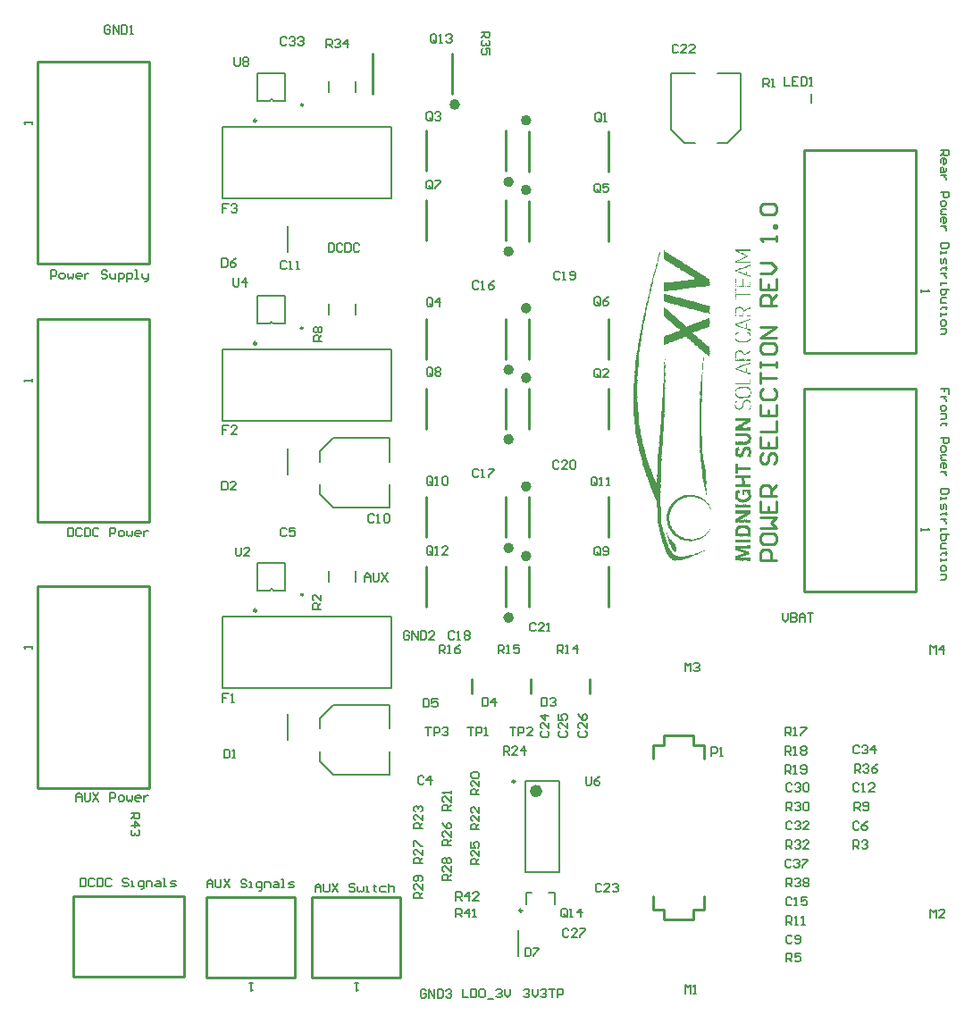
<source format=gto>
G04*
G04 #@! TF.GenerationSoftware,Altium Limited,Altium Designer,20.1.8 (145)*
G04*
G04 Layer_Color=65535*
%FSLAX25Y25*%
%MOIN*%
G70*
G04*
G04 #@! TF.SameCoordinates,CA1AD960-CC60-4823-93EC-705349262C67*
G04*
G04*
G04 #@! TF.FilePolarity,Positive*
G04*
G01*
G75*
%ADD10C,0.01968*%
%ADD11C,0.02362*%
%ADD12C,0.00984*%
%ADD13C,0.01000*%
%ADD14C,0.00787*%
%ADD15C,0.00591*%
G36*
X243672Y279919D02*
X243523D01*
Y280068D01*
X243672D01*
Y279919D01*
D02*
G37*
G36*
X277309Y280068D02*
X272547D01*
Y279919D01*
X272695D01*
Y279771D01*
X272844D01*
Y279622D01*
X272993D01*
Y279771D01*
X273142D01*
Y279622D01*
X273291D01*
Y279473D01*
X273737D01*
Y279324D01*
X274035D01*
Y279175D01*
X274333D01*
Y279026D01*
X274630D01*
Y278878D01*
X274928D01*
Y278729D01*
X275226D01*
Y278580D01*
X275523D01*
Y278431D01*
X275970D01*
Y278282D01*
X276119D01*
Y277836D01*
X275821D01*
Y277687D01*
X275523D01*
Y277538D01*
X275077D01*
Y277389D01*
X274928D01*
Y277240D01*
X274482D01*
Y277092D01*
X274333D01*
Y276943D01*
X273886D01*
Y276794D01*
X273737D01*
Y276645D01*
X273588D01*
Y276794D01*
X273440D01*
Y276645D01*
X273291D01*
Y276496D01*
X273142D01*
Y276347D01*
X272695D01*
Y276199D01*
X272547D01*
Y276050D01*
X277309D01*
Y275603D01*
X271356D01*
Y275752D01*
X271505D01*
Y275901D01*
X271356D01*
Y276050D01*
X271505D01*
Y276199D01*
X271802D01*
Y276347D01*
X272100D01*
Y276496D01*
X272547D01*
Y276645D01*
X272695D01*
Y276794D01*
X273142D01*
Y276943D01*
X273291D01*
Y277092D01*
X273737D01*
Y277240D01*
X273886D01*
Y277389D01*
X274035D01*
Y277240D01*
X274184D01*
Y277389D01*
X274333D01*
Y277538D01*
X274482D01*
Y277687D01*
X274630D01*
Y277538D01*
X274779D01*
Y277687D01*
X274928D01*
Y277836D01*
X275077D01*
Y277984D01*
X275226D01*
Y277836D01*
X275375D01*
Y277984D01*
X275523D01*
Y278133D01*
X275375D01*
Y278282D01*
X275077D01*
Y278431D01*
X274779D01*
Y278580D01*
X274333D01*
Y278729D01*
X274184D01*
Y278878D01*
X274035D01*
Y278729D01*
X273886D01*
Y278878D01*
X273737D01*
Y279026D01*
X273588D01*
Y279175D01*
X273142D01*
Y279324D01*
X272993D01*
Y279473D01*
X272844D01*
Y279324D01*
X272695D01*
Y279473D01*
X272547D01*
Y279622D01*
X272398D01*
Y279771D01*
X272249D01*
Y279622D01*
X272100D01*
Y279771D01*
X271951D01*
Y279919D01*
X271505D01*
Y280068D01*
X271356D01*
Y280217D01*
X271505D01*
Y280366D01*
X271356D01*
Y280515D01*
X277309D01*
Y280068D01*
D02*
G37*
G36*
Y274561D02*
X277161D01*
Y274412D01*
X276714D01*
Y274264D01*
X276565D01*
Y274412D01*
X276416D01*
Y274264D01*
X276268D01*
Y274115D01*
X275970D01*
Y273817D01*
X275821D01*
Y273668D01*
X275970D01*
Y273222D01*
X275821D01*
Y273073D01*
X275970D01*
Y272626D01*
X275821D01*
Y272478D01*
X275970D01*
Y272031D01*
X275821D01*
Y271882D01*
X275970D01*
Y271436D01*
X275821D01*
Y271287D01*
X275970D01*
Y271138D01*
X276416D01*
Y270989D01*
X276863D01*
Y270840D01*
X277309D01*
Y270394D01*
X276863D01*
Y270543D01*
X276416D01*
Y270691D01*
X276268D01*
Y270840D01*
X276119D01*
Y270691D01*
X275970D01*
Y270840D01*
X275523D01*
Y270989D01*
X275375D01*
Y271138D01*
X275226D01*
Y270989D01*
X275077D01*
Y271138D01*
X274928D01*
Y271287D01*
X274482D01*
Y271436D01*
X274035D01*
Y271584D01*
X273886D01*
Y271733D01*
X273737D01*
Y271584D01*
X273588D01*
Y271733D01*
X273142D01*
Y271882D01*
X272993D01*
Y272031D01*
X272844D01*
Y271882D01*
X272695D01*
Y272031D01*
X272398D01*
Y272180D01*
X272100D01*
Y272329D01*
X271654D01*
Y272478D01*
X271505D01*
Y272626D01*
X271356D01*
Y272775D01*
X271505D01*
Y272924D01*
X271802D01*
Y273073D01*
X272100D01*
Y273222D01*
X272249D01*
Y273073D01*
X272398D01*
Y273222D01*
X272547D01*
Y273371D01*
X272993D01*
Y273519D01*
X273142D01*
Y273371D01*
X273291D01*
Y273519D01*
X273440D01*
Y273668D01*
X273886D01*
Y273817D01*
X274333D01*
Y273966D01*
X274482D01*
Y274115D01*
X274630D01*
Y273966D01*
X274779D01*
Y274115D01*
X275077D01*
Y274264D01*
X275375D01*
Y274412D01*
X275821D01*
Y274561D01*
X276268D01*
Y274710D01*
X276714D01*
Y274859D01*
X277161D01*
Y275008D01*
X277309D01*
Y274561D01*
D02*
G37*
G36*
X245011Y280068D02*
X245160D01*
Y279919D01*
X245309D01*
Y279771D01*
X245458D01*
Y279622D01*
X245607D01*
Y279771D01*
X245756D01*
Y279622D01*
X245904D01*
Y279473D01*
X246053D01*
Y279324D01*
X246351D01*
Y279175D01*
X246649D01*
Y279026D01*
X246797D01*
Y278878D01*
X246946D01*
Y278729D01*
X247095D01*
Y278878D01*
X247244D01*
Y278580D01*
X247542D01*
Y278431D01*
X247691D01*
Y278282D01*
X247988D01*
Y278133D01*
X248286D01*
Y277984D01*
X248435D01*
Y277836D01*
X248584D01*
Y277687D01*
X248732D01*
Y277538D01*
X248881D01*
Y277687D01*
X249030D01*
Y277538D01*
X249179D01*
Y277389D01*
X249328D01*
Y277240D01*
X249625D01*
Y277092D01*
X249923D01*
Y276943D01*
X250072D01*
Y276794D01*
X250221D01*
Y276645D01*
X250370D01*
Y276794D01*
X250518D01*
Y276496D01*
X250816D01*
Y276347D01*
X250965D01*
Y276199D01*
X251412D01*
Y276050D01*
X251560D01*
Y275901D01*
X251709D01*
Y275752D01*
X252007D01*
Y275603D01*
X252305D01*
Y275454D01*
X252453D01*
Y275305D01*
X252602D01*
Y275157D01*
X252900D01*
Y275008D01*
X253198D01*
Y274859D01*
X253346D01*
Y274710D01*
X253495D01*
Y274561D01*
X253644D01*
Y274710D01*
X253793D01*
Y274561D01*
X253942D01*
Y274412D01*
X254091D01*
Y274264D01*
X254388D01*
Y274115D01*
X254686D01*
Y273966D01*
X254835D01*
Y273817D01*
X254984D01*
Y273668D01*
X255281D01*
Y273519D01*
X255579D01*
Y273371D01*
X255728D01*
Y273222D01*
X255877D01*
Y273073D01*
X256323D01*
Y272924D01*
X256472D01*
Y272775D01*
X256621D01*
Y272626D01*
X256770D01*
Y272478D01*
X256919D01*
Y272626D01*
X257067D01*
Y272478D01*
X257216D01*
Y272329D01*
X257365D01*
Y272180D01*
X257663D01*
Y272031D01*
X257960D01*
Y271882D01*
X258109D01*
Y271733D01*
X258258D01*
Y271584D01*
X258407D01*
Y271733D01*
X258556D01*
Y271436D01*
X258854D01*
Y271287D01*
X259002D01*
Y271138D01*
X259449D01*
Y270989D01*
X259598D01*
Y270840D01*
X259747D01*
Y270691D01*
X260044D01*
Y270543D01*
X260342D01*
Y270394D01*
X260491D01*
Y270245D01*
X260640D01*
Y270096D01*
X260937D01*
Y269947D01*
X261235D01*
Y269798D01*
X261384D01*
Y269650D01*
X261533D01*
Y269501D01*
X261979D01*
Y269352D01*
X262128D01*
Y269203D01*
X261979D01*
Y269352D01*
X261830D01*
Y269203D01*
X261979D01*
Y268757D01*
X262128D01*
Y268608D01*
X261979D01*
Y268161D01*
X262128D01*
Y268012D01*
X261979D01*
Y268161D01*
X261830D01*
Y268012D01*
X261979D01*
Y267566D01*
X262128D01*
Y267417D01*
X261979D01*
Y267119D01*
X261384D01*
Y266970D01*
X260937D01*
Y266822D01*
X260788D01*
Y266970D01*
X260342D01*
Y266822D01*
X260193D01*
Y266970D01*
X260044D01*
Y266822D01*
X259002D01*
Y266673D01*
X258258D01*
Y266524D01*
X258109D01*
Y266673D01*
X257960D01*
Y266524D01*
X257812D01*
Y266673D01*
X257663D01*
Y266524D01*
X257514D01*
Y266673D01*
X257365D01*
Y266524D01*
X256919D01*
Y266375D01*
X255877D01*
Y266226D01*
X255728D01*
Y266375D01*
X255579D01*
Y266226D01*
X255430D01*
Y266375D01*
X255281D01*
Y266226D01*
X254239D01*
Y266077D01*
X253495D01*
Y265929D01*
X253346D01*
Y266077D01*
X253198D01*
Y265929D01*
X253049D01*
Y266077D01*
X252900D01*
Y265929D01*
X252156D01*
Y265780D01*
X252007D01*
Y265929D01*
X251858D01*
Y265780D01*
X251412D01*
Y265631D01*
X251263D01*
Y265780D01*
X251114D01*
Y265631D01*
X250965D01*
Y265780D01*
X250816D01*
Y265631D01*
X250667D01*
Y265780D01*
X250518D01*
Y265631D01*
X249774D01*
Y265482D01*
X248732D01*
Y265333D01*
X248584D01*
Y265482D01*
X248435D01*
Y265333D01*
X247393D01*
Y265184D01*
X246649D01*
Y265036D01*
X246500D01*
Y265184D01*
X246351D01*
Y265036D01*
X246202D01*
Y265184D01*
X246053D01*
Y265036D01*
X245904D01*
Y265184D01*
X245756D01*
Y265036D01*
X245011D01*
Y264887D01*
X244863D01*
Y265036D01*
X244714D01*
Y268161D01*
X245458D01*
Y268310D01*
X245607D01*
Y268161D01*
X245756D01*
Y268310D01*
X246500D01*
Y268459D01*
X246649D01*
Y268310D01*
X246797D01*
Y268459D01*
X246946D01*
Y268310D01*
X247095D01*
Y268459D01*
X247244D01*
Y268310D01*
X247393D01*
Y268459D01*
X248137D01*
Y268608D01*
X248286D01*
Y268459D01*
X248435D01*
Y268608D01*
X249477D01*
Y268757D01*
X249625D01*
Y268608D01*
X249774D01*
Y268757D01*
X249923D01*
Y268608D01*
X250072D01*
Y268757D01*
X250816D01*
Y268905D01*
X250965D01*
Y268757D01*
X251114D01*
Y268905D01*
X251858D01*
Y269054D01*
X252007D01*
Y268905D01*
X252156D01*
Y269054D01*
X252305D01*
Y268905D01*
X252453D01*
Y269054D01*
X253495D01*
Y269203D01*
X253644D01*
Y269054D01*
X253793D01*
Y269203D01*
X254239D01*
Y269352D01*
X254388D01*
Y269203D01*
X254537D01*
Y269352D01*
X254686D01*
Y269203D01*
X254835D01*
Y269352D01*
X254984D01*
Y269203D01*
X255133D01*
Y269352D01*
X255281D01*
Y269203D01*
X255430D01*
Y269352D01*
X256026D01*
Y269501D01*
X256919D01*
Y269650D01*
X256621D01*
Y269947D01*
X256472D01*
Y269798D01*
X256323D01*
Y269947D01*
X256174D01*
Y270096D01*
X256026D01*
Y270245D01*
X255877D01*
Y270096D01*
X255728D01*
Y270245D01*
X255579D01*
Y270394D01*
X255430D01*
Y270543D01*
X255281D01*
Y270691D01*
X254835D01*
Y270840D01*
X254686D01*
Y270989D01*
X254537D01*
Y271138D01*
X254388D01*
Y270989D01*
X254239D01*
Y271287D01*
X253942D01*
Y271436D01*
X253793D01*
Y271584D01*
X253644D01*
Y271733D01*
X253495D01*
Y271584D01*
X253346D01*
Y271733D01*
X253198D01*
Y271882D01*
X253049D01*
Y272031D01*
X252751D01*
Y272180D01*
X252453D01*
Y272329D01*
X252305D01*
Y272478D01*
X252156D01*
Y272626D01*
X251709D01*
Y272775D01*
X251560D01*
Y272924D01*
X251412D01*
Y272775D01*
X251263D01*
Y273073D01*
X250965D01*
Y273222D01*
X250816D01*
Y273371D01*
X250667D01*
Y273519D01*
X250221D01*
Y273668D01*
X250072D01*
Y273817D01*
X249923D01*
Y273966D01*
X249477D01*
Y274115D01*
X249328D01*
Y274264D01*
X249179D01*
Y274412D01*
X248881D01*
Y274561D01*
X248584D01*
Y274710D01*
X248435D01*
Y274859D01*
X247988D01*
Y275008D01*
X247839D01*
Y275157D01*
X247691D01*
Y275305D01*
X247542D01*
Y275454D01*
X247095D01*
Y275603D01*
X246946D01*
Y275752D01*
X246797D01*
Y275901D01*
X246649D01*
Y275752D01*
X246500D01*
Y276050D01*
X246202D01*
Y276199D01*
X246053D01*
Y276347D01*
X245607D01*
Y276496D01*
X245458D01*
Y276645D01*
X245309D01*
Y276794D01*
X245011D01*
Y276943D01*
X244714D01*
Y280217D01*
X245011D01*
Y280068D01*
D02*
G37*
G36*
X277309Y266524D02*
X277161D01*
Y266673D01*
X277012D01*
Y266524D01*
X276863D01*
Y266673D01*
X276714D01*
Y266524D01*
X276565D01*
Y266673D01*
X276416D01*
Y266524D01*
X276268D01*
Y266673D01*
X276119D01*
Y266524D01*
X275970D01*
Y266673D01*
X275821D01*
Y266524D01*
X275672D01*
Y266673D01*
X275523D01*
Y266524D01*
X275375D01*
Y266673D01*
X275226D01*
Y266524D01*
X275077D01*
Y266673D01*
X274928D01*
Y266524D01*
X274779D01*
Y266673D01*
X274630D01*
Y266524D01*
X274482D01*
Y266673D01*
X274333D01*
Y266524D01*
X274184D01*
Y266673D01*
X274035D01*
Y266524D01*
X273886D01*
Y266673D01*
X273737D01*
Y266524D01*
X273588D01*
Y266673D01*
X273440D01*
Y266524D01*
X273291D01*
Y266673D01*
X273142D01*
Y266524D01*
X272993D01*
Y266673D01*
X272844D01*
Y266524D01*
X272695D01*
Y266673D01*
X272547D01*
Y266524D01*
X272398D01*
Y266673D01*
X272249D01*
Y266524D01*
X272100D01*
Y266673D01*
X271951D01*
Y266524D01*
X271802D01*
Y266673D01*
X271654D01*
Y266524D01*
X271505D01*
Y266673D01*
X271356D01*
Y266822D01*
X271505D01*
Y266970D01*
X271356D01*
Y267119D01*
X271505D01*
Y267268D01*
X271356D01*
Y267417D01*
X271505D01*
Y267566D01*
X271356D01*
Y267715D01*
X271505D01*
Y267863D01*
X271356D01*
Y268012D01*
X271505D01*
Y268161D01*
X271356D01*
Y268310D01*
X271505D01*
Y268459D01*
X271356D01*
Y268608D01*
X271505D01*
Y268757D01*
X271356D01*
Y268905D01*
X271505D01*
Y269054D01*
X271356D01*
Y269203D01*
X271505D01*
Y269352D01*
X271356D01*
Y269501D01*
X271505D01*
Y269650D01*
X271356D01*
Y269798D01*
X271505D01*
Y269947D01*
X271654D01*
Y269798D01*
X271802D01*
Y269650D01*
X271654D01*
Y269501D01*
X271802D01*
Y269054D01*
X271654D01*
Y268905D01*
X271802D01*
Y268459D01*
X271654D01*
Y268310D01*
X271802D01*
Y267863D01*
X271654D01*
Y267715D01*
X271802D01*
Y267268D01*
X271654D01*
Y267119D01*
X271802D01*
Y266970D01*
X271951D01*
Y266822D01*
X272100D01*
Y266970D01*
X272547D01*
Y266822D01*
X272695D01*
Y266970D01*
X273142D01*
Y266822D01*
X273291D01*
Y266970D01*
X273737D01*
Y266822D01*
X273886D01*
Y266970D01*
X274184D01*
Y269501D01*
X274482D01*
Y269352D01*
X274630D01*
Y269203D01*
X274482D01*
Y268757D01*
X274630D01*
Y268608D01*
X274482D01*
Y268161D01*
X274630D01*
Y268012D01*
X274482D01*
Y267566D01*
X274630D01*
Y267417D01*
X274482D01*
Y266970D01*
X274928D01*
Y266822D01*
X275077D01*
Y266970D01*
X275523D01*
Y266822D01*
X275672D01*
Y266970D01*
X276119D01*
Y266822D01*
X276268D01*
Y266970D01*
X276714D01*
Y266822D01*
X276863D01*
Y266970D01*
X277012D01*
Y267417D01*
X276863D01*
Y267566D01*
X277012D01*
Y268012D01*
X276863D01*
Y268161D01*
X277012D01*
Y268608D01*
X276863D01*
Y268757D01*
X277012D01*
Y269203D01*
X276863D01*
Y269352D01*
X277012D01*
Y269798D01*
X277161D01*
Y269947D01*
X277309D01*
Y266524D01*
D02*
G37*
G36*
X271802Y265482D02*
X271654D01*
Y265333D01*
X271802D01*
Y264887D01*
X271654D01*
Y264738D01*
X271802D01*
Y264291D01*
X271654D01*
Y264142D01*
X271802D01*
Y263994D01*
X271951D01*
Y264142D01*
X272398D01*
Y263994D01*
X272547D01*
Y264142D01*
X272695D01*
Y263994D01*
X272844D01*
Y264142D01*
X272993D01*
Y263994D01*
X273142D01*
Y264142D01*
X273588D01*
Y263994D01*
X273737D01*
Y264142D01*
X273886D01*
Y263994D01*
X274035D01*
Y264142D01*
X274184D01*
Y263994D01*
X274333D01*
Y264142D01*
X274779D01*
Y263994D01*
X274928D01*
Y264142D01*
X275077D01*
Y263994D01*
X275226D01*
Y264142D01*
X275375D01*
Y263994D01*
X275523D01*
Y264142D01*
X275970D01*
Y263994D01*
X276119D01*
Y264142D01*
X276268D01*
Y263994D01*
X276416D01*
Y264142D01*
X276565D01*
Y263994D01*
X276714D01*
Y264142D01*
X277161D01*
Y263994D01*
X277309D01*
Y263696D01*
X271654D01*
Y263547D01*
X271802D01*
Y263101D01*
X271654D01*
Y262952D01*
X271802D01*
Y262505D01*
X271654D01*
Y262356D01*
X271802D01*
Y261910D01*
X271356D01*
Y262059D01*
X271505D01*
Y262208D01*
X271356D01*
Y262356D01*
X271505D01*
Y262505D01*
X271356D01*
Y262654D01*
X271505D01*
Y262803D01*
X271356D01*
Y262952D01*
X271505D01*
Y263101D01*
X271356D01*
Y263249D01*
X271505D01*
Y263398D01*
X271356D01*
Y263547D01*
X271505D01*
Y263696D01*
X271356D01*
Y263845D01*
X271505D01*
Y263994D01*
X271356D01*
Y264142D01*
X271505D01*
Y264291D01*
X271356D01*
Y264440D01*
X271505D01*
Y264589D01*
X271356D01*
Y264738D01*
X271505D01*
Y264887D01*
X271356D01*
Y265036D01*
X271505D01*
Y265184D01*
X271356D01*
Y265333D01*
X271505D01*
Y265482D01*
X271356D01*
Y265631D01*
X271505D01*
Y265780D01*
X271654D01*
Y265929D01*
X271802D01*
Y265482D01*
D02*
G37*
G36*
X277309Y258784D02*
X277161D01*
Y258635D01*
X277012D01*
Y258487D01*
X276863D01*
Y258635D01*
X276714D01*
Y258487D01*
X276565D01*
Y258338D01*
X276416D01*
Y258189D01*
X275970D01*
Y258040D01*
X275821D01*
Y257891D01*
X275672D01*
Y258040D01*
X275523D01*
Y257891D01*
X275375D01*
Y257742D01*
X275226D01*
Y257594D01*
X275077D01*
Y257742D01*
X274928D01*
Y257594D01*
X274779D01*
Y257445D01*
X274630D01*
Y255807D01*
X274779D01*
Y255956D01*
X274928D01*
Y255807D01*
X275077D01*
Y255956D01*
X275226D01*
Y255807D01*
X275375D01*
Y255956D01*
X275523D01*
Y255807D01*
X275672D01*
Y255956D01*
X275821D01*
Y255807D01*
X275970D01*
Y255956D01*
X276119D01*
Y255807D01*
X276268D01*
Y255956D01*
X276416D01*
Y255807D01*
X276565D01*
Y255956D01*
X276714D01*
Y255807D01*
X276863D01*
Y255956D01*
X277012D01*
Y255807D01*
X277161D01*
Y255956D01*
X277309D01*
Y255510D01*
X271505D01*
Y255659D01*
X271356D01*
Y255807D01*
X271505D01*
Y255956D01*
X271356D01*
Y256105D01*
X271505D01*
Y256254D01*
X271356D01*
Y256403D01*
X271505D01*
Y256552D01*
X271356D01*
Y256700D01*
X271505D01*
Y256849D01*
X271356D01*
Y256998D01*
X271505D01*
Y257147D01*
X271356D01*
Y257296D01*
X271505D01*
Y257445D01*
X271356D01*
Y257594D01*
X271505D01*
Y257742D01*
X271356D01*
Y257891D01*
X271505D01*
Y258338D01*
X271654D01*
Y258487D01*
X271505D01*
Y258635D01*
X271802D01*
Y258933D01*
X272249D01*
Y259082D01*
X272398D01*
Y259231D01*
X272547D01*
Y259082D01*
X272695D01*
Y259231D01*
X273142D01*
Y259082D01*
X273291D01*
Y259231D01*
X273440D01*
Y259082D01*
X273886D01*
Y258933D01*
X274035D01*
Y258784D01*
X274333D01*
Y258487D01*
X274482D01*
Y258338D01*
X274630D01*
Y257891D01*
X274779D01*
Y258040D01*
X275077D01*
Y258189D01*
X275375D01*
Y258338D01*
X275672D01*
Y258487D01*
X275970D01*
Y258635D01*
X276119D01*
Y258487D01*
X276268D01*
Y258784D01*
X276565D01*
Y258933D01*
X277012D01*
Y259082D01*
X277161D01*
Y259231D01*
X277309D01*
Y258784D01*
D02*
G37*
G36*
X245011Y263994D02*
X245160D01*
Y263845D01*
X245309D01*
Y263994D01*
X245458D01*
Y263845D01*
X245904D01*
Y263696D01*
X246649D01*
Y263547D01*
X247095D01*
Y263398D01*
X247542D01*
Y263249D01*
X247691D01*
Y263398D01*
X247839D01*
Y263249D01*
X248286D01*
Y263101D01*
X248732D01*
Y262952D01*
X248881D01*
Y263101D01*
X249030D01*
Y262952D01*
X249328D01*
Y262803D01*
X249923D01*
Y262654D01*
X250518D01*
Y262505D01*
X250816D01*
Y262356D01*
X250965D01*
Y262505D01*
X251114D01*
Y262356D01*
X251560D01*
Y262208D01*
X252007D01*
Y262059D01*
X252156D01*
Y262208D01*
X252305D01*
Y262059D01*
X252453D01*
Y262208D01*
X252602D01*
Y262059D01*
X252751D01*
Y261910D01*
X253198D01*
Y261761D01*
X253346D01*
Y261910D01*
X253495D01*
Y261761D01*
X253942D01*
Y261612D01*
X254091D01*
Y261463D01*
X254239D01*
Y261612D01*
X254388D01*
Y261463D01*
X254835D01*
Y261315D01*
X255281D01*
Y261166D01*
X255430D01*
Y261315D01*
X255579D01*
Y261166D01*
X256026D01*
Y261017D01*
X256472D01*
Y260868D01*
X256621D01*
Y261017D01*
X256770D01*
Y260868D01*
X257216D01*
Y260719D01*
X257365D01*
Y260570D01*
X257514D01*
Y260719D01*
X257663D01*
Y260570D01*
X257812D01*
Y260719D01*
X257960D01*
Y260570D01*
X258109D01*
Y260421D01*
X258854D01*
Y260273D01*
X259002D01*
Y260421D01*
X259151D01*
Y260273D01*
X259300D01*
Y260124D01*
X259747D01*
Y259975D01*
X259895D01*
Y260124D01*
X260044D01*
Y259975D01*
X260491D01*
Y259826D01*
X260640D01*
Y259677D01*
X260788D01*
Y259826D01*
X260937D01*
Y259677D01*
X261086D01*
Y259826D01*
X261235D01*
Y259677D01*
X261384D01*
Y259528D01*
X261979D01*
Y259231D01*
X262128D01*
Y259082D01*
X261979D01*
Y258635D01*
X262128D01*
Y258487D01*
X261979D01*
Y258635D01*
X261830D01*
Y258487D01*
X261979D01*
Y258040D01*
X262128D01*
Y257891D01*
X261979D01*
Y257445D01*
X262128D01*
Y257296D01*
X261979D01*
Y257445D01*
X261830D01*
Y257296D01*
X261979D01*
Y256849D01*
X262128D01*
Y256700D01*
X261979D01*
Y256552D01*
X261681D01*
Y256700D01*
X261384D01*
Y256849D01*
X261235D01*
Y256700D01*
X261086D01*
Y256849D01*
X260640D01*
Y256998D01*
X260193D01*
Y257147D01*
X260044D01*
Y256998D01*
X259895D01*
Y257147D01*
X259449D01*
Y257296D01*
X259002D01*
Y257445D01*
X258854D01*
Y257296D01*
X258705D01*
Y257445D01*
X258407D01*
Y257594D01*
X258109D01*
Y257742D01*
X257960D01*
Y257594D01*
X257812D01*
Y257742D01*
X257216D01*
Y257891D01*
X256919D01*
Y258040D01*
X256770D01*
Y257891D01*
X256621D01*
Y258040D01*
X256174D01*
Y258189D01*
X255728D01*
Y258338D01*
X255579D01*
Y258189D01*
X255430D01*
Y258338D01*
X254984D01*
Y258487D01*
X254835D01*
Y258635D01*
X254686D01*
Y258487D01*
X254537D01*
Y258635D01*
X254388D01*
Y258487D01*
X254239D01*
Y258635D01*
X254091D01*
Y258784D01*
X253942D01*
Y258635D01*
X253793D01*
Y258784D01*
X253644D01*
Y258933D01*
X253495D01*
Y258784D01*
X253346D01*
Y258933D01*
X252900D01*
Y259082D01*
X252453D01*
Y259231D01*
X252305D01*
Y259082D01*
X252156D01*
Y259231D01*
X252007D01*
Y259082D01*
X251858D01*
Y259231D01*
X251709D01*
Y259380D01*
X251263D01*
Y259528D01*
X251114D01*
Y259380D01*
X250965D01*
Y259528D01*
X250518D01*
Y259677D01*
X250072D01*
Y259826D01*
X249477D01*
Y259975D01*
X249179D01*
Y260124D01*
X249030D01*
Y259975D01*
X248881D01*
Y260124D01*
X248435D01*
Y260273D01*
X248286D01*
Y260421D01*
X248137D01*
Y260273D01*
X247988D01*
Y260421D01*
X247839D01*
Y260273D01*
X247691D01*
Y260421D01*
X247244D01*
Y260570D01*
X246797D01*
Y260719D01*
X246649D01*
Y260570D01*
X246500D01*
Y260719D01*
X246202D01*
Y260868D01*
X245607D01*
Y261017D01*
X245458D01*
Y260868D01*
X245309D01*
Y261017D01*
X245160D01*
Y261166D01*
X244714D01*
Y264142D01*
X245011D01*
Y263994D01*
D02*
G37*
G36*
X262128Y254914D02*
X261979D01*
Y255063D01*
X262128D01*
Y254914D01*
D02*
G37*
G36*
X277309Y254319D02*
X276863D01*
Y254170D01*
X276416D01*
Y254021D01*
X275970D01*
Y253575D01*
X275821D01*
Y253426D01*
X275970D01*
Y252979D01*
X275821D01*
Y252831D01*
X275970D01*
Y252384D01*
X275821D01*
Y252235D01*
X275970D01*
Y251789D01*
X275821D01*
Y251640D01*
X275970D01*
Y251193D01*
X275821D01*
Y251045D01*
X276268D01*
Y250896D01*
X276714D01*
Y250747D01*
X276863D01*
Y250896D01*
X277012D01*
Y250598D01*
X277309D01*
Y250152D01*
X277161D01*
Y250300D01*
X277012D01*
Y250152D01*
X276863D01*
Y250300D01*
X276714D01*
Y250449D01*
X276268D01*
Y250598D01*
X275821D01*
Y250747D01*
X275672D01*
Y250896D01*
X275523D01*
Y250747D01*
X275375D01*
Y250896D01*
X274928D01*
Y251045D01*
X274779D01*
Y251193D01*
X274630D01*
Y251045D01*
X274482D01*
Y251193D01*
X274333D01*
Y251342D01*
X273886D01*
Y251491D01*
X273440D01*
Y251640D01*
X272993D01*
Y251789D01*
X272547D01*
Y251938D01*
X272100D01*
Y252086D01*
X271802D01*
Y252235D01*
X271505D01*
Y252384D01*
X271356D01*
Y252533D01*
X271505D01*
Y252682D01*
X271654D01*
Y252831D01*
X271802D01*
Y252979D01*
X271951D01*
Y252831D01*
X272100D01*
Y252979D01*
X272398D01*
Y253128D01*
X272695D01*
Y253277D01*
X273291D01*
Y253426D01*
X273588D01*
Y253575D01*
X274035D01*
Y253724D01*
X274482D01*
Y253873D01*
X274928D01*
Y254021D01*
X275375D01*
Y254170D01*
X275672D01*
Y254319D01*
X275970D01*
Y254468D01*
X276119D01*
Y254319D01*
X276268D01*
Y254468D01*
X276416D01*
Y254617D01*
X276863D01*
Y254766D01*
X277309D01*
Y254319D01*
D02*
G37*
G36*
X244863Y259082D02*
X245011D01*
Y258933D01*
X245160D01*
Y258784D01*
X245309D01*
Y258635D01*
X245458D01*
Y258487D01*
X245756D01*
Y258189D01*
X246053D01*
Y258040D01*
X246202D01*
Y257891D01*
X246351D01*
Y257742D01*
X246649D01*
Y257594D01*
X246797D01*
Y257445D01*
X246946D01*
Y257296D01*
X247095D01*
Y257147D01*
X247244D01*
Y256998D01*
X247393D01*
Y256849D01*
X247542D01*
Y256700D01*
X247691D01*
Y256552D01*
X247839D01*
Y256403D01*
X247988D01*
Y256254D01*
X248137D01*
Y256105D01*
X248435D01*
Y255956D01*
X248732D01*
Y255510D01*
X248881D01*
Y255659D01*
X249030D01*
Y255510D01*
X249179D01*
Y255361D01*
X249328D01*
Y255212D01*
X249477D01*
Y255063D01*
X249625D01*
Y254914D01*
X249774D01*
Y254766D01*
X249923D01*
Y254617D01*
X250072D01*
Y254468D01*
X250221D01*
Y254319D01*
X250370D01*
Y254170D01*
X250518D01*
Y254021D01*
X250816D01*
Y253724D01*
X251114D01*
Y253575D01*
X251412D01*
Y253426D01*
X251560D01*
Y253277D01*
X251709D01*
Y253128D01*
X251858D01*
Y252979D01*
X252007D01*
Y252831D01*
X252156D01*
Y252682D01*
X252305D01*
Y252533D01*
X252453D01*
Y252384D01*
X252602D01*
Y252235D01*
X252751D01*
Y252086D01*
X252900D01*
Y251938D01*
X253049D01*
Y251789D01*
X253495D01*
Y251938D01*
X253644D01*
Y252086D01*
X253793D01*
Y251938D01*
X253942D01*
Y252086D01*
X254091D01*
Y251938D01*
X254239D01*
Y252235D01*
X254537D01*
Y252384D01*
X254686D01*
Y252235D01*
X254835D01*
Y252384D01*
X255133D01*
Y252533D01*
X255430D01*
Y252682D01*
X255877D01*
Y252831D01*
X256323D01*
Y252979D01*
X256770D01*
Y253128D01*
X256919D01*
Y253277D01*
X257067D01*
Y253128D01*
X257216D01*
Y253277D01*
X257365D01*
Y253426D01*
X257812D01*
Y253575D01*
X258258D01*
Y253724D01*
X258407D01*
Y253873D01*
X258556D01*
Y253724D01*
X258705D01*
Y253873D01*
X259002D01*
Y254021D01*
X259300D01*
Y254170D01*
X259747D01*
Y254319D01*
X260193D01*
Y254468D01*
X260640D01*
Y254617D01*
X260788D01*
Y254766D01*
X260937D01*
Y254617D01*
X261086D01*
Y254766D01*
X261235D01*
Y254914D01*
X261681D01*
Y255063D01*
X261830D01*
Y254914D01*
X261979D01*
Y254468D01*
X262128D01*
Y254319D01*
X261979D01*
Y253873D01*
X262128D01*
Y253724D01*
X261979D01*
Y253873D01*
X261830D01*
Y253724D01*
X261979D01*
Y253277D01*
X262128D01*
Y253128D01*
X261979D01*
Y252682D01*
X262128D01*
Y252533D01*
X261979D01*
Y252682D01*
X261830D01*
Y252533D01*
X261979D01*
Y252086D01*
X262128D01*
Y251938D01*
X261979D01*
Y251789D01*
X261533D01*
Y251640D01*
X261086D01*
Y251491D01*
X260937D01*
Y251342D01*
X260788D01*
Y251491D01*
X260640D01*
Y251342D01*
X260342D01*
Y251193D01*
X260044D01*
Y251045D01*
X259895D01*
Y251193D01*
X259747D01*
Y251045D01*
X259598D01*
Y250896D01*
X259151D01*
Y250747D01*
X259002D01*
Y250896D01*
X258854D01*
Y250747D01*
X258705D01*
Y250598D01*
X258258D01*
Y250449D01*
X257960D01*
Y250300D01*
X257663D01*
Y250152D01*
X257514D01*
Y250300D01*
X257365D01*
Y250152D01*
X257216D01*
Y250003D01*
X256770D01*
Y249854D01*
X256323D01*
Y249705D01*
X256174D01*
Y249556D01*
X256026D01*
Y249705D01*
X255877D01*
Y249556D01*
X255430D01*
Y249407D01*
X255579D01*
Y249259D01*
X255728D01*
Y249110D01*
X255877D01*
Y248961D01*
X256026D01*
Y249110D01*
X256174D01*
Y248663D01*
X256472D01*
Y248365D01*
X256621D01*
Y248514D01*
X256770D01*
Y248217D01*
X257067D01*
Y248068D01*
X257216D01*
Y247919D01*
X257365D01*
Y247770D01*
X257514D01*
Y247621D01*
X257663D01*
Y247473D01*
X257812D01*
Y247324D01*
X257960D01*
Y247175D01*
X258258D01*
Y246877D01*
X258407D01*
Y247026D01*
X258556D01*
Y246877D01*
X258705D01*
Y246728D01*
X258854D01*
Y246579D01*
X259002D01*
Y246431D01*
X259151D01*
Y246282D01*
X259300D01*
Y246133D01*
X259449D01*
Y245984D01*
X259598D01*
Y245835D01*
X259747D01*
Y245686D01*
X259895D01*
Y245538D01*
X260044D01*
Y245389D01*
X260342D01*
Y245091D01*
X260491D01*
Y245240D01*
X260640D01*
Y244942D01*
X260937D01*
Y244793D01*
X261086D01*
Y244644D01*
X261235D01*
Y244496D01*
X261384D01*
Y244347D01*
X261533D01*
Y244198D01*
X261681D01*
Y244049D01*
X261830D01*
Y243900D01*
X261979D01*
Y243752D01*
X262128D01*
Y243603D01*
X261979D01*
Y243156D01*
X262128D01*
Y243007D01*
X261979D01*
Y243156D01*
X261830D01*
Y243007D01*
X261979D01*
Y242561D01*
X262128D01*
Y242412D01*
X261979D01*
Y241965D01*
X262128D01*
Y241817D01*
X261979D01*
Y241965D01*
X261830D01*
Y241817D01*
X261979D01*
Y241370D01*
X262128D01*
Y241221D01*
X261979D01*
Y240775D01*
X261830D01*
Y240626D01*
X261681D01*
Y240775D01*
X261384D01*
Y240924D01*
X261086D01*
Y241221D01*
X260788D01*
Y241519D01*
X260491D01*
Y241668D01*
X260342D01*
Y241817D01*
X260193D01*
Y241965D01*
X260044D01*
Y242114D01*
X259895D01*
Y242263D01*
X259747D01*
Y242412D01*
X259598D01*
Y242561D01*
X259449D01*
Y242710D01*
X259300D01*
Y242859D01*
X259002D01*
Y243156D01*
X258705D01*
Y243305D01*
X258407D01*
Y243454D01*
X258258D01*
Y243603D01*
X258109D01*
Y243752D01*
X257960D01*
Y243900D01*
X257812D01*
Y244049D01*
X257663D01*
Y244198D01*
X257514D01*
Y244347D01*
X257365D01*
Y244496D01*
X257216D01*
Y244644D01*
X257067D01*
Y244793D01*
X256919D01*
Y244942D01*
X256770D01*
Y244793D01*
X256621D01*
Y245240D01*
X256472D01*
Y245091D01*
X256323D01*
Y245389D01*
X256026D01*
Y245686D01*
X255728D01*
Y245835D01*
X255579D01*
Y245984D01*
X255430D01*
Y246133D01*
X255281D01*
Y246282D01*
X255133D01*
Y246431D01*
X254984D01*
Y246579D01*
X254835D01*
Y246728D01*
X254686D01*
Y246877D01*
X254537D01*
Y247026D01*
X254239D01*
Y247324D01*
X253942D01*
Y247473D01*
X253644D01*
Y247621D01*
X253495D01*
Y247770D01*
X253346D01*
Y247919D01*
X253198D01*
Y248068D01*
X252751D01*
Y247919D01*
X252602D01*
Y247770D01*
X252453D01*
Y247919D01*
X252305D01*
Y247770D01*
X252156D01*
Y247621D01*
X251709D01*
Y247473D01*
X251560D01*
Y247621D01*
X251412D01*
Y247473D01*
X251263D01*
Y247324D01*
X250816D01*
Y247175D01*
X250518D01*
Y247026D01*
X250221D01*
Y246877D01*
X250072D01*
Y247026D01*
X249923D01*
Y246877D01*
X249774D01*
Y246728D01*
X249328D01*
Y246579D01*
X248881D01*
Y246431D01*
X248732D01*
Y246282D01*
X248584D01*
Y246431D01*
X248435D01*
Y246282D01*
X248137D01*
Y246133D01*
X247839D01*
Y245984D01*
X247691D01*
Y246133D01*
X247542D01*
Y245984D01*
X247393D01*
Y245835D01*
X246946D01*
Y245686D01*
X246649D01*
Y245538D01*
X246351D01*
Y245389D01*
X245904D01*
Y245240D01*
X245458D01*
Y245091D01*
X245011D01*
Y244942D01*
X244863D01*
Y244793D01*
X244714D01*
Y248068D01*
X245011D01*
Y248217D01*
X245309D01*
Y248365D01*
X245607D01*
Y248514D01*
X245756D01*
Y248365D01*
X245904D01*
Y248514D01*
X246053D01*
Y248663D01*
X246500D01*
Y248812D01*
X246946D01*
Y248961D01*
X247095D01*
Y249110D01*
X247244D01*
Y248961D01*
X247393D01*
Y249110D01*
X247691D01*
Y249259D01*
X247988D01*
Y249407D01*
X248435D01*
Y249556D01*
X248881D01*
Y249705D01*
X249179D01*
Y249854D01*
X249477D01*
Y250003D01*
X249625D01*
Y249854D01*
X249774D01*
Y250003D01*
X249923D01*
Y250152D01*
X250072D01*
Y250300D01*
X250221D01*
Y250152D01*
X250370D01*
Y250300D01*
X250667D01*
Y250449D01*
X250965D01*
Y250598D01*
X250667D01*
Y250896D01*
X250518D01*
Y250747D01*
X250370D01*
Y250896D01*
X250221D01*
Y251045D01*
X250072D01*
Y251193D01*
X249923D01*
Y251342D01*
X249774D01*
Y251491D01*
X249625D01*
Y251640D01*
X249477D01*
Y251789D01*
X249328D01*
Y251938D01*
X249179D01*
Y252086D01*
X249030D01*
Y251938D01*
X248881D01*
Y252235D01*
X248732D01*
Y252384D01*
X248584D01*
Y252533D01*
X248286D01*
Y252682D01*
X248137D01*
Y252831D01*
X247988D01*
Y252979D01*
X247839D01*
Y253128D01*
X247691D01*
Y253277D01*
X247542D01*
Y253426D01*
X247393D01*
Y253575D01*
X247244D01*
Y253724D01*
X247095D01*
Y253873D01*
X246797D01*
Y254021D01*
X246500D01*
Y254319D01*
X246202D01*
Y254468D01*
X246053D01*
Y254617D01*
X245904D01*
Y254766D01*
X245756D01*
Y254914D01*
X245607D01*
Y255063D01*
X245458D01*
Y255212D01*
X245309D01*
Y255361D01*
X245011D01*
Y255510D01*
X244714D01*
Y259231D01*
X244863D01*
Y259082D01*
D02*
G37*
G36*
X276714Y249556D02*
X276863D01*
Y249407D01*
X277012D01*
Y249259D01*
X277161D01*
Y248961D01*
X277309D01*
Y248365D01*
X277458D01*
Y248217D01*
X277309D01*
Y248068D01*
X277458D01*
Y247919D01*
X277309D01*
Y247770D01*
X277458D01*
Y247621D01*
X277309D01*
Y246877D01*
X277161D01*
Y246728D01*
X277012D01*
Y246579D01*
X276863D01*
Y246431D01*
X276714D01*
Y246282D01*
X276565D01*
Y246431D01*
X276416D01*
Y246282D01*
X276268D01*
Y246133D01*
X275821D01*
Y245984D01*
X275672D01*
Y246133D01*
X275523D01*
Y245984D01*
X275375D01*
Y246133D01*
X275226D01*
Y245984D01*
X275077D01*
Y246133D01*
X274928D01*
Y245984D01*
X274779D01*
Y246133D01*
X274630D01*
Y245984D01*
X274482D01*
Y246133D01*
X274333D01*
Y245984D01*
X274184D01*
Y246133D01*
X274035D01*
Y245984D01*
X273886D01*
Y246133D01*
X273737D01*
Y245984D01*
X273588D01*
Y246133D01*
X273440D01*
Y245984D01*
X273291D01*
Y246133D01*
X273142D01*
Y245984D01*
X272993D01*
Y246133D01*
X272844D01*
Y245984D01*
X272695D01*
Y246133D01*
X272547D01*
Y246282D01*
X272100D01*
Y246431D01*
X271951D01*
Y246579D01*
X271802D01*
Y246728D01*
X271654D01*
Y246877D01*
X271505D01*
Y247324D01*
X271356D01*
Y248365D01*
X271505D01*
Y248514D01*
X271356D01*
Y248663D01*
X271505D01*
Y249110D01*
X271654D01*
Y249259D01*
X271802D01*
Y249407D01*
X271951D01*
Y249556D01*
X272100D01*
Y249705D01*
X272844D01*
Y249556D01*
X272695D01*
Y249407D01*
X272547D01*
Y249259D01*
X272249D01*
Y249110D01*
X271951D01*
Y248663D01*
X271802D01*
Y248514D01*
X271654D01*
Y248365D01*
X271802D01*
Y248217D01*
X271654D01*
Y247473D01*
X271802D01*
Y247175D01*
X271951D01*
Y246877D01*
X272249D01*
Y246728D01*
X272547D01*
Y246579D01*
X272695D01*
Y246728D01*
X272844D01*
Y246579D01*
X272993D01*
Y246431D01*
X275821D01*
Y246579D01*
X276268D01*
Y246728D01*
X276416D01*
Y246877D01*
X276565D01*
Y247026D01*
X276863D01*
Y247324D01*
X277012D01*
Y248365D01*
X276863D01*
Y248514D01*
X277012D01*
Y248663D01*
X276863D01*
Y249110D01*
X276416D01*
Y249259D01*
X276268D01*
Y249407D01*
X275970D01*
Y249705D01*
X276714D01*
Y249556D01*
D02*
G37*
G36*
X277309Y242412D02*
X277161D01*
Y242263D01*
X276714D01*
Y242114D01*
X276565D01*
Y241965D01*
X276416D01*
Y241817D01*
X276268D01*
Y241965D01*
X276119D01*
Y241817D01*
X275970D01*
Y241668D01*
X275523D01*
Y241519D01*
X275375D01*
Y241370D01*
X274928D01*
Y241221D01*
X274630D01*
Y239584D01*
X274928D01*
Y239435D01*
X275077D01*
Y239584D01*
X275523D01*
Y239435D01*
X275672D01*
Y239584D01*
X276119D01*
Y239435D01*
X276268D01*
Y239584D01*
X276714D01*
Y239435D01*
X276863D01*
Y239584D01*
X277309D01*
Y239138D01*
X275375D01*
Y239286D01*
X275226D01*
Y239138D01*
X272993D01*
Y239286D01*
X272844D01*
Y239138D01*
X271505D01*
Y239286D01*
X271356D01*
Y239435D01*
X271505D01*
Y239584D01*
X271356D01*
Y239733D01*
X271505D01*
Y239882D01*
X271356D01*
Y240031D01*
X271505D01*
Y240179D01*
X271356D01*
Y240328D01*
X271505D01*
Y240477D01*
X271356D01*
Y240626D01*
X271505D01*
Y240775D01*
X271356D01*
Y240924D01*
X271505D01*
Y241072D01*
X271356D01*
Y241221D01*
X271505D01*
Y241370D01*
X271356D01*
Y241519D01*
X271505D01*
Y241668D01*
X271356D01*
Y241817D01*
X271505D01*
Y242263D01*
X271654D01*
Y242412D01*
X271802D01*
Y242561D01*
X272100D01*
Y242710D01*
X272398D01*
Y242859D01*
X273440D01*
Y242710D01*
X273588D01*
Y242859D01*
X273737D01*
Y242710D01*
X274035D01*
Y242561D01*
X274184D01*
Y242412D01*
X274333D01*
Y242114D01*
X274482D01*
Y241965D01*
X274630D01*
Y241519D01*
X274779D01*
Y241668D01*
X274928D01*
Y241817D01*
X275077D01*
Y241965D01*
X275226D01*
Y241817D01*
X275375D01*
Y241965D01*
X275523D01*
Y242114D01*
X275970D01*
Y242263D01*
X276119D01*
Y242412D01*
X276565D01*
Y242561D01*
X276863D01*
Y242710D01*
X277161D01*
Y242859D01*
X277309D01*
Y242412D01*
D02*
G37*
G36*
X243523Y279473D02*
X243374D01*
Y278729D01*
X243225D01*
Y278282D01*
X243076D01*
Y277538D01*
X242928D01*
Y277092D01*
X242779D01*
Y276347D01*
X242630D01*
Y276199D01*
X242779D01*
Y276050D01*
X242630D01*
Y275752D01*
X242481D01*
Y275157D01*
X242332D01*
Y274710D01*
X242183D01*
Y274561D01*
X242332D01*
Y274412D01*
X242183D01*
Y273966D01*
X242035D01*
Y273817D01*
X242183D01*
Y273668D01*
X242035D01*
Y273222D01*
X241886D01*
Y272775D01*
X241737D01*
Y272626D01*
X241886D01*
Y272478D01*
X241737D01*
Y272031D01*
X241588D01*
Y271287D01*
X241439D01*
Y270840D01*
X241290D01*
Y270096D01*
X241142D01*
Y269947D01*
X240993D01*
Y269798D01*
X241142D01*
Y269650D01*
X240993D01*
Y268905D01*
X240844D01*
Y268459D01*
X240695D01*
Y267715D01*
X240546D01*
Y267566D01*
X240397D01*
Y267417D01*
X240546D01*
Y267268D01*
X240397D01*
Y266524D01*
X240248D01*
Y266077D01*
X240100D01*
Y265929D01*
X240248D01*
Y265780D01*
X240100D01*
Y265333D01*
X239951D01*
Y265184D01*
X240100D01*
Y265036D01*
X239951D01*
Y264589D01*
X239802D01*
Y263845D01*
X239653D01*
Y263398D01*
X239504D01*
Y262654D01*
X239355D01*
Y262505D01*
X239504D01*
Y262356D01*
X239355D01*
Y262208D01*
X239207D01*
Y262059D01*
X239355D01*
Y261910D01*
X239207D01*
Y261463D01*
X239058D01*
Y261315D01*
X239207D01*
Y261166D01*
X239058D01*
Y260719D01*
X238909D01*
Y259975D01*
X238760D01*
Y259826D01*
X238909D01*
Y259677D01*
X238760D01*
Y259528D01*
X238611D01*
Y259380D01*
X238760D01*
Y259231D01*
X238611D01*
Y258784D01*
X238462D01*
Y258635D01*
X238611D01*
Y258487D01*
X238462D01*
Y258040D01*
X238314D01*
Y257296D01*
X238165D01*
Y256849D01*
X238016D01*
Y256700D01*
X238165D01*
Y256552D01*
X238016D01*
Y255807D01*
X237867D01*
Y255659D01*
X238016D01*
Y255510D01*
X237867D01*
Y255361D01*
X237718D01*
Y255212D01*
X237867D01*
Y255063D01*
X237718D01*
Y254319D01*
X237569D01*
Y254170D01*
X237718D01*
Y254021D01*
X237569D01*
Y253575D01*
X237421D01*
Y252831D01*
X237272D01*
Y252682D01*
X237421D01*
Y252533D01*
X237272D01*
Y251789D01*
X237123D01*
Y251045D01*
X236974D01*
Y250896D01*
X237123D01*
Y250747D01*
X236974D01*
Y250300D01*
X236825D01*
Y250152D01*
X236974D01*
Y250003D01*
X236825D01*
Y249259D01*
X236676D01*
Y249110D01*
X236825D01*
Y248961D01*
X236676D01*
Y248514D01*
X236528D01*
Y247175D01*
X236379D01*
Y246728D01*
X236230D01*
Y246579D01*
X236379D01*
Y246431D01*
X236230D01*
Y245389D01*
X236081D01*
Y245240D01*
X236230D01*
Y245091D01*
X236081D01*
Y244644D01*
X235932D01*
Y244496D01*
X236081D01*
Y244347D01*
X235932D01*
Y243007D01*
X235783D01*
Y242859D01*
X235932D01*
Y242710D01*
X235783D01*
Y242561D01*
X235932D01*
Y242412D01*
X235783D01*
Y242263D01*
X235634D01*
Y242114D01*
X235783D01*
Y241965D01*
X235634D01*
Y240626D01*
X235486D01*
Y240477D01*
X235634D01*
Y240328D01*
X235486D01*
Y239882D01*
X235337D01*
Y239733D01*
X235486D01*
Y239286D01*
X235337D01*
Y239138D01*
X235486D01*
Y238989D01*
X235337D01*
Y237649D01*
X235188D01*
Y237500D01*
X235337D01*
Y237351D01*
X235188D01*
Y237203D01*
X235337D01*
Y237054D01*
X235188D01*
Y236905D01*
X235337D01*
Y236756D01*
X235188D01*
Y236012D01*
X235039D01*
Y235863D01*
X235188D01*
Y235714D01*
X235039D01*
Y235565D01*
X235188D01*
Y235417D01*
X235039D01*
Y235268D01*
X235188D01*
Y235119D01*
X235039D01*
Y233184D01*
X234890D01*
Y233035D01*
X235039D01*
Y232886D01*
X234890D01*
Y232737D01*
X235039D01*
Y232589D01*
X234890D01*
Y232440D01*
X235039D01*
Y232291D01*
X234890D01*
Y232142D01*
X235039D01*
Y231993D01*
X234890D01*
Y231844D01*
X235039D01*
Y231696D01*
X234890D01*
Y231547D01*
X235039D01*
Y231398D01*
X234890D01*
Y230951D01*
X235039D01*
Y230802D01*
X234890D01*
Y230356D01*
X235039D01*
Y230207D01*
X234890D01*
Y225593D01*
X235039D01*
Y225444D01*
X234890D01*
Y224998D01*
X235039D01*
Y224849D01*
X234890D01*
Y224700D01*
X235039D01*
Y224551D01*
X234890D01*
Y224402D01*
X235039D01*
Y224254D01*
X234890D01*
Y224105D01*
X235039D01*
Y223956D01*
X234890D01*
Y223807D01*
X235039D01*
Y223658D01*
X234890D01*
Y223509D01*
X235039D01*
Y221574D01*
X235188D01*
Y221426D01*
X235039D01*
Y220979D01*
X235188D01*
Y220830D01*
X235039D01*
Y220681D01*
X235188D01*
Y220533D01*
X235039D01*
Y220384D01*
X235188D01*
Y219937D01*
X235337D01*
Y219788D01*
X235188D01*
Y219640D01*
X235337D01*
Y219491D01*
X235188D01*
Y219342D01*
X235337D01*
Y218002D01*
X235486D01*
Y217853D01*
X235337D01*
Y217705D01*
X235486D01*
Y217258D01*
X235337D01*
Y217109D01*
X235486D01*
Y216663D01*
X235634D01*
Y216514D01*
X235486D01*
Y216365D01*
X235634D01*
Y215323D01*
X235783D01*
Y215174D01*
X235634D01*
Y215025D01*
X235783D01*
Y214877D01*
X235932D01*
Y214728D01*
X235783D01*
Y214579D01*
X235932D01*
Y214430D01*
X235783D01*
Y214281D01*
X235932D01*
Y213537D01*
X236081D01*
Y213388D01*
X235932D01*
Y213239D01*
X236081D01*
Y213091D01*
X235932D01*
Y212942D01*
X236081D01*
Y212793D01*
X236230D01*
Y212644D01*
X236081D01*
Y212495D01*
X236230D01*
Y211751D01*
X236379D01*
Y211602D01*
X236230D01*
Y211453D01*
X236379D01*
Y211007D01*
X236528D01*
Y209965D01*
X236676D01*
Y209519D01*
X236825D01*
Y209370D01*
X236676D01*
Y209221D01*
X236825D01*
Y208774D01*
X236974D01*
Y208625D01*
X236825D01*
Y208477D01*
X236974D01*
Y208328D01*
X237123D01*
Y208179D01*
X236974D01*
Y208030D01*
X237123D01*
Y207584D01*
X237272D01*
Y206839D01*
X237421D01*
Y206095D01*
X237569D01*
Y205946D01*
X237718D01*
Y205798D01*
X237569D01*
Y205649D01*
X237718D01*
Y205202D01*
X237867D01*
Y205053D01*
X237718D01*
Y204905D01*
X237867D01*
Y204756D01*
X238016D01*
Y204607D01*
X237867D01*
Y204458D01*
X238016D01*
Y204011D01*
X238165D01*
Y203863D01*
X238314D01*
Y203714D01*
X238165D01*
Y203863D01*
X238016D01*
Y203714D01*
X238165D01*
Y203565D01*
X238314D01*
Y203118D01*
X238462D01*
Y202672D01*
X238611D01*
Y201928D01*
X238760D01*
Y201779D01*
X238909D01*
Y201035D01*
X239058D01*
Y200886D01*
X239207D01*
Y200142D01*
X239355D01*
Y199993D01*
X239504D01*
Y199546D01*
X239653D01*
Y199397D01*
X239504D01*
Y199249D01*
X239653D01*
Y199100D01*
X239802D01*
Y198653D01*
X239951D01*
Y198504D01*
X240100D01*
Y198355D01*
X239951D01*
Y198207D01*
X240100D01*
Y197760D01*
X240248D01*
Y197611D01*
X240397D01*
Y197165D01*
X240546D01*
Y196718D01*
X240695D01*
Y196272D01*
X240844D01*
Y196123D01*
X240993D01*
Y195676D01*
X241142D01*
Y195528D01*
X241290D01*
Y195379D01*
X241142D01*
Y195230D01*
X241290D01*
Y195081D01*
X241439D01*
Y194635D01*
X241588D01*
Y194188D01*
X241737D01*
Y194039D01*
X241886D01*
Y193593D01*
X242035D01*
Y193444D01*
X242183D01*
Y193593D01*
X242035D01*
Y193742D01*
X242183D01*
Y193890D01*
X242035D01*
Y194039D01*
X242183D01*
Y194486D01*
X242035D01*
Y194635D01*
X242183D01*
Y195379D01*
X242332D01*
Y195528D01*
X242183D01*
Y195676D01*
X242332D01*
Y195825D01*
X242183D01*
Y195974D01*
X242332D01*
Y196123D01*
X242183D01*
Y196272D01*
X242332D01*
Y196421D01*
X242183D01*
Y196570D01*
X242332D01*
Y198802D01*
X242481D01*
Y198951D01*
X242332D01*
Y199100D01*
X242481D01*
Y199249D01*
X242332D01*
Y199397D01*
X242481D01*
Y199546D01*
X242332D01*
Y199695D01*
X242481D01*
Y200439D01*
X242630D01*
Y200588D01*
X242481D01*
Y201035D01*
X242630D01*
Y201184D01*
X242481D01*
Y201332D01*
X242630D01*
Y201481D01*
X242481D01*
Y201630D01*
X242630D01*
Y203267D01*
X242779D01*
Y203416D01*
X242630D01*
Y203565D01*
X242779D01*
Y203714D01*
X242630D01*
Y203863D01*
X242779D01*
Y204011D01*
X242630D01*
Y204160D01*
X242779D01*
Y204905D01*
X242928D01*
Y205053D01*
X242779D01*
Y205202D01*
X242928D01*
Y205351D01*
X242779D01*
Y205500D01*
X242928D01*
Y207137D01*
X243076D01*
Y207286D01*
X242928D01*
Y207435D01*
X243076D01*
Y207584D01*
X242928D01*
Y207732D01*
X243076D01*
Y207881D01*
X242928D01*
Y208030D01*
X243076D01*
Y208477D01*
X242928D01*
Y208625D01*
X243076D01*
Y208774D01*
X243225D01*
Y208923D01*
X243076D01*
Y209072D01*
X243225D01*
Y209221D01*
X243076D01*
Y209370D01*
X243225D01*
Y211007D01*
X243374D01*
Y211156D01*
X243225D01*
Y211305D01*
X243374D01*
Y212049D01*
X243523D01*
Y212198D01*
X243374D01*
Y212644D01*
X243523D01*
Y212793D01*
X243374D01*
Y212942D01*
X243523D01*
Y213091D01*
X243374D01*
Y213239D01*
X243523D01*
Y214877D01*
X243672D01*
Y215025D01*
X243523D01*
Y215174D01*
X243672D01*
Y215323D01*
X243523D01*
Y215472D01*
X243672D01*
Y215621D01*
X243523D01*
Y215770D01*
X243672D01*
Y215919D01*
X243821D01*
Y216067D01*
X243672D01*
Y216216D01*
X243821D01*
Y216365D01*
X243672D01*
Y216514D01*
X243821D01*
Y216663D01*
X243672D01*
Y216812D01*
X243821D01*
Y216960D01*
X243672D01*
Y217109D01*
X243821D01*
Y218746D01*
X243969D01*
Y218895D01*
X243821D01*
Y219044D01*
X243969D01*
Y219193D01*
X243821D01*
Y219342D01*
X243969D01*
Y219491D01*
X243821D01*
Y219640D01*
X243969D01*
Y220384D01*
X244118D01*
Y220533D01*
X243969D01*
Y220681D01*
X244118D01*
Y220830D01*
X243969D01*
Y220979D01*
X244118D01*
Y223212D01*
X244267D01*
Y223360D01*
X244118D01*
Y223509D01*
X244267D01*
Y224849D01*
X244416D01*
Y224998D01*
X244267D01*
Y225444D01*
X244416D01*
Y225593D01*
X244267D01*
Y225742D01*
X244416D01*
Y227677D01*
X244565D01*
Y227826D01*
X244416D01*
Y228272D01*
X244565D01*
Y228421D01*
X244416D01*
Y228570D01*
X244565D01*
Y228719D01*
X244416D01*
Y228868D01*
X244565D01*
Y229016D01*
X244416D01*
Y229165D01*
X244565D01*
Y229314D01*
X244714D01*
Y229463D01*
X244565D01*
Y229909D01*
X244714D01*
Y230058D01*
X244565D01*
Y230207D01*
X244714D01*
Y230356D01*
X244565D01*
Y230505D01*
X244714D01*
Y230654D01*
X244565D01*
Y230802D01*
X244714D01*
Y230951D01*
X244565D01*
Y231100D01*
X244714D01*
Y233928D01*
X244863D01*
Y234077D01*
X244714D01*
Y234226D01*
X244863D01*
Y234375D01*
X244714D01*
Y234524D01*
X244863D01*
Y234672D01*
X244714D01*
Y234821D01*
X244863D01*
Y234970D01*
X244714D01*
Y235119D01*
X244863D01*
Y235268D01*
X244714D01*
Y235417D01*
X244863D01*
Y235565D01*
X244714D01*
Y235714D01*
X244863D01*
Y235863D01*
X244714D01*
Y236012D01*
X244863D01*
Y236458D01*
X244714D01*
Y236607D01*
X244863D01*
Y237351D01*
X245011D01*
Y237500D01*
X244863D01*
Y237649D01*
X245011D01*
Y237798D01*
X244863D01*
Y237947D01*
X245011D01*
Y238096D01*
X244863D01*
Y238245D01*
X245011D01*
Y238393D01*
X244863D01*
Y238542D01*
X245011D01*
Y238989D01*
X244863D01*
Y239138D01*
X245011D01*
Y243603D01*
X245160D01*
Y242412D01*
X245309D01*
Y242263D01*
X245160D01*
Y242114D01*
X245309D01*
Y241965D01*
X245160D01*
Y241817D01*
X245309D01*
Y241668D01*
X245160D01*
Y241519D01*
X245309D01*
Y241370D01*
X245160D01*
Y241221D01*
X245309D01*
Y241072D01*
X245160D01*
Y240924D01*
X245309D01*
Y240775D01*
X245458D01*
Y240626D01*
X245309D01*
Y240775D01*
X245160D01*
Y240626D01*
X245309D01*
Y239584D01*
X245458D01*
Y239435D01*
X245309D01*
Y238989D01*
X245458D01*
Y238840D01*
X245309D01*
Y238393D01*
X245458D01*
Y238245D01*
X245309D01*
Y238096D01*
X245458D01*
Y237947D01*
X245309D01*
Y237798D01*
X245458D01*
Y237649D01*
X245309D01*
Y237500D01*
X245458D01*
Y237351D01*
X245309D01*
Y237203D01*
X245458D01*
Y237054D01*
X245309D01*
Y236905D01*
X245458D01*
Y236756D01*
X245309D01*
Y236607D01*
X245458D01*
Y236458D01*
X245309D01*
Y236310D01*
X245458D01*
Y236161D01*
X245309D01*
Y236012D01*
X245458D01*
Y235863D01*
X245309D01*
Y235714D01*
X245458D01*
Y235565D01*
X245309D01*
Y235417D01*
X245458D01*
Y235268D01*
X245309D01*
Y235119D01*
X245458D01*
Y234970D01*
X245309D01*
Y234821D01*
X245458D01*
Y234672D01*
X245309D01*
Y234524D01*
X245458D01*
Y234375D01*
X245309D01*
Y234226D01*
X245458D01*
Y234077D01*
X245309D01*
Y233928D01*
X245458D01*
Y233779D01*
X245309D01*
Y233630D01*
X245458D01*
Y233482D01*
X245309D01*
Y233333D01*
X245458D01*
Y233184D01*
X245309D01*
Y233035D01*
X245458D01*
Y232886D01*
X245309D01*
Y232737D01*
X245458D01*
Y232589D01*
X245309D01*
Y232440D01*
X245458D01*
Y232291D01*
X245309D01*
Y232142D01*
X245458D01*
Y231993D01*
X245309D01*
Y231844D01*
X245458D01*
Y231696D01*
X245309D01*
Y231547D01*
X245458D01*
Y231398D01*
X245309D01*
Y231249D01*
X245458D01*
Y231100D01*
X245309D01*
Y230654D01*
X245458D01*
Y230505D01*
X245309D01*
Y230058D01*
X245458D01*
Y229909D01*
X245309D01*
Y228868D01*
X245458D01*
Y228719D01*
X245309D01*
Y228868D01*
X245160D01*
Y228719D01*
X245309D01*
Y228272D01*
X245160D01*
Y228123D01*
X245309D01*
Y227975D01*
X245160D01*
Y227826D01*
X245309D01*
Y227677D01*
X245160D01*
Y227528D01*
X245309D01*
Y227379D01*
X245160D01*
Y227230D01*
X245309D01*
Y227081D01*
X245160D01*
Y226933D01*
X245309D01*
Y226784D01*
X245160D01*
Y226337D01*
X245309D01*
Y226188D01*
X245160D01*
Y222467D01*
X245011D01*
Y222319D01*
X245160D01*
Y222170D01*
X245011D01*
Y222021D01*
X245160D01*
Y221872D01*
X245011D01*
Y221723D01*
X245160D01*
Y221574D01*
X245011D01*
Y221426D01*
X245160D01*
Y221277D01*
X245011D01*
Y219640D01*
X244863D01*
Y219491D01*
X245011D01*
Y219044D01*
X244863D01*
Y218895D01*
X245011D01*
Y218746D01*
X244863D01*
Y218598D01*
X245011D01*
Y218449D01*
X244863D01*
Y218300D01*
X245011D01*
Y218151D01*
X244863D01*
Y215621D01*
X244714D01*
Y215472D01*
X244863D01*
Y215323D01*
X244714D01*
Y215174D01*
X244863D01*
Y215025D01*
X244714D01*
Y214877D01*
X244863D01*
Y214728D01*
X244714D01*
Y214579D01*
X244863D01*
Y214430D01*
X244714D01*
Y213984D01*
X244565D01*
Y213835D01*
X244714D01*
Y213388D01*
X244565D01*
Y213239D01*
X244714D01*
Y213091D01*
X244565D01*
Y212942D01*
X244714D01*
Y212793D01*
X244565D01*
Y212644D01*
X244714D01*
Y212495D01*
X244565D01*
Y210560D01*
X244416D01*
Y210412D01*
X244565D01*
Y210263D01*
X244416D01*
Y210114D01*
X244565D01*
Y209965D01*
X244416D01*
Y209816D01*
X244565D01*
Y209667D01*
X244416D01*
Y209519D01*
X244565D01*
Y209370D01*
X244416D01*
Y208923D01*
X244565D01*
Y208774D01*
X244416D01*
Y208328D01*
X244267D01*
Y208179D01*
X244416D01*
Y207732D01*
X244267D01*
Y207584D01*
X244416D01*
Y207435D01*
X244267D01*
Y204905D01*
X244118D01*
Y204756D01*
X244267D01*
Y204607D01*
X244118D01*
Y204458D01*
X244267D01*
Y204309D01*
X244118D01*
Y203863D01*
X244267D01*
Y203714D01*
X244118D01*
Y203863D01*
X243969D01*
Y203714D01*
X244118D01*
Y203267D01*
X243969D01*
Y203118D01*
X244118D01*
Y202970D01*
X243969D01*
Y202821D01*
X244118D01*
Y202672D01*
X243969D01*
Y202523D01*
X244118D01*
Y202374D01*
X243969D01*
Y202225D01*
X244118D01*
Y202077D01*
X243969D01*
Y201928D01*
X244118D01*
Y201779D01*
X243969D01*
Y199844D01*
X243821D01*
Y199695D01*
X243969D01*
Y199546D01*
X243821D01*
Y199397D01*
X243969D01*
Y199249D01*
X243821D01*
Y199100D01*
X243969D01*
Y198951D01*
X243821D01*
Y198802D01*
X243969D01*
Y198653D01*
X243821D01*
Y197611D01*
X243672D01*
Y197462D01*
X243821D01*
Y197314D01*
X243672D01*
Y197165D01*
X243821D01*
Y197016D01*
X243672D01*
Y196867D01*
X243821D01*
Y196718D01*
X243672D01*
Y196570D01*
X243821D01*
Y196421D01*
X243672D01*
Y196272D01*
X243821D01*
Y196123D01*
X243672D01*
Y193593D01*
X243523D01*
Y193444D01*
X243672D01*
Y193295D01*
X243523D01*
Y193146D01*
X243672D01*
Y192997D01*
X243523D01*
Y192849D01*
X243672D01*
Y192700D01*
X243523D01*
Y192551D01*
X243672D01*
Y192402D01*
X243523D01*
Y192253D01*
X243672D01*
Y192104D01*
X243523D01*
Y191955D01*
X243672D01*
Y191807D01*
X243523D01*
Y191658D01*
X243672D01*
Y191509D01*
X243523D01*
Y191360D01*
X243672D01*
Y191211D01*
X243523D01*
Y190765D01*
X243672D01*
Y190616D01*
X243523D01*
Y190169D01*
X243672D01*
Y190021D01*
X243523D01*
Y188383D01*
X243374D01*
Y188234D01*
X243523D01*
Y187788D01*
X243374D01*
Y187639D01*
X243523D01*
Y186002D01*
X243672D01*
Y185853D01*
X243523D01*
Y185406D01*
X243672D01*
Y185258D01*
X243523D01*
Y184811D01*
X243672D01*
Y184662D01*
X243523D01*
Y184513D01*
X243672D01*
Y184365D01*
X243523D01*
Y184216D01*
X243672D01*
Y184067D01*
X243523D01*
Y183918D01*
X243672D01*
Y183769D01*
X243523D01*
Y183621D01*
X243672D01*
Y183472D01*
X243523D01*
Y183323D01*
X243672D01*
Y181388D01*
X243821D01*
Y181239D01*
X243672D01*
Y181090D01*
X243821D01*
Y180941D01*
X243672D01*
Y180792D01*
X243821D01*
Y180346D01*
X243969D01*
Y180197D01*
X243821D01*
Y180048D01*
X243969D01*
Y179900D01*
X243821D01*
Y179751D01*
X243969D01*
Y178709D01*
X244118D01*
Y178560D01*
X243969D01*
Y178411D01*
X244118D01*
Y178262D01*
X243969D01*
Y178113D01*
X244118D01*
Y177965D01*
X244267D01*
Y176923D01*
X244416D01*
Y176476D01*
X244565D01*
Y176327D01*
X244416D01*
Y176179D01*
X244565D01*
Y175732D01*
X244714D01*
Y175583D01*
X244565D01*
Y175434D01*
X244714D01*
Y175285D01*
X244863D01*
Y175137D01*
X244714D01*
Y174988D01*
X244863D01*
Y174541D01*
X245011D01*
Y174392D01*
X244863D01*
Y174244D01*
X245011D01*
Y174095D01*
X245160D01*
Y173351D01*
X245309D01*
Y173202D01*
X245458D01*
Y172458D01*
X245607D01*
Y172309D01*
X245756D01*
Y171564D01*
X245904D01*
Y171416D01*
X246053D01*
Y170969D01*
X246202D01*
Y170523D01*
X246351D01*
Y170076D01*
X246500D01*
Y169927D01*
X246649D01*
Y169481D01*
X246797D01*
Y169183D01*
X246946D01*
Y168885D01*
X247095D01*
Y168737D01*
X247244D01*
Y168290D01*
X247393D01*
Y168141D01*
X247542D01*
Y167843D01*
X247691D01*
Y167695D01*
X247839D01*
Y167397D01*
X247988D01*
Y167248D01*
X248137D01*
Y167099D01*
X248286D01*
Y166951D01*
X248435D01*
Y166802D01*
X248732D01*
Y166653D01*
X249030D01*
Y166504D01*
X249179D01*
Y166355D01*
X249328D01*
Y166206D01*
X249477D01*
Y166355D01*
X249625D01*
Y166206D01*
X250072D01*
Y166057D01*
X250816D01*
Y165909D01*
X250965D01*
Y166057D01*
X251114D01*
Y165909D01*
X251263D01*
Y166057D01*
X251412D01*
Y165909D01*
X251560D01*
Y166057D01*
X251709D01*
Y165909D01*
X251858D01*
Y166057D01*
X252007D01*
Y165909D01*
X252156D01*
Y166057D01*
X252900D01*
Y166206D01*
X253644D01*
Y166355D01*
X254239D01*
Y166504D01*
X254835D01*
Y166653D01*
X255281D01*
Y166802D01*
X255728D01*
Y166951D01*
X255877D01*
Y166802D01*
X256026D01*
Y166951D01*
X256174D01*
Y167099D01*
X256323D01*
Y166951D01*
X256472D01*
Y167099D01*
X256621D01*
Y167248D01*
X256770D01*
Y167099D01*
X256919D01*
Y167248D01*
X257216D01*
Y167397D01*
X257514D01*
Y167546D01*
X257663D01*
Y167397D01*
X257812D01*
Y167546D01*
X257960D01*
Y167695D01*
X258407D01*
Y167843D01*
X258854D01*
Y167992D01*
X259002D01*
Y168141D01*
X259151D01*
Y167992D01*
X259300D01*
Y168141D01*
X259598D01*
Y168290D01*
X259895D01*
Y168439D01*
X260342D01*
Y168290D01*
X260193D01*
Y168141D01*
X259747D01*
Y167992D01*
X259598D01*
Y167843D01*
X259151D01*
Y167695D01*
X258854D01*
Y167546D01*
X258556D01*
Y167397D01*
X258109D01*
Y167248D01*
X257960D01*
Y167099D01*
X257514D01*
Y166951D01*
X257365D01*
Y166802D01*
X257216D01*
Y166951D01*
X257067D01*
Y166802D01*
X256919D01*
Y166653D01*
X256472D01*
Y166504D01*
X256323D01*
Y166355D01*
X255877D01*
Y166206D01*
X255430D01*
Y166057D01*
X255281D01*
Y165909D01*
X255133D01*
Y166057D01*
X254984D01*
Y165909D01*
X254835D01*
Y165760D01*
X254388D01*
Y165611D01*
X254091D01*
Y165462D01*
X253793D01*
Y165313D01*
X253644D01*
Y165462D01*
X253495D01*
Y165313D01*
X253346D01*
Y165164D01*
X252900D01*
Y165015D01*
X252453D01*
Y164867D01*
X251709D01*
Y164718D01*
X250965D01*
Y164569D01*
X250816D01*
Y164420D01*
X250667D01*
Y164569D01*
X250518D01*
Y164420D01*
X250370D01*
Y164569D01*
X250221D01*
Y164420D01*
X250072D01*
Y164569D01*
X249923D01*
Y164420D01*
X249774D01*
Y164569D01*
X249625D01*
Y164420D01*
X249477D01*
Y164569D01*
X249328D01*
Y164420D01*
X249179D01*
Y164569D01*
X249030D01*
Y164420D01*
X248881D01*
Y164569D01*
X248732D01*
Y164718D01*
X248584D01*
Y164569D01*
X248435D01*
Y164718D01*
X248286D01*
Y164867D01*
X248137D01*
Y164718D01*
X247988D01*
Y164867D01*
X247839D01*
Y165015D01*
X247691D01*
Y165164D01*
X247393D01*
Y165462D01*
X247244D01*
Y165313D01*
X247095D01*
Y165760D01*
X246797D01*
Y166057D01*
X246649D01*
Y166206D01*
X246500D01*
Y166355D01*
X246351D01*
Y166504D01*
X246202D01*
Y166951D01*
X246053D01*
Y167099D01*
X245904D01*
Y167546D01*
X245756D01*
Y167695D01*
X245607D01*
Y168141D01*
X245458D01*
Y168290D01*
X245309D01*
Y168439D01*
X245458D01*
Y168588D01*
X245309D01*
Y169034D01*
X245160D01*
Y169183D01*
X245011D01*
Y169630D01*
X244863D01*
Y169778D01*
X244714D01*
Y169927D01*
X244863D01*
Y170076D01*
X244714D01*
Y170523D01*
X244565D01*
Y170969D01*
X244416D01*
Y171416D01*
X244267D01*
Y171862D01*
X244118D01*
Y172606D01*
X243969D01*
Y173053D01*
X243821D01*
Y173499D01*
X243672D01*
Y173648D01*
X243821D01*
Y173797D01*
X243672D01*
Y173946D01*
X243523D01*
Y174690D01*
X243374D01*
Y174839D01*
X243523D01*
Y174988D01*
X243374D01*
Y175434D01*
X243225D01*
Y176179D01*
X243076D01*
Y176625D01*
X242928D01*
Y176774D01*
X243076D01*
Y176923D01*
X242928D01*
Y177965D01*
X242779D01*
Y178113D01*
X242928D01*
Y178262D01*
X242779D01*
Y178411D01*
X242630D01*
Y178560D01*
X242779D01*
Y178709D01*
X242630D01*
Y178858D01*
X242779D01*
Y179006D01*
X242630D01*
Y180048D01*
X242481D01*
Y180197D01*
X242630D01*
Y180346D01*
X242481D01*
Y180495D01*
X242332D01*
Y180644D01*
X242481D01*
Y181090D01*
X242332D01*
Y181239D01*
X242481D01*
Y181388D01*
X242332D01*
Y181537D01*
X242481D01*
Y181685D01*
X242332D01*
Y183323D01*
X242183D01*
Y183472D01*
X242332D01*
Y183621D01*
X242183D01*
Y183769D01*
X242332D01*
Y183918D01*
X242183D01*
Y184067D01*
X242332D01*
Y184216D01*
X242183D01*
Y184960D01*
X242035D01*
Y185109D01*
X242183D01*
Y185258D01*
X242035D01*
Y185406D01*
X242183D01*
Y185555D01*
X242035D01*
Y185704D01*
X242183D01*
Y185853D01*
X242035D01*
Y186002D01*
X242183D01*
Y186151D01*
X242035D01*
Y186300D01*
X242183D01*
Y186448D01*
X242035D01*
Y186597D01*
X242183D01*
Y186746D01*
X242035D01*
Y186895D01*
X241886D01*
Y187341D01*
X241737D01*
Y187788D01*
X241588D01*
Y187937D01*
X241439D01*
Y188383D01*
X241290D01*
Y188830D01*
X241142D01*
Y189276D01*
X240993D01*
Y189425D01*
X240844D01*
Y189872D01*
X240695D01*
Y190021D01*
X240546D01*
Y190169D01*
X240695D01*
Y190318D01*
X240546D01*
Y190765D01*
X240397D01*
Y190914D01*
X240248D01*
Y191360D01*
X240100D01*
Y191807D01*
X239951D01*
Y192253D01*
X239802D01*
Y192551D01*
X239653D01*
Y192849D01*
X239504D01*
Y193295D01*
X239355D01*
Y193742D01*
X239207D01*
Y194188D01*
X239058D01*
Y194635D01*
X238909D01*
Y194783D01*
X238760D01*
Y195528D01*
X238611D01*
Y195676D01*
X238462D01*
Y196123D01*
X238314D01*
Y196272D01*
X238462D01*
Y196421D01*
X238314D01*
Y196570D01*
X238165D01*
Y197314D01*
X238016D01*
Y197462D01*
X237867D01*
Y197909D01*
X237718D01*
Y198058D01*
X237867D01*
Y198207D01*
X237718D01*
Y198355D01*
X237569D01*
Y198802D01*
X237421D01*
Y198951D01*
X237569D01*
Y199100D01*
X237421D01*
Y199249D01*
X237272D01*
Y199993D01*
X237123D01*
Y200142D01*
X236974D01*
Y200290D01*
X237123D01*
Y200439D01*
X236974D01*
Y200886D01*
X236825D01*
Y201332D01*
X236676D01*
Y202077D01*
X236528D01*
Y202523D01*
X236379D01*
Y202970D01*
X236230D01*
Y203118D01*
X236379D01*
Y203267D01*
X236230D01*
Y203416D01*
X236081D01*
Y204160D01*
X235932D01*
Y204607D01*
X235783D01*
Y205351D01*
X235634D01*
Y205500D01*
X235783D01*
Y205649D01*
X235634D01*
Y205798D01*
X235486D01*
Y206542D01*
X235337D01*
Y206988D01*
X235188D01*
Y207137D01*
X235337D01*
Y207286D01*
X235188D01*
Y208030D01*
X235039D01*
Y208477D01*
X234890D01*
Y208625D01*
X235039D01*
Y208774D01*
X234890D01*
Y209519D01*
X234741D01*
Y210263D01*
X234593D01*
Y211305D01*
X234444D01*
Y211751D01*
X234295D01*
Y211900D01*
X234444D01*
Y212049D01*
X234295D01*
Y212198D01*
X234444D01*
Y212346D01*
X234295D01*
Y212793D01*
X234146D01*
Y212942D01*
X234295D01*
Y213091D01*
X234146D01*
Y213239D01*
X234295D01*
Y213388D01*
X234146D01*
Y213835D01*
X233997D01*
Y213984D01*
X234146D01*
Y214132D01*
X233997D01*
Y215472D01*
X233849D01*
Y215621D01*
X233997D01*
Y215770D01*
X233849D01*
Y216216D01*
X233997D01*
Y216365D01*
X233849D01*
Y216514D01*
X233700D01*
Y216663D01*
X233849D01*
Y216812D01*
X233700D01*
Y218449D01*
X233551D01*
Y218598D01*
X233700D01*
Y218746D01*
X233551D01*
Y218895D01*
X233700D01*
Y219044D01*
X233551D01*
Y219788D01*
X233402D01*
Y219937D01*
X233551D01*
Y220086D01*
X233402D01*
Y220235D01*
X233551D01*
Y220384D01*
X233402D01*
Y220533D01*
X233551D01*
Y220681D01*
X233402D01*
Y220830D01*
X233551D01*
Y220979D01*
X233402D01*
Y221128D01*
X233551D01*
Y221277D01*
X233402D01*
Y221426D01*
X233551D01*
Y221574D01*
X233402D01*
Y227975D01*
X233551D01*
Y228123D01*
X233402D01*
Y228570D01*
X233551D01*
Y228719D01*
X233402D01*
Y228868D01*
X233551D01*
Y229016D01*
X233402D01*
Y229165D01*
X233551D01*
Y229314D01*
X233402D01*
Y229463D01*
X233551D01*
Y229612D01*
X233402D01*
Y229761D01*
X233551D01*
Y229909D01*
X233402D01*
Y230058D01*
X233551D01*
Y230802D01*
X233700D01*
Y230951D01*
X233551D01*
Y231100D01*
X233700D01*
Y231249D01*
X233551D01*
Y231398D01*
X233700D01*
Y233333D01*
X233849D01*
Y233482D01*
X233700D01*
Y233630D01*
X233849D01*
Y233779D01*
X233700D01*
Y233928D01*
X233849D01*
Y234077D01*
X233997D01*
Y234226D01*
X233849D01*
Y234672D01*
X233997D01*
Y234821D01*
X233849D01*
Y234970D01*
X233997D01*
Y235119D01*
X233849D01*
Y235268D01*
X233997D01*
Y236607D01*
X234146D01*
Y236756D01*
X233997D01*
Y236905D01*
X234146D01*
Y237351D01*
X234295D01*
Y237500D01*
X234146D01*
Y237649D01*
X234295D01*
Y237798D01*
X234146D01*
Y237947D01*
X234295D01*
Y238989D01*
X234444D01*
Y239138D01*
X234295D01*
Y239286D01*
X234444D01*
Y240031D01*
X234593D01*
Y241370D01*
X234741D01*
Y241817D01*
X234593D01*
Y241965D01*
X234741D01*
Y242114D01*
X234890D01*
Y242263D01*
X234741D01*
Y242412D01*
X234890D01*
Y243156D01*
X235039D01*
Y243305D01*
X234890D01*
Y243454D01*
X235039D01*
Y243900D01*
X235188D01*
Y244049D01*
X235039D01*
Y244198D01*
X235188D01*
Y245240D01*
X235337D01*
Y245389D01*
X235188D01*
Y245538D01*
X235337D01*
Y245686D01*
X235486D01*
Y245835D01*
X235337D01*
Y245984D01*
X235486D01*
Y246728D01*
X235634D01*
Y246877D01*
X235486D01*
Y247026D01*
X235634D01*
Y247175D01*
X235783D01*
Y247324D01*
X235634D01*
Y247473D01*
X235783D01*
Y247621D01*
X235634D01*
Y247770D01*
X235783D01*
Y248514D01*
X235932D01*
Y248663D01*
X235783D01*
Y248812D01*
X235932D01*
Y249259D01*
X236081D01*
Y250003D01*
X236230D01*
Y250152D01*
X236081D01*
Y250300D01*
X236230D01*
Y250449D01*
X236081D01*
Y250598D01*
X236230D01*
Y250747D01*
X236379D01*
Y251789D01*
X236528D01*
Y252235D01*
X236676D01*
Y252384D01*
X236528D01*
Y252533D01*
X236676D01*
Y253277D01*
X236825D01*
Y253724D01*
X236974D01*
Y254468D01*
X237123D01*
Y254617D01*
X236974D01*
Y254766D01*
X237123D01*
Y254914D01*
X236974D01*
Y255063D01*
X237123D01*
Y255212D01*
X237272D01*
Y255956D01*
X237421D01*
Y256403D01*
X237569D01*
Y256552D01*
X237421D01*
Y256700D01*
X237569D01*
Y257147D01*
X237718D01*
Y257296D01*
X237569D01*
Y257445D01*
X237718D01*
Y257891D01*
X237867D01*
Y258040D01*
X237718D01*
Y258189D01*
X237867D01*
Y258635D01*
X238016D01*
Y258784D01*
X237867D01*
Y258933D01*
X238016D01*
Y259082D01*
X238165D01*
Y260124D01*
X238314D01*
Y260570D01*
X238462D01*
Y261017D01*
X238611D01*
Y261166D01*
X238462D01*
Y261315D01*
X238611D01*
Y261463D01*
X238760D01*
Y261612D01*
X238611D01*
Y261761D01*
X238760D01*
Y262505D01*
X238909D01*
Y262654D01*
X238760D01*
Y262803D01*
X238909D01*
Y262952D01*
X239058D01*
Y263696D01*
X239207D01*
Y264142D01*
X239355D01*
Y264291D01*
X239207D01*
Y264440D01*
X239355D01*
Y264887D01*
X239504D01*
Y265036D01*
X239355D01*
Y265184D01*
X239504D01*
Y265333D01*
X239653D01*
Y265482D01*
X239504D01*
Y265631D01*
X239653D01*
Y266077D01*
X239802D01*
Y266822D01*
X239951D01*
Y267268D01*
X240100D01*
Y267417D01*
X239951D01*
Y267566D01*
X240100D01*
Y267715D01*
X240248D01*
Y267863D01*
X240100D01*
Y268012D01*
X240248D01*
Y268459D01*
X240397D01*
Y268608D01*
X240248D01*
Y268757D01*
X240397D01*
Y268905D01*
X240546D01*
Y269054D01*
X240397D01*
Y269203D01*
X240546D01*
Y269650D01*
X240695D01*
Y269798D01*
X240546D01*
Y269947D01*
X240695D01*
Y270096D01*
X240844D01*
Y270840D01*
X240993D01*
Y270989D01*
X241142D01*
Y271138D01*
X240993D01*
Y271287D01*
X241142D01*
Y272031D01*
X241290D01*
Y272180D01*
X241142D01*
Y272329D01*
X241290D01*
Y272478D01*
X241439D01*
Y273222D01*
X241588D01*
Y273371D01*
X241737D01*
Y273519D01*
X241588D01*
Y273668D01*
X241737D01*
Y274412D01*
X241886D01*
Y274561D01*
X242035D01*
Y274710D01*
X241886D01*
Y274859D01*
X242035D01*
Y275305D01*
X242183D01*
Y275454D01*
X242035D01*
Y275603D01*
X242183D01*
Y275752D01*
X242332D01*
Y276496D01*
X242481D01*
Y276943D01*
X242630D01*
Y277687D01*
X242779D01*
Y277836D01*
X242928D01*
Y277984D01*
X242779D01*
Y278133D01*
X242928D01*
Y278580D01*
X243076D01*
Y278729D01*
X242928D01*
Y278878D01*
X243076D01*
Y279026D01*
X243225D01*
Y279771D01*
X243374D01*
Y279919D01*
X243523D01*
Y279473D01*
D02*
G37*
G36*
X277309Y237947D02*
X277161D01*
Y238096D01*
X277012D01*
Y237947D01*
X276714D01*
Y237798D01*
X276416D01*
Y237649D01*
X276268D01*
Y237798D01*
X276119D01*
Y237649D01*
X275970D01*
Y237500D01*
X275821D01*
Y237351D01*
X275970D01*
Y236905D01*
X275821D01*
Y236756D01*
X275970D01*
Y236310D01*
X275821D01*
Y236161D01*
X275970D01*
Y235714D01*
X275821D01*
Y235565D01*
X275970D01*
Y235119D01*
X275821D01*
Y234970D01*
X275970D01*
Y234821D01*
X276119D01*
Y234672D01*
X276268D01*
Y234524D01*
X276714D01*
Y234375D01*
X276863D01*
Y234524D01*
X277012D01*
Y234375D01*
X277161D01*
Y234226D01*
X277309D01*
Y233779D01*
X277161D01*
Y233928D01*
X276714D01*
Y234077D01*
X276268D01*
Y234226D01*
X275970D01*
Y234375D01*
X275672D01*
Y234524D01*
X275523D01*
Y234375D01*
X275375D01*
Y234524D01*
X275226D01*
Y234672D01*
X275077D01*
Y234821D01*
X274928D01*
Y234672D01*
X274779D01*
Y234821D01*
X274630D01*
Y234672D01*
X274482D01*
Y234821D01*
X274333D01*
Y234970D01*
X273886D01*
Y235119D01*
X273440D01*
Y235268D01*
X273291D01*
Y235417D01*
X273142D01*
Y235268D01*
X272993D01*
Y235417D01*
X272695D01*
Y235565D01*
X272398D01*
Y235714D01*
X271951D01*
Y235863D01*
X271505D01*
Y236012D01*
X271356D01*
Y236161D01*
X271505D01*
Y236458D01*
X271802D01*
Y236607D01*
X271951D01*
Y236458D01*
X272100D01*
Y236607D01*
X272249D01*
Y236756D01*
X272695D01*
Y236905D01*
X273142D01*
Y237054D01*
X273291D01*
Y237203D01*
X273440D01*
Y237054D01*
X273588D01*
Y237203D01*
X273886D01*
Y237351D01*
X274184D01*
Y237500D01*
X274333D01*
Y237351D01*
X274482D01*
Y237500D01*
X274630D01*
Y237649D01*
X275077D01*
Y237798D01*
X275523D01*
Y237947D01*
X275970D01*
Y238096D01*
X276416D01*
Y238245D01*
X276565D01*
Y238393D01*
X276714D01*
Y238245D01*
X276863D01*
Y238393D01*
X277161D01*
Y238542D01*
X277309D01*
Y237947D01*
D02*
G37*
G36*
X259747Y238840D02*
X259598D01*
Y238691D01*
X259747D01*
Y238542D01*
X259598D01*
Y238393D01*
X259747D01*
Y238245D01*
X259598D01*
Y238393D01*
X259449D01*
Y238542D01*
X259300D01*
Y238691D01*
X259449D01*
Y239435D01*
X259598D01*
Y240477D01*
X259747D01*
Y238840D01*
D02*
G37*
G36*
X277309Y230207D02*
X277161D01*
Y230356D01*
X277012D01*
Y230207D01*
X276863D01*
Y230356D01*
X276714D01*
Y230207D01*
X276565D01*
Y230356D01*
X276416D01*
Y230207D01*
X276268D01*
Y230356D01*
X276119D01*
Y230207D01*
X275970D01*
Y230356D01*
X275821D01*
Y230207D01*
X275672D01*
Y230356D01*
X275523D01*
Y230207D01*
X275375D01*
Y230356D01*
X275226D01*
Y230207D01*
X275077D01*
Y230356D01*
X274928D01*
Y230207D01*
X274779D01*
Y230356D01*
X274630D01*
Y230207D01*
X274482D01*
Y230356D01*
X274333D01*
Y230207D01*
X274184D01*
Y230356D01*
X274035D01*
Y230207D01*
X273886D01*
Y230356D01*
X273737D01*
Y230207D01*
X273588D01*
Y230356D01*
X273440D01*
Y230207D01*
X273291D01*
Y230356D01*
X273142D01*
Y230207D01*
X272993D01*
Y230356D01*
X272844D01*
Y230207D01*
X272695D01*
Y230356D01*
X272547D01*
Y230207D01*
X272398D01*
Y230356D01*
X272249D01*
Y230207D01*
X272100D01*
Y230356D01*
X271951D01*
Y230207D01*
X271802D01*
Y230356D01*
X271654D01*
Y230207D01*
X271505D01*
Y230356D01*
X271356D01*
Y230505D01*
X271505D01*
Y230654D01*
X271951D01*
Y230505D01*
X272100D01*
Y230654D01*
X273142D01*
Y230505D01*
X273291D01*
Y230654D01*
X274333D01*
Y230505D01*
X274482D01*
Y230654D01*
X275523D01*
Y230505D01*
X275672D01*
Y230654D01*
X276714D01*
Y230505D01*
X276863D01*
Y230654D01*
X277012D01*
Y231100D01*
X276863D01*
Y231249D01*
X277012D01*
Y231696D01*
X276863D01*
Y231844D01*
X277012D01*
Y232291D01*
X276863D01*
Y232440D01*
X277012D01*
Y232886D01*
X276863D01*
Y233035D01*
X277012D01*
Y233482D01*
X277309D01*
Y230207D01*
D02*
G37*
G36*
X275672Y229165D02*
X276119D01*
Y229016D01*
X276268D01*
Y229165D01*
X276416D01*
Y229016D01*
X276565D01*
Y228868D01*
X276714D01*
Y228719D01*
X276863D01*
Y228570D01*
X277012D01*
Y228421D01*
X277161D01*
Y228272D01*
X277309D01*
Y227528D01*
X277458D01*
Y227379D01*
X277309D01*
Y227230D01*
X277458D01*
Y227081D01*
X277309D01*
Y226933D01*
X277458D01*
Y226784D01*
X277309D01*
Y226337D01*
X277161D01*
Y226040D01*
X277012D01*
Y225742D01*
X276863D01*
Y225891D01*
X276714D01*
Y225742D01*
X276863D01*
Y225593D01*
X276714D01*
Y225444D01*
X276565D01*
Y225593D01*
X276416D01*
Y225444D01*
X276268D01*
Y225295D01*
X275821D01*
Y225147D01*
X275672D01*
Y225295D01*
X275523D01*
Y225147D01*
X275375D01*
Y225295D01*
X275226D01*
Y225147D01*
X275077D01*
Y225295D01*
X274928D01*
Y225147D01*
X274779D01*
Y225295D01*
X274630D01*
Y225147D01*
X274482D01*
Y225295D01*
X274333D01*
Y225147D01*
X274184D01*
Y225295D01*
X274035D01*
Y225147D01*
X273886D01*
Y225295D01*
X273737D01*
Y225147D01*
X273588D01*
Y225295D01*
X273440D01*
Y225147D01*
X273291D01*
Y225295D01*
X273142D01*
Y225147D01*
X272993D01*
Y225295D01*
X272844D01*
Y225147D01*
X272695D01*
Y225295D01*
X272547D01*
Y225444D01*
X272100D01*
Y225593D01*
X271951D01*
Y225742D01*
X271802D01*
Y225891D01*
X271654D01*
Y226040D01*
X271505D01*
Y226486D01*
X271356D01*
Y226635D01*
X271505D01*
Y226784D01*
X271356D01*
Y227230D01*
X271207D01*
Y227379D01*
X271356D01*
Y227528D01*
X271505D01*
Y227677D01*
X271356D01*
Y227826D01*
X271505D01*
Y228272D01*
X271654D01*
Y228421D01*
X271802D01*
Y228719D01*
X272100D01*
Y228868D01*
X272249D01*
Y229016D01*
X272398D01*
Y229165D01*
X272547D01*
Y229016D01*
X272695D01*
Y229165D01*
X273142D01*
Y229314D01*
X273291D01*
Y229165D01*
X273737D01*
Y229314D01*
X273886D01*
Y229165D01*
X274035D01*
Y229314D01*
X274184D01*
Y229165D01*
X274333D01*
Y229314D01*
X274482D01*
Y229165D01*
X274928D01*
Y229314D01*
X275077D01*
Y229165D01*
X275226D01*
Y229314D01*
X275375D01*
Y229165D01*
X275523D01*
Y229314D01*
X275672D01*
Y229165D01*
D02*
G37*
G36*
X276268Y224402D02*
X276416D01*
Y224254D01*
X276565D01*
Y224402D01*
X276714D01*
Y224254D01*
X276863D01*
Y224105D01*
X277012D01*
Y223807D01*
X277161D01*
Y223509D01*
X277309D01*
Y222765D01*
X277458D01*
Y222616D01*
X277309D01*
Y222467D01*
X277458D01*
Y222319D01*
X277309D01*
Y222170D01*
X277458D01*
Y222021D01*
X277309D01*
Y221277D01*
X277161D01*
Y221128D01*
X277012D01*
Y220979D01*
X276863D01*
Y220830D01*
X276714D01*
Y220681D01*
X276565D01*
Y220830D01*
X276416D01*
Y220979D01*
X276565D01*
Y221128D01*
X276714D01*
Y221277D01*
X276863D01*
Y221723D01*
X277012D01*
Y222467D01*
X277161D01*
Y222616D01*
X277012D01*
Y223360D01*
X276863D01*
Y223658D01*
X276565D01*
Y223956D01*
X276268D01*
Y224105D01*
X275821D01*
Y223956D01*
X275672D01*
Y224105D01*
X275523D01*
Y223956D01*
X275077D01*
Y223807D01*
X274928D01*
Y223658D01*
X274779D01*
Y223212D01*
X274630D01*
Y222765D01*
X274482D01*
Y222616D01*
X274630D01*
Y222467D01*
X274482D01*
Y222319D01*
X274333D01*
Y222170D01*
X274482D01*
Y222021D01*
X274333D01*
Y221574D01*
X274184D01*
Y221426D01*
X274035D01*
Y221277D01*
X273886D01*
Y221128D01*
X273737D01*
Y220979D01*
X273440D01*
Y220830D01*
X273142D01*
Y220681D01*
X272993D01*
Y220830D01*
X272844D01*
Y220681D01*
X272695D01*
Y220830D01*
X272249D01*
Y220979D01*
X272100D01*
Y221128D01*
X271802D01*
Y221426D01*
X271654D01*
Y221574D01*
X271505D01*
Y222021D01*
X271356D01*
Y222467D01*
X271207D01*
Y222616D01*
X271356D01*
Y223063D01*
X271505D01*
Y223212D01*
X271356D01*
Y223360D01*
X271505D01*
Y223807D01*
X271654D01*
Y223956D01*
X271802D01*
Y224105D01*
X271951D01*
Y223956D01*
X272100D01*
Y223658D01*
X271951D01*
Y223360D01*
X271802D01*
Y223212D01*
X271654D01*
Y223063D01*
X271802D01*
Y222914D01*
X271654D01*
Y222170D01*
X271802D01*
Y221723D01*
X271951D01*
Y221574D01*
X272100D01*
Y221426D01*
X272249D01*
Y221277D01*
X273291D01*
Y221426D01*
X273588D01*
Y221574D01*
X273886D01*
Y222021D01*
X274035D01*
Y222170D01*
X273886D01*
Y222319D01*
X274035D01*
Y222467D01*
X274184D01*
Y223212D01*
X274333D01*
Y223360D01*
X274482D01*
Y223509D01*
X274333D01*
Y223658D01*
X274482D01*
Y223807D01*
X274630D01*
Y223956D01*
X274779D01*
Y224105D01*
X274928D01*
Y224254D01*
X275077D01*
Y224402D01*
X275375D01*
Y224551D01*
X276268D01*
Y224402D01*
D02*
G37*
G36*
X277161Y217556D02*
X277309D01*
Y216514D01*
X277161D01*
Y216365D01*
X277012D01*
Y216216D01*
X276863D01*
Y216365D01*
X276714D01*
Y216067D01*
X276416D01*
Y215919D01*
X276268D01*
Y215770D01*
X275821D01*
Y215621D01*
X275672D01*
Y215472D01*
X275523D01*
Y215323D01*
X275226D01*
Y215174D01*
X274928D01*
Y215025D01*
X274779D01*
Y214877D01*
X274630D01*
Y214728D01*
X274482D01*
Y214877D01*
X274333D01*
Y214728D01*
X274184D01*
Y214579D01*
X274035D01*
Y214430D01*
X273886D01*
Y214579D01*
X273737D01*
Y214132D01*
X273886D01*
Y214281D01*
X274035D01*
Y214132D01*
X274184D01*
Y214281D01*
X274333D01*
Y214132D01*
X274482D01*
Y214281D01*
X274630D01*
Y214132D01*
X274779D01*
Y214281D01*
X274928D01*
Y214132D01*
X275077D01*
Y214281D01*
X275226D01*
Y214132D01*
X275375D01*
Y214281D01*
X275523D01*
Y214132D01*
X275672D01*
Y214281D01*
X275821D01*
Y214132D01*
X275970D01*
Y214281D01*
X276119D01*
Y214132D01*
X276268D01*
Y214281D01*
X276416D01*
Y214132D01*
X276565D01*
Y214281D01*
X276714D01*
Y214132D01*
X276863D01*
Y214281D01*
X277012D01*
Y214132D01*
X277161D01*
Y214281D01*
X277309D01*
Y212942D01*
X277161D01*
Y213091D01*
X276714D01*
Y212942D01*
X276565D01*
Y213091D01*
X276119D01*
Y212942D01*
X275970D01*
Y213091D01*
X275523D01*
Y212942D01*
X275375D01*
Y213091D01*
X274928D01*
Y212942D01*
X274779D01*
Y213091D01*
X274333D01*
Y212942D01*
X274184D01*
Y213091D01*
X273737D01*
Y212942D01*
X273588D01*
Y213091D01*
X273142D01*
Y212942D01*
X272993D01*
Y213091D01*
X272547D01*
Y212942D01*
X272398D01*
Y213091D01*
X271951D01*
Y212942D01*
X271802D01*
Y213091D01*
X271356D01*
Y213239D01*
X271505D01*
Y213686D01*
X271356D01*
Y213835D01*
X271505D01*
Y214281D01*
X271654D01*
Y214430D01*
X271802D01*
Y214579D01*
X272100D01*
Y214728D01*
X272398D01*
Y214877D01*
X272547D01*
Y215025D01*
X272993D01*
Y215174D01*
X273142D01*
Y215323D01*
X273291D01*
Y215472D01*
X273440D01*
Y215323D01*
X273588D01*
Y215472D01*
X273737D01*
Y215621D01*
X273886D01*
Y215770D01*
X274184D01*
Y215919D01*
X274482D01*
Y216067D01*
X274630D01*
Y216216D01*
X275077D01*
Y216514D01*
X271505D01*
Y216663D01*
X271356D01*
Y216812D01*
X271505D01*
Y217258D01*
X271356D01*
Y217407D01*
X271505D01*
Y217556D01*
X271654D01*
Y217705D01*
X271802D01*
Y217556D01*
X272249D01*
Y217705D01*
X272398D01*
Y217556D01*
X272844D01*
Y217705D01*
X272993D01*
Y217556D01*
X273440D01*
Y217705D01*
X273588D01*
Y217556D01*
X274035D01*
Y217705D01*
X274184D01*
Y217556D01*
X274630D01*
Y217705D01*
X274779D01*
Y217556D01*
X275226D01*
Y217705D01*
X275375D01*
Y217556D01*
X275821D01*
Y217705D01*
X275970D01*
Y217556D01*
X276416D01*
Y217705D01*
X276565D01*
Y217556D01*
X277012D01*
Y217705D01*
X277161D01*
Y217556D01*
D02*
G37*
G36*
X275672Y211900D02*
X276119D01*
Y211751D01*
X276565D01*
Y211602D01*
X276714D01*
Y211453D01*
X276863D01*
Y211305D01*
X277012D01*
Y211156D01*
X277161D01*
Y211007D01*
X277309D01*
Y210560D01*
X277458D01*
Y210412D01*
X277309D01*
Y210263D01*
X277458D01*
Y209816D01*
X277309D01*
Y209667D01*
X277458D01*
Y209519D01*
X277309D01*
Y209370D01*
X277458D01*
Y209221D01*
X277309D01*
Y208774D01*
X277161D01*
Y208625D01*
X277012D01*
Y208328D01*
X276714D01*
Y208179D01*
X276565D01*
Y208030D01*
X276416D01*
Y207881D01*
X276268D01*
Y208030D01*
X276119D01*
Y207881D01*
X275672D01*
Y207732D01*
X271505D01*
Y208328D01*
X271356D01*
Y208477D01*
X271505D01*
Y208923D01*
X272249D01*
Y208774D01*
X272398D01*
Y208923D01*
X273440D01*
Y208774D01*
X273588D01*
Y208923D01*
X274630D01*
Y208774D01*
X274779D01*
Y208923D01*
X275821D01*
Y209072D01*
X275970D01*
Y209221D01*
X276268D01*
Y209519D01*
X276416D01*
Y209667D01*
X276268D01*
Y209816D01*
X276416D01*
Y209965D01*
X276565D01*
Y210114D01*
X276416D01*
Y210263D01*
X276268D01*
Y210560D01*
X275970D01*
Y210709D01*
X275821D01*
Y210858D01*
X275077D01*
Y211007D01*
X274928D01*
Y210858D01*
X274482D01*
Y211007D01*
X274333D01*
Y210858D01*
X273886D01*
Y211007D01*
X273737D01*
Y210858D01*
X273291D01*
Y211007D01*
X273142D01*
Y210858D01*
X272695D01*
Y211007D01*
X272547D01*
Y210858D01*
X272100D01*
Y211007D01*
X271951D01*
Y210858D01*
X271505D01*
Y211305D01*
X271356D01*
Y211453D01*
X271505D01*
Y211900D01*
X271356D01*
Y212049D01*
X275672D01*
Y211900D01*
D02*
G37*
G36*
X275821Y206988D02*
X276565D01*
Y206839D01*
X276714D01*
Y206691D01*
X276863D01*
Y206542D01*
X277012D01*
Y206393D01*
X277161D01*
Y206244D01*
X277309D01*
Y205500D01*
X277458D01*
Y205053D01*
X277309D01*
Y204905D01*
X277458D01*
Y204458D01*
X277309D01*
Y204309D01*
X277458D01*
Y204160D01*
X277309D01*
Y203714D01*
X277161D01*
Y203565D01*
X277012D01*
Y203118D01*
X276863D01*
Y203267D01*
X276119D01*
Y203416D01*
X275970D01*
Y203565D01*
X276119D01*
Y203714D01*
X276268D01*
Y204458D01*
X276416D01*
Y204607D01*
X276565D01*
Y204756D01*
X276416D01*
Y205500D01*
X276268D01*
Y205798D01*
X275970D01*
Y205946D01*
X275821D01*
Y205798D01*
X275672D01*
Y205946D01*
X275523D01*
Y205798D01*
X275226D01*
Y205500D01*
X275077D01*
Y205351D01*
X274928D01*
Y204905D01*
X274779D01*
Y204756D01*
X274928D01*
Y204607D01*
X274779D01*
Y204458D01*
X274630D01*
Y204011D01*
X274482D01*
Y203714D01*
X274333D01*
Y203416D01*
X274035D01*
Y203267D01*
X273737D01*
Y203118D01*
X273291D01*
Y203267D01*
X273142D01*
Y203118D01*
X272695D01*
Y203267D01*
X272547D01*
Y203118D01*
X272398D01*
Y203267D01*
X272100D01*
Y203416D01*
X271802D01*
Y203714D01*
X271505D01*
Y203863D01*
X271654D01*
Y204011D01*
X271505D01*
Y204458D01*
X271356D01*
Y204905D01*
X271505D01*
Y205053D01*
X271356D01*
Y205500D01*
X271505D01*
Y205649D01*
X271356D01*
Y205798D01*
X271505D01*
Y206244D01*
X271654D01*
Y206393D01*
X271802D01*
Y206542D01*
X271951D01*
Y206691D01*
X272100D01*
Y206839D01*
X272249D01*
Y206691D01*
X272398D01*
Y206839D01*
X272844D01*
Y206393D01*
X272993D01*
Y205946D01*
X273142D01*
Y205798D01*
X272844D01*
Y205649D01*
X272547D01*
Y205500D01*
X272398D01*
Y205351D01*
X272249D01*
Y205202D01*
X272398D01*
Y205053D01*
X272249D01*
Y204905D01*
X272398D01*
Y204756D01*
X272249D01*
Y204607D01*
X272398D01*
Y204458D01*
X272547D01*
Y204309D01*
X272993D01*
Y204160D01*
X273142D01*
Y204309D01*
X273291D01*
Y204458D01*
X273440D01*
Y204309D01*
X273588D01*
Y204607D01*
X273737D01*
Y204905D01*
X273886D01*
Y205351D01*
X274035D01*
Y205500D01*
X273886D01*
Y205649D01*
X274035D01*
Y205798D01*
X274184D01*
Y206244D01*
X274333D01*
Y206393D01*
X274482D01*
Y206839D01*
X274630D01*
Y206691D01*
X274779D01*
Y206839D01*
X274928D01*
Y206988D01*
X275375D01*
Y207137D01*
X275523D01*
Y206988D01*
X275672D01*
Y207137D01*
X275821D01*
Y206988D01*
D02*
G37*
G36*
X259449Y238245D02*
X259598D01*
Y237798D01*
X259449D01*
Y237649D01*
X259598D01*
Y237500D01*
X259449D01*
Y237351D01*
X259598D01*
Y237203D01*
X259449D01*
Y237054D01*
X259598D01*
Y236905D01*
X259449D01*
Y235565D01*
X259300D01*
Y235417D01*
X259449D01*
Y235268D01*
X259300D01*
Y235119D01*
X259449D01*
Y234970D01*
X259300D01*
Y234821D01*
X259449D01*
Y234672D01*
X259300D01*
Y234524D01*
X259449D01*
Y234375D01*
X259300D01*
Y233928D01*
X259151D01*
Y233779D01*
X259300D01*
Y233630D01*
X259151D01*
Y233482D01*
X259300D01*
Y233333D01*
X259151D01*
Y233184D01*
X259300D01*
Y233035D01*
X259151D01*
Y232886D01*
X259300D01*
Y232737D01*
X259151D01*
Y232589D01*
X259300D01*
Y232440D01*
X259151D01*
Y229909D01*
X259002D01*
Y229761D01*
X259151D01*
Y229612D01*
X259002D01*
Y229463D01*
X259151D01*
Y229314D01*
X259002D01*
Y229165D01*
X259151D01*
Y229016D01*
X259002D01*
Y228868D01*
X259151D01*
Y228719D01*
X259002D01*
Y228570D01*
X259151D01*
Y228421D01*
X259002D01*
Y228272D01*
X259151D01*
Y228123D01*
X259002D01*
Y227677D01*
X259151D01*
Y227528D01*
X259002D01*
Y227081D01*
X259151D01*
Y226933D01*
X259002D01*
Y226486D01*
X258854D01*
Y226337D01*
X259002D01*
Y225891D01*
X258854D01*
Y225742D01*
X259002D01*
Y225295D01*
X258854D01*
Y225147D01*
X259002D01*
Y224998D01*
X258854D01*
Y224849D01*
X259002D01*
Y224700D01*
X258854D01*
Y224551D01*
X259002D01*
Y224402D01*
X258854D01*
Y224254D01*
X259002D01*
Y224105D01*
X258854D01*
Y223956D01*
X259002D01*
Y223807D01*
X258854D01*
Y211453D01*
X259002D01*
Y211305D01*
X258854D01*
Y211156D01*
X259002D01*
Y211007D01*
X258854D01*
Y210858D01*
X259002D01*
Y210709D01*
X258854D01*
Y210560D01*
X259002D01*
Y210412D01*
X258854D01*
Y210263D01*
X259002D01*
Y209816D01*
X259151D01*
Y209667D01*
X259002D01*
Y209221D01*
X259151D01*
Y209072D01*
X259002D01*
Y208923D01*
X259151D01*
Y208774D01*
X259002D01*
Y208625D01*
X259151D01*
Y208477D01*
X259002D01*
Y208328D01*
X259151D01*
Y206393D01*
X259300D01*
Y206244D01*
X259151D01*
Y206095D01*
X259300D01*
Y205946D01*
X259151D01*
Y205798D01*
X259300D01*
Y205351D01*
X259449D01*
Y205202D01*
X259300D01*
Y205053D01*
X259449D01*
Y204905D01*
X259300D01*
Y204756D01*
X259449D01*
Y204607D01*
X259300D01*
Y204458D01*
X259449D01*
Y203416D01*
X259598D01*
Y203267D01*
X259449D01*
Y203118D01*
X259598D01*
Y202970D01*
X259449D01*
Y202821D01*
X259598D01*
Y202672D01*
X259747D01*
Y202523D01*
X259598D01*
Y202672D01*
X259449D01*
Y202523D01*
X259598D01*
Y202374D01*
X259747D01*
Y202225D01*
X259598D01*
Y202077D01*
X259747D01*
Y201035D01*
X259895D01*
Y200886D01*
X259747D01*
Y200737D01*
X259895D01*
Y200290D01*
X260044D01*
Y200142D01*
X259895D01*
Y199993D01*
X260044D01*
Y198951D01*
X260193D01*
Y198802D01*
X260044D01*
Y198653D01*
X260193D01*
Y198504D01*
X260342D01*
Y198355D01*
X260193D01*
Y198207D01*
X260342D01*
Y197462D01*
X260491D01*
Y197314D01*
X260342D01*
Y197165D01*
X260491D01*
Y197016D01*
X260342D01*
Y196867D01*
X260491D01*
Y196421D01*
X260640D01*
Y195379D01*
X260788D01*
Y195230D01*
X260640D01*
Y195081D01*
X260788D01*
Y194932D01*
X260640D01*
Y194783D01*
X260788D01*
Y194635D01*
X260640D01*
Y194486D01*
X260788D01*
Y194337D01*
X260640D01*
Y194188D01*
X260788D01*
Y194039D01*
X260640D01*
Y193890D01*
X260788D01*
Y193742D01*
X260640D01*
Y193593D01*
X260788D01*
Y193444D01*
X260640D01*
Y193295D01*
X260788D01*
Y193146D01*
X260640D01*
Y192997D01*
X260788D01*
Y192849D01*
X260640D01*
Y192700D01*
X260788D01*
Y192551D01*
X260640D01*
Y192402D01*
X260788D01*
Y192253D01*
X260640D01*
Y192104D01*
X260788D01*
Y191955D01*
X260640D01*
Y191807D01*
X260788D01*
Y191658D01*
X260640D01*
Y191509D01*
X260788D01*
Y191360D01*
X260640D01*
Y191211D01*
X260788D01*
Y191062D01*
X260640D01*
Y190914D01*
X260788D01*
Y190765D01*
X260640D01*
Y190616D01*
X260788D01*
Y190169D01*
X260937D01*
Y190021D01*
X260788D01*
Y190169D01*
X260640D01*
Y190021D01*
X260788D01*
Y189574D01*
X260937D01*
Y189425D01*
X260788D01*
Y189128D01*
X260640D01*
Y189425D01*
X260491D01*
Y190169D01*
X260342D01*
Y190616D01*
X260193D01*
Y191360D01*
X260044D01*
Y191509D01*
X260193D01*
Y191658D01*
X260044D01*
Y192104D01*
X259895D01*
Y192849D01*
X259747D01*
Y192997D01*
X259598D01*
Y193146D01*
X259747D01*
Y193593D01*
X259598D01*
Y194635D01*
X259449D01*
Y194783D01*
X259598D01*
Y194932D01*
X259449D01*
Y195081D01*
X259300D01*
Y195230D01*
X259449D01*
Y195379D01*
X259300D01*
Y195528D01*
X259449D01*
Y195676D01*
X259300D01*
Y196123D01*
X259151D01*
Y196272D01*
X259300D01*
Y196421D01*
X259151D01*
Y196570D01*
X259300D01*
Y196718D01*
X259151D01*
Y197165D01*
X259002D01*
Y198504D01*
X258854D01*
Y198653D01*
X259002D01*
Y198802D01*
X258854D01*
Y199249D01*
X258705D01*
Y199397D01*
X258854D01*
Y199546D01*
X258705D01*
Y199695D01*
X258854D01*
Y199844D01*
X258705D01*
Y200886D01*
X258556D01*
Y201035D01*
X258705D01*
Y201184D01*
X258556D01*
Y201332D01*
X258705D01*
Y201481D01*
X258556D01*
Y201928D01*
X258407D01*
Y202077D01*
X258556D01*
Y202225D01*
X258407D01*
Y202374D01*
X258556D01*
Y202523D01*
X258407D01*
Y202672D01*
X258556D01*
Y202821D01*
X258407D01*
Y202970D01*
X258556D01*
Y203118D01*
X258407D01*
Y204756D01*
X258258D01*
Y204905D01*
X258407D01*
Y205053D01*
X258258D01*
Y205202D01*
X258407D01*
Y205351D01*
X258258D01*
Y205500D01*
X258407D01*
Y205649D01*
X258258D01*
Y206095D01*
X258407D01*
Y206244D01*
X258258D01*
Y206988D01*
X258109D01*
Y207137D01*
X258258D01*
Y207286D01*
X258109D01*
Y207435D01*
X258258D01*
Y207584D01*
X258109D01*
Y221723D01*
X258258D01*
Y221872D01*
X258109D01*
Y222021D01*
X258258D01*
Y222170D01*
X258109D01*
Y222319D01*
X258258D01*
Y222467D01*
X258109D01*
Y222616D01*
X258258D01*
Y222765D01*
X258109D01*
Y222914D01*
X258258D01*
Y223063D01*
X258109D01*
Y223212D01*
X258258D01*
Y223658D01*
X258109D01*
Y223807D01*
X258258D01*
Y223956D01*
X258407D01*
Y224105D01*
X258258D01*
Y224551D01*
X258407D01*
Y224700D01*
X258258D01*
Y225147D01*
X258407D01*
Y225295D01*
X258258D01*
Y225444D01*
X258407D01*
Y225593D01*
X258258D01*
Y225742D01*
X258407D01*
Y225891D01*
X258258D01*
Y226040D01*
X258407D01*
Y226188D01*
X258258D01*
Y226337D01*
X258407D01*
Y226486D01*
X258258D01*
Y226635D01*
X258407D01*
Y226784D01*
X258258D01*
Y226933D01*
X258407D01*
Y227081D01*
X258258D01*
Y227230D01*
X258407D01*
Y227379D01*
X258258D01*
Y227528D01*
X258407D01*
Y229761D01*
X258556D01*
Y229909D01*
X258407D01*
Y230058D01*
X258556D01*
Y230207D01*
X258407D01*
Y230356D01*
X258556D01*
Y230505D01*
X258407D01*
Y230654D01*
X258556D01*
Y231398D01*
X258705D01*
Y231547D01*
X258556D01*
Y231696D01*
X258705D01*
Y231844D01*
X258556D01*
Y231993D01*
X258705D01*
Y233035D01*
X258854D01*
Y233184D01*
X258705D01*
Y233333D01*
X258854D01*
Y233482D01*
X258705D01*
Y233630D01*
X258854D01*
Y233779D01*
X258705D01*
Y233928D01*
X258854D01*
Y234077D01*
X259002D01*
Y234226D01*
X258854D01*
Y234375D01*
X259002D01*
Y234524D01*
X258854D01*
Y234672D01*
X259002D01*
Y236012D01*
X259151D01*
Y236161D01*
X259002D01*
Y236310D01*
X259151D01*
Y236458D01*
X259002D01*
Y236607D01*
X259151D01*
Y236756D01*
X259300D01*
Y236905D01*
X259151D01*
Y237054D01*
X259300D01*
Y237203D01*
X259151D01*
Y237351D01*
X259300D01*
Y238393D01*
X259449D01*
Y238245D01*
D02*
G37*
G36*
X272547Y200737D02*
X272398D01*
Y200886D01*
X272547D01*
Y200737D01*
D02*
G37*
G36*
X272249D02*
X272398D01*
Y200588D01*
X272547D01*
Y200439D01*
X272398D01*
Y200290D01*
X272547D01*
Y200142D01*
X272398D01*
Y199993D01*
X272547D01*
Y199844D01*
X272398D01*
Y199695D01*
X272547D01*
Y199546D01*
X272398D01*
Y199397D01*
X277309D01*
Y198355D01*
X276863D01*
Y198207D01*
X276714D01*
Y198355D01*
X276565D01*
Y198207D01*
X276416D01*
Y198355D01*
X276268D01*
Y198207D01*
X276119D01*
Y198355D01*
X275672D01*
Y198207D01*
X275523D01*
Y198355D01*
X275375D01*
Y198207D01*
X275226D01*
Y198355D01*
X275077D01*
Y198207D01*
X274928D01*
Y198355D01*
X274482D01*
Y198207D01*
X274333D01*
Y198355D01*
X274184D01*
Y198207D01*
X274035D01*
Y198355D01*
X273886D01*
Y198207D01*
X273737D01*
Y198355D01*
X273291D01*
Y198207D01*
X273142D01*
Y198355D01*
X272993D01*
Y198207D01*
X272844D01*
Y198355D01*
X272695D01*
Y198207D01*
X272547D01*
Y198355D01*
X272398D01*
Y198207D01*
X272547D01*
Y198058D01*
X272398D01*
Y197909D01*
X272547D01*
Y197760D01*
X272398D01*
Y197611D01*
X272547D01*
Y197462D01*
X272398D01*
Y197314D01*
X272547D01*
Y197165D01*
X272398D01*
Y197016D01*
X272547D01*
Y196867D01*
X271505D01*
Y197016D01*
X271356D01*
Y197165D01*
X271505D01*
Y197611D01*
X271356D01*
Y197760D01*
X271505D01*
Y198207D01*
X271356D01*
Y198355D01*
X271505D01*
Y198802D01*
X271356D01*
Y198951D01*
X271505D01*
Y199397D01*
X271356D01*
Y199546D01*
X271505D01*
Y199993D01*
X271356D01*
Y200142D01*
X271505D01*
Y200588D01*
X271356D01*
Y200737D01*
X271505D01*
Y200886D01*
X271654D01*
Y200737D01*
X271802D01*
Y200886D01*
X271951D01*
Y200737D01*
X272100D01*
Y200886D01*
X272249D01*
Y200737D01*
D02*
G37*
G36*
X277309Y195230D02*
X274928D01*
Y195081D01*
X275077D01*
Y194932D01*
X274928D01*
Y194783D01*
X275077D01*
Y194635D01*
X274928D01*
Y194486D01*
X275077D01*
Y194337D01*
X274928D01*
Y194188D01*
X275077D01*
Y194039D01*
X274928D01*
Y193890D01*
X275077D01*
Y193742D01*
X274928D01*
Y193593D01*
X275077D01*
Y193444D01*
X274928D01*
Y193295D01*
X275077D01*
Y193146D01*
X275523D01*
Y192997D01*
X275672D01*
Y193146D01*
X276119D01*
Y192997D01*
X276268D01*
Y193146D01*
X276714D01*
Y192997D01*
X276863D01*
Y193146D01*
X277309D01*
Y192104D01*
X277161D01*
Y191955D01*
X276119D01*
Y192104D01*
X275970D01*
Y191955D01*
X274928D01*
Y192104D01*
X274779D01*
Y191955D01*
X273737D01*
Y192104D01*
X273588D01*
Y191955D01*
X272547D01*
Y192104D01*
X272398D01*
Y191955D01*
X271505D01*
Y192253D01*
X271356D01*
Y192402D01*
X271505D01*
Y192849D01*
X271356D01*
Y192997D01*
X271505D01*
Y193146D01*
X271951D01*
Y192997D01*
X272100D01*
Y193146D01*
X272547D01*
Y192997D01*
X272695D01*
Y193146D01*
X273142D01*
Y192997D01*
X273291D01*
Y193146D01*
X273737D01*
Y192997D01*
X273886D01*
Y193444D01*
X274035D01*
Y193593D01*
X273886D01*
Y194039D01*
X274035D01*
Y194188D01*
X273886D01*
Y194635D01*
X274035D01*
Y194783D01*
X273886D01*
Y195230D01*
X271505D01*
Y195825D01*
X271356D01*
Y195974D01*
X271505D01*
Y196421D01*
X277309D01*
Y195230D01*
D02*
G37*
G36*
X273142Y190914D02*
X272993D01*
Y191062D01*
X273142D01*
Y190914D01*
D02*
G37*
G36*
X277309Y190169D02*
X277012D01*
Y189723D01*
X277161D01*
Y189574D01*
X277309D01*
Y189128D01*
X277458D01*
Y188979D01*
X277309D01*
Y188830D01*
X277458D01*
Y188383D01*
X277309D01*
Y188234D01*
X277458D01*
Y188086D01*
X277309D01*
Y187639D01*
X277161D01*
Y187490D01*
X277012D01*
Y187193D01*
X276714D01*
Y186895D01*
X276416D01*
Y186746D01*
X276268D01*
Y186597D01*
X275821D01*
Y186448D01*
X275375D01*
Y186300D01*
X274333D01*
Y186151D01*
X274184D01*
Y186300D01*
X273440D01*
Y186448D01*
X272993D01*
Y186597D01*
X272547D01*
Y186746D01*
X272398D01*
Y186895D01*
X272100D01*
Y187193D01*
X271802D01*
Y187490D01*
X271654D01*
Y187639D01*
X271505D01*
Y188086D01*
X271356D01*
Y188234D01*
X271505D01*
Y188383D01*
X271356D01*
Y188830D01*
X271505D01*
Y188979D01*
X271356D01*
Y189425D01*
X271505D01*
Y189872D01*
X271654D01*
Y190021D01*
X271505D01*
Y190169D01*
X271654D01*
Y190318D01*
X271802D01*
Y190467D01*
X271951D01*
Y190616D01*
X272100D01*
Y190765D01*
X272547D01*
Y190914D01*
X272993D01*
Y190765D01*
X273142D01*
Y190318D01*
X273291D01*
Y190169D01*
X273142D01*
Y190021D01*
X273291D01*
Y189872D01*
X273142D01*
Y189723D01*
X272993D01*
Y189574D01*
X272844D01*
Y189425D01*
X272695D01*
Y189574D01*
X272547D01*
Y189128D01*
X272398D01*
Y188681D01*
X272249D01*
Y188532D01*
X272398D01*
Y188383D01*
X272547D01*
Y187937D01*
X272844D01*
Y187788D01*
X273142D01*
Y187639D01*
X273588D01*
Y187490D01*
X275226D01*
Y187639D01*
X275672D01*
Y187788D01*
X275821D01*
Y187937D01*
X275970D01*
Y188086D01*
X276268D01*
Y188383D01*
X276416D01*
Y189128D01*
X276268D01*
Y189276D01*
X276416D01*
Y189425D01*
X276268D01*
Y189574D01*
X276119D01*
Y189723D01*
X275970D01*
Y189872D01*
X275821D01*
Y190021D01*
X275672D01*
Y190169D01*
X275523D01*
Y190021D01*
X275077D01*
Y190169D01*
X274928D01*
Y188830D01*
X274184D01*
Y188979D01*
X274035D01*
Y189128D01*
X274184D01*
Y189574D01*
X274035D01*
Y189723D01*
X274184D01*
Y189872D01*
X274035D01*
Y190021D01*
X274184D01*
Y190169D01*
X274035D01*
Y190318D01*
X274184D01*
Y190765D01*
X274035D01*
Y190914D01*
X274184D01*
Y191062D01*
X277309D01*
Y190169D01*
D02*
G37*
G36*
X256174Y188830D02*
X256621D01*
Y188681D01*
X257067D01*
Y188532D01*
X257216D01*
Y188681D01*
X257365D01*
Y188532D01*
X257812D01*
Y188383D01*
X258258D01*
Y188234D01*
X258407D01*
Y188086D01*
X258854D01*
Y187937D01*
X259002D01*
Y187788D01*
X259449D01*
Y187639D01*
X259598D01*
Y187490D01*
X259747D01*
Y187341D01*
X259895D01*
Y187193D01*
X260044D01*
Y187044D01*
X260342D01*
Y186746D01*
X260640D01*
Y186448D01*
X260788D01*
Y186597D01*
X260937D01*
Y186151D01*
X261086D01*
Y186002D01*
X261235D01*
Y185853D01*
X261384D01*
Y185704D01*
X261533D01*
Y185555D01*
X261681D01*
Y185258D01*
X261830D01*
Y184960D01*
X261979D01*
Y184811D01*
X262128D01*
Y184365D01*
X262277D01*
Y184067D01*
X262426D01*
Y183769D01*
X262277D01*
Y183918D01*
X262128D01*
Y184067D01*
X261979D01*
Y184513D01*
X261830D01*
Y184662D01*
X261681D01*
Y185109D01*
X261533D01*
Y185258D01*
X261384D01*
Y185406D01*
X261235D01*
Y185555D01*
X261086D01*
Y185704D01*
X260937D01*
Y185853D01*
X260788D01*
Y186002D01*
X260640D01*
Y186151D01*
X260491D01*
Y186300D01*
X260342D01*
Y186448D01*
X260193D01*
Y186597D01*
X260044D01*
Y186746D01*
X259895D01*
Y186895D01*
X259449D01*
Y187044D01*
X259300D01*
Y187193D01*
X259151D01*
Y187341D01*
X258705D01*
Y187490D01*
X258556D01*
Y187639D01*
X258109D01*
Y187788D01*
X257960D01*
Y187639D01*
X257812D01*
Y187788D01*
X257663D01*
Y187937D01*
X257216D01*
Y188086D01*
X257067D01*
Y187937D01*
X256919D01*
Y188086D01*
X256472D01*
Y188234D01*
X256026D01*
Y188383D01*
X255877D01*
Y188234D01*
X255430D01*
Y188383D01*
X255281D01*
Y188234D01*
X254835D01*
Y188383D01*
X254686D01*
Y188234D01*
X254239D01*
Y188383D01*
X254091D01*
Y188234D01*
X253346D01*
Y188086D01*
X252900D01*
Y187937D01*
X252751D01*
Y188086D01*
X252602D01*
Y187937D01*
X252156D01*
Y187788D01*
X252007D01*
Y187639D01*
X251858D01*
Y187788D01*
X251709D01*
Y187639D01*
X251560D01*
Y187490D01*
X251412D01*
Y187341D01*
X250965D01*
Y187193D01*
X250816D01*
Y187044D01*
X250518D01*
Y186895D01*
X250221D01*
Y186746D01*
X250072D01*
Y186597D01*
X249923D01*
Y186448D01*
X249774D01*
Y186300D01*
X249625D01*
Y186151D01*
X249477D01*
Y186002D01*
X249328D01*
Y185853D01*
X249179D01*
Y185704D01*
X249030D01*
Y185555D01*
X248881D01*
Y185406D01*
X248732D01*
Y185258D01*
X248584D01*
Y185109D01*
X248435D01*
Y184811D01*
X248137D01*
Y184662D01*
X248286D01*
Y184513D01*
X248137D01*
Y184365D01*
X247988D01*
Y184216D01*
X247839D01*
Y183769D01*
X247691D01*
Y183621D01*
X247542D01*
Y183174D01*
X247393D01*
Y182727D01*
X247244D01*
Y182281D01*
X247095D01*
Y182132D01*
X247244D01*
Y181983D01*
X247095D01*
Y181834D01*
X247244D01*
Y181685D01*
X247095D01*
Y181537D01*
X246946D01*
Y181388D01*
X247095D01*
Y181239D01*
X246946D01*
Y179304D01*
X247095D01*
Y178858D01*
X247244D01*
Y178709D01*
X247095D01*
Y178560D01*
X247244D01*
Y178113D01*
X247393D01*
Y177965D01*
X247244D01*
Y177816D01*
X247393D01*
Y177667D01*
X247542D01*
Y177220D01*
X247691D01*
Y177071D01*
X247839D01*
Y176625D01*
X247988D01*
Y176476D01*
X248137D01*
Y176030D01*
X248286D01*
Y175881D01*
X248435D01*
Y175732D01*
X248584D01*
Y175583D01*
X248732D01*
Y175137D01*
X248881D01*
Y175285D01*
X249030D01*
Y174988D01*
X249328D01*
Y174690D01*
X249625D01*
Y174392D01*
X249923D01*
Y174244D01*
X250072D01*
Y174095D01*
X250221D01*
Y173946D01*
X250370D01*
Y173797D01*
X250518D01*
Y173648D01*
X250667D01*
Y173797D01*
X250816D01*
Y173648D01*
X250965D01*
Y173499D01*
X251114D01*
Y173351D01*
X251560D01*
Y173202D01*
X251709D01*
Y173053D01*
X251858D01*
Y173202D01*
X252007D01*
Y173053D01*
X252156D01*
Y172904D01*
X252602D01*
Y172755D01*
X253346D01*
Y172606D01*
X253793D01*
Y172458D01*
X253942D01*
Y172606D01*
X254091D01*
Y172458D01*
X254239D01*
Y172606D01*
X254388D01*
Y172458D01*
X254537D01*
Y172606D01*
X254686D01*
Y172458D01*
X254835D01*
Y172606D01*
X254984D01*
Y172458D01*
X255133D01*
Y172606D01*
X255281D01*
Y172458D01*
X255430D01*
Y172606D01*
X255579D01*
Y172458D01*
X255728D01*
Y172606D01*
X255877D01*
Y172458D01*
X256026D01*
Y172606D01*
X256174D01*
Y172458D01*
X256323D01*
Y172606D01*
X256770D01*
Y172755D01*
X257216D01*
Y172904D01*
X257365D01*
Y172755D01*
X257514D01*
Y172904D01*
X257812D01*
Y173053D01*
X258109D01*
Y173202D01*
X258258D01*
Y173053D01*
X258407D01*
Y173202D01*
X258556D01*
Y173351D01*
X259002D01*
Y173499D01*
X259151D01*
Y173648D01*
X259300D01*
Y173797D01*
X259747D01*
Y173946D01*
X259895D01*
Y174095D01*
X260044D01*
Y174244D01*
X260193D01*
Y174392D01*
X260491D01*
Y174690D01*
X260788D01*
Y174988D01*
X260937D01*
Y174839D01*
X261086D01*
Y175285D01*
X261384D01*
Y175583D01*
X261533D01*
Y175732D01*
X261681D01*
Y175881D01*
X261830D01*
Y175434D01*
X261681D01*
Y175285D01*
X261533D01*
Y175137D01*
X261384D01*
Y174988D01*
X261235D01*
Y174690D01*
X261086D01*
Y174541D01*
X260937D01*
Y174244D01*
X260640D01*
Y173946D01*
X260342D01*
Y173797D01*
X260044D01*
Y173648D01*
X259895D01*
Y173499D01*
X259747D01*
Y173351D01*
X259598D01*
Y173202D01*
X259449D01*
Y173053D01*
X259151D01*
Y172904D01*
X258854D01*
Y172755D01*
X258556D01*
Y172606D01*
X258258D01*
Y172458D01*
X257812D01*
Y172309D01*
X257663D01*
Y172160D01*
X257514D01*
Y172309D01*
X257365D01*
Y172160D01*
X256919D01*
Y172011D01*
X256472D01*
Y171862D01*
X256323D01*
Y172011D01*
X256174D01*
Y171862D01*
X255430D01*
Y171713D01*
X255281D01*
Y171862D01*
X255133D01*
Y171713D01*
X254091D01*
Y171862D01*
X253942D01*
Y171713D01*
X253793D01*
Y171862D01*
X253346D01*
Y172011D01*
X253198D01*
Y171862D01*
X253049D01*
Y172011D01*
X252900D01*
Y171862D01*
X252751D01*
Y172011D01*
X252305D01*
Y172160D01*
X251858D01*
Y172309D01*
X251412D01*
Y172458D01*
X250965D01*
Y172606D01*
X250667D01*
Y172755D01*
X250370D01*
Y172904D01*
X250072D01*
Y173202D01*
X249923D01*
Y173053D01*
X249774D01*
Y173202D01*
X249625D01*
Y173351D01*
X249477D01*
Y173499D01*
X249328D01*
Y173648D01*
X249179D01*
Y173797D01*
X248881D01*
Y174095D01*
X248584D01*
Y174244D01*
X248435D01*
Y174392D01*
X248286D01*
Y174690D01*
X247988D01*
Y174988D01*
X247839D01*
Y175137D01*
X247691D01*
Y175285D01*
X247542D01*
Y175434D01*
X247393D01*
Y175583D01*
X247244D01*
Y175732D01*
X247095D01*
Y176179D01*
X246946D01*
Y176327D01*
X246797D01*
Y176774D01*
X246649D01*
Y176923D01*
X246500D01*
Y177369D01*
X246351D01*
Y177518D01*
X246500D01*
Y177667D01*
X246351D01*
Y177816D01*
X246202D01*
Y178560D01*
X246053D01*
Y179304D01*
X245904D01*
Y181537D01*
X246053D01*
Y181685D01*
X245904D01*
Y181834D01*
X246053D01*
Y181983D01*
X246202D01*
Y182132D01*
X246053D01*
Y182281D01*
X246202D01*
Y183025D01*
X246351D01*
Y183174D01*
X246500D01*
Y183621D01*
X246649D01*
Y184067D01*
X246797D01*
Y184365D01*
X246946D01*
Y184662D01*
X247095D01*
Y184811D01*
X247244D01*
Y184960D01*
X247393D01*
Y185406D01*
X247542D01*
Y185555D01*
X247691D01*
Y185704D01*
X247839D01*
Y185853D01*
X247988D01*
Y186002D01*
X248137D01*
Y186151D01*
X248286D01*
Y186448D01*
X248435D01*
Y186597D01*
X248732D01*
Y186746D01*
X248881D01*
Y186895D01*
X249030D01*
Y187044D01*
X249179D01*
Y187193D01*
X249328D01*
Y187341D01*
X249477D01*
Y187490D01*
X249774D01*
Y187639D01*
X250072D01*
Y187788D01*
X250221D01*
Y187937D01*
X250370D01*
Y188086D01*
X250518D01*
Y187937D01*
X250667D01*
Y188086D01*
X250816D01*
Y188234D01*
X251263D01*
Y188383D01*
X251412D01*
Y188532D01*
X251858D01*
Y188681D01*
X252007D01*
Y188532D01*
X252156D01*
Y188681D01*
X252305D01*
Y188830D01*
X253049D01*
Y188979D01*
X253198D01*
Y188830D01*
X253346D01*
Y188979D01*
X253495D01*
Y188830D01*
X253644D01*
Y188979D01*
X254091D01*
Y188830D01*
X254239D01*
Y188979D01*
X255281D01*
Y188830D01*
X255430D01*
Y188979D01*
X255877D01*
Y188830D01*
X256026D01*
Y188979D01*
X256174D01*
Y188830D01*
D02*
G37*
G36*
X277161Y185406D02*
X277309D01*
Y184365D01*
X277161D01*
Y184216D01*
X277012D01*
Y184365D01*
X276565D01*
Y184216D01*
X276416D01*
Y184365D01*
X275970D01*
Y184216D01*
X275821D01*
Y184365D01*
X275375D01*
Y184216D01*
X275226D01*
Y184365D01*
X274779D01*
Y184216D01*
X274630D01*
Y184365D01*
X274184D01*
Y184216D01*
X274035D01*
Y184365D01*
X273588D01*
Y184216D01*
X273440D01*
Y184365D01*
X272993D01*
Y184216D01*
X272844D01*
Y184365D01*
X272398D01*
Y184216D01*
X272249D01*
Y184365D01*
X271802D01*
Y184216D01*
X271654D01*
Y184365D01*
X271505D01*
Y184513D01*
X271356D01*
Y184662D01*
X271505D01*
Y185109D01*
X271356D01*
Y185258D01*
X271505D01*
Y185406D01*
X271654D01*
Y185555D01*
X271802D01*
Y185406D01*
X272249D01*
Y185555D01*
X272398D01*
Y185406D01*
X272844D01*
Y185555D01*
X272993D01*
Y185406D01*
X273440D01*
Y185555D01*
X273588D01*
Y185406D01*
X274035D01*
Y185555D01*
X274184D01*
Y185406D01*
X274630D01*
Y185555D01*
X274779D01*
Y185406D01*
X275226D01*
Y185555D01*
X275375D01*
Y185406D01*
X275821D01*
Y185555D01*
X275970D01*
Y185406D01*
X276416D01*
Y185555D01*
X276565D01*
Y185406D01*
X277012D01*
Y185555D01*
X277161D01*
Y185406D01*
D02*
G37*
G36*
X277309Y181983D02*
X277012D01*
Y181834D01*
X276714D01*
Y181685D01*
X276565D01*
Y181537D01*
X276119D01*
Y181388D01*
X275970D01*
Y181239D01*
X275821D01*
Y181090D01*
X275523D01*
Y180941D01*
X275226D01*
Y180792D01*
X275077D01*
Y180644D01*
X274630D01*
Y180495D01*
X274482D01*
Y180346D01*
X274333D01*
Y180197D01*
X274035D01*
Y180048D01*
X273737D01*
Y179900D01*
X273886D01*
Y179751D01*
X274333D01*
Y179900D01*
X274482D01*
Y179751D01*
X274928D01*
Y179900D01*
X275077D01*
Y179751D01*
X275523D01*
Y179900D01*
X275672D01*
Y179751D01*
X276119D01*
Y179900D01*
X276268D01*
Y179751D01*
X276714D01*
Y179900D01*
X276863D01*
Y179751D01*
X277309D01*
Y178709D01*
X276268D01*
Y178858D01*
X276119D01*
Y178709D01*
X275077D01*
Y178858D01*
X274928D01*
Y178709D01*
X273886D01*
Y178858D01*
X273737D01*
Y178709D01*
X272695D01*
Y178858D01*
X272547D01*
Y178709D01*
X271505D01*
Y179155D01*
X271356D01*
Y179304D01*
X271505D01*
Y179751D01*
X271356D01*
Y179900D01*
X271505D01*
Y180048D01*
X271951D01*
Y180197D01*
X272100D01*
Y180346D01*
X272398D01*
Y180495D01*
X272695D01*
Y180644D01*
X272844D01*
Y180792D01*
X272993D01*
Y180941D01*
X273142D01*
Y180792D01*
X273291D01*
Y180941D01*
X273440D01*
Y181090D01*
X273588D01*
Y181239D01*
X273737D01*
Y181090D01*
X273886D01*
Y181388D01*
X274184D01*
Y181537D01*
X274482D01*
Y181685D01*
X274779D01*
Y181834D01*
X274928D01*
Y181983D01*
X274779D01*
Y182132D01*
X274630D01*
Y181983D01*
X274482D01*
Y182132D01*
X274333D01*
Y181983D01*
X274184D01*
Y182132D01*
X274035D01*
Y181983D01*
X273886D01*
Y182132D01*
X273737D01*
Y181983D01*
X273588D01*
Y182132D01*
X273440D01*
Y181983D01*
X273291D01*
Y182132D01*
X273142D01*
Y181983D01*
X272993D01*
Y182132D01*
X272844D01*
Y181983D01*
X272695D01*
Y182132D01*
X272547D01*
Y181983D01*
X272398D01*
Y182132D01*
X272249D01*
Y181983D01*
X272100D01*
Y182132D01*
X271951D01*
Y181983D01*
X271802D01*
Y182132D01*
X271654D01*
Y181983D01*
X271505D01*
Y182132D01*
X271356D01*
Y182281D01*
X271505D01*
Y182727D01*
X271356D01*
Y182876D01*
X271505D01*
Y183323D01*
X271654D01*
Y183174D01*
X271802D01*
Y183323D01*
X271951D01*
Y183174D01*
X272100D01*
Y183323D01*
X272249D01*
Y183174D01*
X272398D01*
Y183323D01*
X272547D01*
Y183174D01*
X272695D01*
Y183323D01*
X272844D01*
Y183174D01*
X272993D01*
Y183323D01*
X273142D01*
Y183174D01*
X273291D01*
Y183323D01*
X273440D01*
Y183174D01*
X273588D01*
Y183323D01*
X273737D01*
Y183174D01*
X273886D01*
Y183323D01*
X274035D01*
Y183174D01*
X274184D01*
Y183323D01*
X274333D01*
Y183174D01*
X274482D01*
Y183323D01*
X274630D01*
Y183174D01*
X274779D01*
Y183323D01*
X274928D01*
Y183174D01*
X275077D01*
Y183323D01*
X275226D01*
Y183174D01*
X275375D01*
Y183323D01*
X275523D01*
Y183174D01*
X275672D01*
Y183323D01*
X275821D01*
Y183174D01*
X275970D01*
Y183323D01*
X276119D01*
Y183174D01*
X276268D01*
Y183323D01*
X276416D01*
Y183174D01*
X276565D01*
Y183323D01*
X276714D01*
Y183174D01*
X276863D01*
Y183323D01*
X277012D01*
Y183174D01*
X277161D01*
Y183323D01*
X277309D01*
Y181983D01*
D02*
G37*
G36*
X275375Y177667D02*
X275523D01*
Y177518D01*
X275672D01*
Y177667D01*
X275821D01*
Y177518D01*
X276119D01*
Y177369D01*
X276416D01*
Y177220D01*
X276565D01*
Y177071D01*
X276714D01*
Y176923D01*
X276863D01*
Y176774D01*
X277012D01*
Y176327D01*
X277161D01*
Y176179D01*
X277309D01*
Y176030D01*
X277161D01*
Y175881D01*
X277309D01*
Y173499D01*
X277012D01*
Y173351D01*
X276863D01*
Y173499D01*
X276416D01*
Y173351D01*
X276268D01*
Y173499D01*
X275821D01*
Y173351D01*
X275672D01*
Y173499D01*
X275226D01*
Y173351D01*
X275077D01*
Y173499D01*
X274630D01*
Y173351D01*
X274482D01*
Y173499D01*
X274035D01*
Y173351D01*
X273886D01*
Y173499D01*
X273440D01*
Y173351D01*
X273291D01*
Y173499D01*
X272844D01*
Y173351D01*
X272695D01*
Y173499D01*
X272249D01*
Y173351D01*
X272100D01*
Y173499D01*
X271654D01*
Y173351D01*
X271505D01*
Y173797D01*
X271356D01*
Y173946D01*
X271505D01*
Y174392D01*
X271356D01*
Y174541D01*
X271505D01*
Y174988D01*
X271356D01*
Y175137D01*
X271505D01*
Y176179D01*
X271654D01*
Y176327D01*
X271505D01*
Y176476D01*
X271802D01*
Y176774D01*
X271951D01*
Y176923D01*
X272100D01*
Y177071D01*
X272249D01*
Y177220D01*
X272398D01*
Y177369D01*
X272547D01*
Y177518D01*
X272695D01*
Y177667D01*
X272844D01*
Y177518D01*
X272993D01*
Y177667D01*
X273440D01*
Y177816D01*
X275375D01*
Y177667D01*
D02*
G37*
G36*
X262128Y176030D02*
X261979D01*
Y176476D01*
X262128D01*
Y176030D01*
D02*
G37*
G36*
X261979Y175881D02*
X261830D01*
Y176030D01*
X261979D01*
Y175881D01*
D02*
G37*
G36*
X247244Y172755D02*
X247095D01*
Y172904D01*
X247244D01*
Y172755D01*
D02*
G37*
G36*
X277161Y172309D02*
X277309D01*
Y171267D01*
X271505D01*
Y171416D01*
X271356D01*
Y171564D01*
X271505D01*
Y172011D01*
X271356D01*
Y172160D01*
X271505D01*
Y172309D01*
X271654D01*
Y172458D01*
X271802D01*
Y172309D01*
X271951D01*
Y172458D01*
X272398D01*
Y172309D01*
X272547D01*
Y172458D01*
X272695D01*
Y172309D01*
X272844D01*
Y172458D01*
X272993D01*
Y172309D01*
X273142D01*
Y172458D01*
X273588D01*
Y172309D01*
X273737D01*
Y172458D01*
X273886D01*
Y172309D01*
X274035D01*
Y172458D01*
X274184D01*
Y172309D01*
X274333D01*
Y172458D01*
X274779D01*
Y172309D01*
X274928D01*
Y172458D01*
X275077D01*
Y172309D01*
X275226D01*
Y172458D01*
X275375D01*
Y172309D01*
X275523D01*
Y172458D01*
X275970D01*
Y172309D01*
X276119D01*
Y172458D01*
X276268D01*
Y172309D01*
X276416D01*
Y172458D01*
X276565D01*
Y172309D01*
X276714D01*
Y172458D01*
X277161D01*
Y172309D01*
D02*
G37*
G36*
X277309Y168885D02*
X277161D01*
Y169034D01*
X277012D01*
Y168885D01*
X276863D01*
Y169034D01*
X276714D01*
Y168885D01*
X276565D01*
Y169034D01*
X276416D01*
Y168885D01*
X276268D01*
Y169034D01*
X276119D01*
Y168885D01*
X275970D01*
Y169034D01*
X275821D01*
Y168885D01*
X275672D01*
Y169034D01*
X275523D01*
Y168885D01*
X275375D01*
Y169034D01*
X275226D01*
Y168885D01*
X275077D01*
Y169034D01*
X274928D01*
Y168885D01*
X274779D01*
Y169034D01*
X274630D01*
Y168885D01*
X274482D01*
Y169034D01*
X274333D01*
Y168885D01*
X274184D01*
Y169034D01*
X274035D01*
Y168885D01*
X273886D01*
Y169034D01*
X273737D01*
Y168885D01*
X273588D01*
Y169034D01*
X273440D01*
Y168885D01*
X273588D01*
Y168737D01*
X274035D01*
Y168588D01*
X274482D01*
Y168439D01*
X274928D01*
Y168290D01*
X275375D01*
Y168141D01*
X275523D01*
Y167992D01*
X275672D01*
Y168141D01*
X275821D01*
Y167992D01*
X276268D01*
Y167843D01*
X276416D01*
Y167695D01*
X276565D01*
Y167248D01*
X276714D01*
Y167099D01*
X276565D01*
Y166951D01*
X276416D01*
Y166802D01*
X276268D01*
Y166653D01*
X275821D01*
Y166504D01*
X275375D01*
Y166355D01*
X275226D01*
Y166206D01*
X275077D01*
Y166355D01*
X274928D01*
Y166206D01*
X274482D01*
Y166057D01*
X274333D01*
Y165909D01*
X274184D01*
Y166057D01*
X274035D01*
Y165909D01*
X273588D01*
Y165760D01*
X273737D01*
Y165611D01*
X273886D01*
Y165760D01*
X274035D01*
Y165611D01*
X274184D01*
Y165760D01*
X274333D01*
Y165611D01*
X274482D01*
Y165760D01*
X274630D01*
Y165611D01*
X274779D01*
Y165760D01*
X274928D01*
Y165611D01*
X275077D01*
Y165760D01*
X275226D01*
Y165611D01*
X275375D01*
Y165760D01*
X275523D01*
Y165611D01*
X275672D01*
Y165760D01*
X275821D01*
Y165611D01*
X277309D01*
Y164420D01*
X277161D01*
Y164569D01*
X277012D01*
Y164420D01*
X276863D01*
Y164569D01*
X276714D01*
Y164420D01*
X276565D01*
Y164569D01*
X276416D01*
Y164420D01*
X276268D01*
Y164569D01*
X276119D01*
Y164420D01*
X275970D01*
Y164569D01*
X275821D01*
Y164420D01*
X275672D01*
Y164569D01*
X275523D01*
Y164420D01*
X275375D01*
Y164569D01*
X275226D01*
Y164420D01*
X275077D01*
Y164569D01*
X274928D01*
Y164420D01*
X274779D01*
Y164569D01*
X274630D01*
Y164420D01*
X274482D01*
Y164569D01*
X274333D01*
Y164420D01*
X274184D01*
Y164569D01*
X274035D01*
Y164420D01*
X273886D01*
Y164569D01*
X273440D01*
Y164420D01*
X273291D01*
Y164569D01*
X272844D01*
Y164420D01*
X272695D01*
Y164569D01*
X271505D01*
Y164867D01*
X271356D01*
Y165015D01*
X271505D01*
Y165462D01*
X271356D01*
Y165611D01*
X271505D01*
Y166057D01*
X271654D01*
Y166206D01*
X272100D01*
Y166355D01*
X272398D01*
Y166504D01*
X272695D01*
Y166653D01*
X272844D01*
Y166504D01*
X272993D01*
Y166653D01*
X273142D01*
Y166802D01*
X273588D01*
Y166951D01*
X273737D01*
Y166802D01*
X273886D01*
Y166951D01*
X274035D01*
Y167099D01*
X274482D01*
Y167248D01*
X274779D01*
Y167397D01*
X274482D01*
Y167546D01*
X274035D01*
Y167695D01*
X273886D01*
Y167843D01*
X273737D01*
Y167695D01*
X273588D01*
Y167843D01*
X273440D01*
Y167992D01*
X272993D01*
Y168141D01*
X272844D01*
Y167992D01*
X272695D01*
Y168141D01*
X272547D01*
Y168290D01*
X272100D01*
Y168439D01*
X271654D01*
Y168588D01*
X271505D01*
Y169034D01*
X271356D01*
Y169183D01*
X271505D01*
Y169630D01*
X271356D01*
Y169778D01*
X271505D01*
Y170076D01*
X274779D01*
Y170225D01*
X274928D01*
Y170076D01*
X275375D01*
Y170225D01*
X275523D01*
Y170076D01*
X275672D01*
Y170225D01*
X275821D01*
Y170076D01*
X275970D01*
Y170225D01*
X276119D01*
Y170076D01*
X276268D01*
Y170225D01*
X276416D01*
Y170076D01*
X276565D01*
Y170225D01*
X276714D01*
Y170076D01*
X276863D01*
Y170225D01*
X277012D01*
Y170076D01*
X277161D01*
Y170225D01*
X277309D01*
Y168885D01*
D02*
G37*
G36*
X249625Y169778D02*
X249477D01*
Y169927D01*
X249625D01*
Y169778D01*
D02*
G37*
G36*
X260491Y168439D02*
X260342D01*
Y168588D01*
X260491D01*
Y168439D01*
D02*
G37*
G36*
X246053Y174541D02*
X246202D01*
Y174392D01*
X246351D01*
Y174244D01*
X246202D01*
Y174095D01*
X246351D01*
Y173946D01*
X246500D01*
Y173797D01*
X246649D01*
Y173351D01*
X246797D01*
Y173202D01*
X246946D01*
Y172755D01*
X247095D01*
Y172606D01*
X247244D01*
Y172458D01*
X247393D01*
Y172309D01*
X247542D01*
Y172160D01*
X247691D01*
Y172011D01*
X247839D01*
Y171862D01*
X247988D01*
Y171713D01*
X248137D01*
Y171416D01*
X248286D01*
Y171267D01*
X248435D01*
Y171118D01*
X248584D01*
Y170969D01*
X248732D01*
Y170671D01*
X249030D01*
Y170374D01*
X249179D01*
Y170225D01*
X249328D01*
Y169778D01*
X249477D01*
Y169630D01*
X249625D01*
Y168290D01*
X249477D01*
Y168141D01*
X249328D01*
Y167843D01*
X249030D01*
Y167695D01*
X248881D01*
Y167843D01*
X248732D01*
Y167992D01*
X248584D01*
Y168141D01*
X248435D01*
Y168290D01*
X248286D01*
Y168439D01*
X248137D01*
Y168588D01*
X247988D01*
Y169034D01*
X247839D01*
Y169183D01*
X247691D01*
Y169481D01*
X247542D01*
Y169778D01*
X247393D01*
Y169927D01*
X247244D01*
Y170076D01*
X247393D01*
Y170225D01*
X247244D01*
Y170374D01*
X247095D01*
Y170820D01*
X246946D01*
Y171118D01*
X246797D01*
Y171713D01*
X246649D01*
Y171862D01*
X246500D01*
Y172011D01*
X246649D01*
Y172160D01*
X246500D01*
Y172606D01*
X246351D01*
Y172755D01*
X246500D01*
Y172904D01*
X246351D01*
Y173053D01*
X246202D01*
Y173797D01*
X246053D01*
Y174244D01*
X245904D01*
Y174988D01*
X246053D01*
Y174541D01*
D02*
G37*
%LPC*%
G36*
X272398Y276199D02*
X272249D01*
Y276050D01*
X272398D01*
Y276199D01*
D02*
G37*
G36*
X275523Y273966D02*
X275375D01*
Y273817D01*
X274928D01*
Y273668D01*
X274482D01*
Y273519D01*
X274333D01*
Y273371D01*
X274184D01*
Y273519D01*
X274035D01*
Y273371D01*
X273737D01*
Y273222D01*
X273440D01*
Y273073D01*
X272993D01*
Y272924D01*
X272844D01*
Y272775D01*
X272695D01*
Y272924D01*
X272547D01*
Y272775D01*
X272100D01*
Y272626D01*
X272249D01*
Y272478D01*
X272398D01*
Y272626D01*
X272547D01*
Y272478D01*
X272695D01*
Y272329D01*
X273142D01*
Y272180D01*
X273588D01*
Y272031D01*
X273737D01*
Y271882D01*
X273886D01*
Y272031D01*
X274035D01*
Y271882D01*
X274184D01*
Y271733D01*
X274630D01*
Y271584D01*
X275077D01*
Y271436D01*
X275523D01*
Y271287D01*
X275672D01*
Y271436D01*
X275523D01*
Y271584D01*
X275672D01*
Y271733D01*
X275523D01*
Y271882D01*
X275672D01*
Y272031D01*
X275523D01*
Y272180D01*
X275672D01*
Y272329D01*
X275523D01*
Y272478D01*
X275672D01*
Y272626D01*
X275523D01*
Y272775D01*
X275672D01*
Y272924D01*
X275523D01*
Y273073D01*
X275672D01*
Y273222D01*
X275523D01*
Y273371D01*
X275672D01*
Y273519D01*
X275523D01*
Y273668D01*
X275672D01*
Y273817D01*
X275523D01*
Y273966D01*
D02*
G37*
G36*
X273440Y258784D02*
X272398D01*
Y258635D01*
X272249D01*
Y258487D01*
X272100D01*
Y258338D01*
X271951D01*
Y258189D01*
X271802D01*
Y257742D01*
X271654D01*
Y257594D01*
X271802D01*
Y257147D01*
X271654D01*
Y256998D01*
X271802D01*
Y256552D01*
X271654D01*
Y256403D01*
X271802D01*
Y255956D01*
X271951D01*
Y255807D01*
X272100D01*
Y255956D01*
X272249D01*
Y255807D01*
X272398D01*
Y255956D01*
X272547D01*
Y255807D01*
X272695D01*
Y255956D01*
X272844D01*
Y255807D01*
X272993D01*
Y255956D01*
X273142D01*
Y255807D01*
X273291D01*
Y255956D01*
X273440D01*
Y255807D01*
X273588D01*
Y255956D01*
X273737D01*
Y255807D01*
X273886D01*
Y255956D01*
X274035D01*
Y255807D01*
X274184D01*
Y255956D01*
X274333D01*
Y256403D01*
X274184D01*
Y256552D01*
X274333D01*
Y256998D01*
X274184D01*
Y257147D01*
X274333D01*
Y257594D01*
X274184D01*
Y257742D01*
X274333D01*
Y257891D01*
X274184D01*
Y258338D01*
X274035D01*
Y258487D01*
X273886D01*
Y258635D01*
X273440D01*
Y258784D01*
D02*
G37*
G36*
X275672Y253873D02*
X275523D01*
Y253724D01*
X275672D01*
Y253873D01*
D02*
G37*
G36*
X275523Y253724D02*
X275077D01*
Y253575D01*
X274928D01*
Y253426D01*
X274779D01*
Y253575D01*
X274630D01*
Y253426D01*
X274333D01*
Y253277D01*
X274035D01*
Y253128D01*
X273886D01*
Y253277D01*
X273737D01*
Y253128D01*
X273588D01*
Y252979D01*
X273142D01*
Y252831D01*
X272695D01*
Y252682D01*
X272249D01*
Y252533D01*
X272100D01*
Y252384D01*
X272547D01*
Y252235D01*
X272993D01*
Y252086D01*
X273142D01*
Y251938D01*
X273291D01*
Y252086D01*
X273440D01*
Y251938D01*
X273588D01*
Y251789D01*
X274035D01*
Y251640D01*
X274184D01*
Y251789D01*
X274333D01*
Y251640D01*
X274482D01*
Y251491D01*
X274928D01*
Y251342D01*
X275077D01*
Y251491D01*
X275226D01*
Y251342D01*
X275375D01*
Y251193D01*
X275523D01*
Y251342D01*
X275672D01*
Y251491D01*
X275523D01*
Y251640D01*
X275672D01*
Y251789D01*
X275523D01*
Y251938D01*
X275672D01*
Y252086D01*
X275523D01*
Y252235D01*
X275672D01*
Y252384D01*
X275523D01*
Y252533D01*
X275672D01*
Y252682D01*
X275523D01*
Y252831D01*
X275672D01*
Y252979D01*
X275523D01*
Y253128D01*
X275672D01*
Y253277D01*
X275523D01*
Y253426D01*
X275672D01*
Y253575D01*
X275523D01*
Y253724D01*
D02*
G37*
G36*
X273291Y242561D02*
X273142D01*
Y242412D01*
X272993D01*
Y242561D01*
X272844D01*
Y242412D01*
X272695D01*
Y242561D01*
X272547D01*
Y242412D01*
X272398D01*
Y242263D01*
X272249D01*
Y242114D01*
X272100D01*
Y241965D01*
X271951D01*
Y241817D01*
X271802D01*
Y241072D01*
X271654D01*
Y240924D01*
X271802D01*
Y240477D01*
X271654D01*
Y240328D01*
X271802D01*
Y239882D01*
X271654D01*
Y239733D01*
X271802D01*
Y239584D01*
X271951D01*
Y239435D01*
X272100D01*
Y239584D01*
X272547D01*
Y239435D01*
X272695D01*
Y239584D01*
X273142D01*
Y239435D01*
X273291D01*
Y239584D01*
X273737D01*
Y239435D01*
X273886D01*
Y239584D01*
X274333D01*
Y239733D01*
X274184D01*
Y239882D01*
X274333D01*
Y240328D01*
X274184D01*
Y240477D01*
X274333D01*
Y240924D01*
X274184D01*
Y241072D01*
X274333D01*
Y241519D01*
X274184D01*
Y241965D01*
X274035D01*
Y242114D01*
X273886D01*
Y242263D01*
X273737D01*
Y242412D01*
X273291D01*
Y242561D01*
D02*
G37*
G36*
X275672Y237500D02*
X275523D01*
Y237351D01*
X275672D01*
Y237500D01*
D02*
G37*
G36*
X275523Y237351D02*
X275077D01*
Y237203D01*
X274630D01*
Y237054D01*
X274482D01*
Y237203D01*
X274333D01*
Y237054D01*
X274184D01*
Y236905D01*
X273737D01*
Y236756D01*
X273440D01*
Y236607D01*
X273142D01*
Y236458D01*
X272993D01*
Y236607D01*
X272844D01*
Y236458D01*
X272695D01*
Y236310D01*
X272249D01*
Y236012D01*
X272547D01*
Y235863D01*
X272695D01*
Y236012D01*
X272844D01*
Y235863D01*
X272993D01*
Y235714D01*
X273440D01*
Y235565D01*
X273886D01*
Y235417D01*
X274333D01*
Y235268D01*
X274630D01*
Y235119D01*
X274928D01*
Y234970D01*
X275077D01*
Y235119D01*
X275226D01*
Y234970D01*
X275672D01*
Y235119D01*
X275523D01*
Y235268D01*
X275672D01*
Y235417D01*
X275523D01*
Y235565D01*
X275672D01*
Y235714D01*
X275523D01*
Y235863D01*
X275672D01*
Y236012D01*
X275523D01*
Y236161D01*
X275672D01*
Y236310D01*
X275523D01*
Y236458D01*
X275672D01*
Y236607D01*
X275523D01*
Y236756D01*
X275672D01*
Y236905D01*
X275523D01*
Y237054D01*
X275672D01*
Y237203D01*
X275523D01*
Y237351D01*
D02*
G37*
G36*
X275970Y228868D02*
X275821D01*
Y228719D01*
X275672D01*
Y228868D01*
X275523D01*
Y228719D01*
X275375D01*
Y228868D01*
X275226D01*
Y228719D01*
X275077D01*
Y228868D01*
X274630D01*
Y228719D01*
X274482D01*
Y228868D01*
X274035D01*
Y228719D01*
X273886D01*
Y228868D01*
X273440D01*
Y228719D01*
X273291D01*
Y228868D01*
X273142D01*
Y228719D01*
X272993D01*
Y228868D01*
X272844D01*
Y228719D01*
X272547D01*
Y228570D01*
X272249D01*
Y228421D01*
X272100D01*
Y228272D01*
X271951D01*
Y228123D01*
X271802D01*
Y227677D01*
X271654D01*
Y226933D01*
X271802D01*
Y226784D01*
X271654D01*
Y226635D01*
X271802D01*
Y226486D01*
X271951D01*
Y226188D01*
X272249D01*
Y226040D01*
X272398D01*
Y225891D01*
X272547D01*
Y225742D01*
X272695D01*
Y225891D01*
X272844D01*
Y225742D01*
X272993D01*
Y225593D01*
X275821D01*
Y225742D01*
X276268D01*
Y225891D01*
X276416D01*
Y226040D01*
X276565D01*
Y226188D01*
X276714D01*
Y226337D01*
X276863D01*
Y226486D01*
X277012D01*
Y227826D01*
X276863D01*
Y228272D01*
X276714D01*
Y228421D01*
X276565D01*
Y228570D01*
X276119D01*
Y228719D01*
X275970D01*
Y228868D01*
D02*
G37*
G36*
X273588Y214281D02*
X273440D01*
Y214132D01*
X273588D01*
Y214281D01*
D02*
G37*
G36*
X275077Y193146D02*
X274928D01*
Y192997D01*
X275077D01*
Y193146D01*
D02*
G37*
G36*
X276863Y190169D02*
X276714D01*
Y190021D01*
X276863D01*
Y190169D01*
D02*
G37*
G36*
X275077Y182132D02*
X274928D01*
Y181983D01*
X275077D01*
Y182132D01*
D02*
G37*
G36*
X273737Y179900D02*
X273588D01*
Y179751D01*
X273737D01*
Y179900D01*
D02*
G37*
G36*
X274779Y176774D02*
X274630D01*
Y176625D01*
X274482D01*
Y176774D01*
X274333D01*
Y176625D01*
X274184D01*
Y176774D01*
X274035D01*
Y176625D01*
X273588D01*
Y176476D01*
X273142D01*
Y176327D01*
X272993D01*
Y176179D01*
X272844D01*
Y176030D01*
X272695D01*
Y175881D01*
X272547D01*
Y175434D01*
X272398D01*
Y175285D01*
X272547D01*
Y175137D01*
X272398D01*
Y174988D01*
X272547D01*
Y174839D01*
X272398D01*
Y174690D01*
X272547D01*
Y174541D01*
X272695D01*
Y174690D01*
X272844D01*
Y174541D01*
X272993D01*
Y174690D01*
X273142D01*
Y174541D01*
X273291D01*
Y174690D01*
X273440D01*
Y174541D01*
X273588D01*
Y174690D01*
X273737D01*
Y174541D01*
X273886D01*
Y174690D01*
X274035D01*
Y174541D01*
X274184D01*
Y174690D01*
X274333D01*
Y174541D01*
X274482D01*
Y174690D01*
X274630D01*
Y174541D01*
X274779D01*
Y174690D01*
X274928D01*
Y174541D01*
X275077D01*
Y174690D01*
X275226D01*
Y174541D01*
X275375D01*
Y174690D01*
X275523D01*
Y174541D01*
X275672D01*
Y174690D01*
X275821D01*
Y174541D01*
X275970D01*
Y174690D01*
X276119D01*
Y174541D01*
X276268D01*
Y175881D01*
X276119D01*
Y176030D01*
X275970D01*
Y176179D01*
X275821D01*
Y176327D01*
X275672D01*
Y176476D01*
X275226D01*
Y176625D01*
X274779D01*
Y176774D01*
D02*
G37*
G36*
X273588Y165760D02*
X273440D01*
Y165611D01*
X273588D01*
Y165760D01*
D02*
G37*
G36*
X248286Y168737D02*
X248137D01*
Y168588D01*
X248286D01*
Y168737D01*
D02*
G37*
%LPD*%
D10*
X187890Y235764D02*
G03*
X187890Y235764I-1000J0D01*
G01*
X194425Y258724D02*
G03*
X194425Y258724I-1000J0D01*
G01*
Y232740D02*
G03*
X194425Y232740I-1000J0D01*
G01*
Y192189D02*
G03*
X194425Y192189I-1000J0D01*
G01*
X187890Y143244D02*
G03*
X187890Y143244I-1000J0D01*
G01*
Y169228D02*
G03*
X187890Y169228I-1000J0D01*
G01*
X167811Y334701D02*
G03*
X167811Y334701I-1000J0D01*
G01*
X194425Y166205D02*
G03*
X194425Y166205I-1000J0D01*
G01*
X187890Y305842D02*
G03*
X187890Y305842I-1000J0D01*
G01*
X194425Y328803D02*
G03*
X194425Y328803I-1000J0D01*
G01*
Y302819D02*
G03*
X194425Y302819I-1000J0D01*
G01*
X187890Y279858D02*
G03*
X187890Y279858I-1000J0D01*
G01*
Y209780D02*
G03*
X187890Y209780I-1000J0D01*
G01*
D11*
X198332Y78543D02*
G03*
X198332Y78543I-1181J0D01*
G01*
D12*
X189277Y82156D02*
G03*
X189277Y82156I-492J0D01*
G01*
X191922Y33954D02*
G03*
X191922Y33954I-492J0D01*
G01*
X92815Y328602D02*
G03*
X92815Y328602I-492J0D01*
G01*
Y245532D02*
G03*
X92815Y245532I-492J0D01*
G01*
Y145925D02*
G03*
X92815Y145925I-492J0D01*
G01*
D13*
X109451Y151651D02*
G03*
X109442Y151724I307J74D01*
G01*
X109451Y334328D02*
G03*
X109442Y334402I307J74D01*
G01*
X109451Y251257D02*
G03*
X109442Y251331I307J74D01*
G01*
X24685Y9213D02*
X35000D01*
X55630D02*
X65945D01*
X41612Y39469D02*
X43470D01*
X47185D02*
X49043D01*
X37896D02*
X41612D01*
X49043D02*
X52758D01*
X24626D02*
X37896D01*
X52758D02*
X65886D01*
X43470D02*
X47185D01*
X65886Y9213D02*
Y39469D01*
X24626Y9213D02*
Y39469D01*
X35000Y9213D02*
X55630D01*
X185890Y239764D02*
Y254764D01*
X156276Y239764D02*
Y254764D01*
X52756Y79527D02*
Y155118D01*
X11024D02*
X52756D01*
X11024Y79527D02*
Y155118D01*
Y79527D02*
X52756D01*
X297244Y242126D02*
Y317717D01*
Y242126D02*
X338976D01*
Y317717D01*
X297244D02*
X338976D01*
X297244Y153150D02*
Y228740D01*
Y153150D02*
X338976D01*
Y228740D01*
X297244D02*
X338976D01*
X11024Y275197D02*
X52756D01*
X11024D02*
Y350787D01*
X52756D01*
Y275197D02*
Y350787D01*
X11024Y179134D02*
X52756D01*
X11024D02*
Y254724D01*
X52756D01*
Y179134D02*
Y254724D01*
X173031Y114961D02*
Y120473D01*
X195079Y114961D02*
Y120473D01*
X217126Y114961D02*
Y120473D01*
X259842Y34252D02*
Y39370D01*
X240945Y34252D02*
Y39370D01*
X259842Y90551D02*
Y95669D01*
X240945Y90551D02*
Y95669D01*
X244882Y30709D02*
X255906D01*
X240945Y34252D02*
X244882D01*
X255906Y30709D02*
Y34252D01*
X259842D01*
X244882Y30709D02*
Y34252D01*
X255906Y95669D02*
Y99213D01*
X240945Y95669D02*
X244882D01*
Y99213D01*
X255906Y95669D02*
X259842D01*
X244882Y99213D02*
X255906D01*
X113386Y38976D02*
X146457D01*
X113386Y9055D02*
Y38976D01*
Y9055D02*
X146457D01*
Y38976D01*
X194425Y239724D02*
Y254724D01*
X224039Y239724D02*
Y254724D01*
X194425Y213740D02*
Y228740D01*
X224039Y213740D02*
Y228740D01*
X194425Y173189D02*
Y188189D01*
X224039Y173189D02*
Y188189D01*
X185890Y147244D02*
Y162244D01*
X156276Y147244D02*
Y162244D01*
X185890Y173228D02*
Y188228D01*
X156276Y173228D02*
Y188228D01*
X107087Y9055D02*
Y38976D01*
X74016Y9055D02*
X107087D01*
X74016D02*
Y38976D01*
X107087D01*
X165811Y338701D02*
Y353701D01*
X136197Y338701D02*
Y353701D01*
X194425Y147205D02*
Y162205D01*
X224039Y147205D02*
Y162205D01*
X185890Y309842D02*
Y324843D01*
X156276Y309842D02*
Y324843D01*
X194425Y309803D02*
Y324803D01*
X224039Y309803D02*
Y324803D01*
X194425Y283819D02*
Y298819D01*
X224039Y283819D02*
Y298819D01*
X185890Y283858D02*
Y298858D01*
X156276Y283858D02*
Y298858D01*
Y213779D02*
Y228780D01*
X185890Y213779D02*
Y228780D01*
X286795Y164779D02*
X280797D01*
Y167779D01*
X281797Y168778D01*
X283796D01*
X284796Y167779D01*
Y164779D01*
X280797Y173777D02*
Y171777D01*
X281797Y170778D01*
X285796D01*
X286795Y171777D01*
Y173777D01*
X285796Y174776D01*
X281797D01*
X280797Y173777D01*
Y176776D02*
X286795D01*
X284796Y178775D01*
X286795Y180774D01*
X280797D01*
Y186772D02*
Y182774D01*
X286795D01*
Y186772D01*
X283796Y182774D02*
Y184773D01*
X286795Y188772D02*
X280797D01*
Y191771D01*
X281797Y192771D01*
X283796D01*
X284796Y191771D01*
Y188772D01*
Y190771D02*
X286795Y192771D01*
X281797Y204767D02*
X280797Y203767D01*
Y201768D01*
X281797Y200768D01*
X282797D01*
X283796Y201768D01*
Y203767D01*
X284796Y204767D01*
X285796D01*
X286795Y203767D01*
Y201768D01*
X285796Y200768D01*
X280797Y210765D02*
Y206766D01*
X286795D01*
Y210765D01*
X283796Y206766D02*
Y208765D01*
X280797Y212764D02*
X286795D01*
Y216763D01*
X280797Y222761D02*
Y218762D01*
X286795D01*
Y222761D01*
X283796Y218762D02*
Y220761D01*
X281797Y228759D02*
X280797Y227759D01*
Y225760D01*
X281797Y224760D01*
X285796D01*
X286795Y225760D01*
Y227759D01*
X285796Y228759D01*
X280797Y230758D02*
Y234757D01*
Y232757D01*
X286795D01*
X280797Y236756D02*
Y238756D01*
Y237756D01*
X286795D01*
Y236756D01*
Y238756D01*
X280797Y244754D02*
Y242754D01*
X281797Y241755D01*
X285796D01*
X286795Y242754D01*
Y244754D01*
X285796Y245753D01*
X281797D01*
X280797Y244754D01*
X286795Y247753D02*
X280797D01*
X286795Y251751D01*
X280797D01*
X286795Y259749D02*
X280797D01*
Y262748D01*
X281797Y263748D01*
X283796D01*
X284796Y262748D01*
Y259749D01*
Y261748D02*
X286795Y263748D01*
X280797Y269746D02*
Y265747D01*
X286795D01*
Y269746D01*
X283796Y265747D02*
Y267746D01*
X280797Y271745D02*
X284796D01*
X286795Y273744D01*
X284796Y275744D01*
X280797D01*
X286795Y283741D02*
Y285740D01*
Y284741D01*
X280797D01*
X281797Y283741D01*
X286795Y288739D02*
X285796D01*
Y289739D01*
X286795D01*
Y288739D01*
X281797Y293738D02*
X280797Y294738D01*
Y296737D01*
X281797Y297737D01*
X285796D01*
X286795Y296737D01*
Y294738D01*
X285796Y293738D01*
X281797D01*
D14*
X99065Y153445D02*
G03*
X97785Y153445I-640J0D01*
G01*
X99065Y336122D02*
G03*
X97785Y336122I-640J0D01*
G01*
X99065Y253051D02*
G03*
X97785Y253051I-640J0D01*
G01*
X193214Y48228D02*
X205812D01*
X193214Y82480D02*
X205812D01*
Y48228D02*
Y82480D01*
X193214Y48228D02*
Y82480D01*
X190551Y17072D02*
Y26772D01*
X252608Y320472D02*
X256398D01*
X247638Y325443D02*
X252608Y320472D01*
X268652D02*
X273622Y325443D01*
X264862Y320472D02*
X268652D01*
X247638Y325443D02*
Y346457D01*
X256398D01*
X264862D02*
X273622D01*
Y325443D02*
Y346457D01*
X119685Y256299D02*
Y260236D01*
X129921Y256299D02*
Y260236D01*
X193398Y36316D02*
Y40647D01*
X195564D01*
X204028Y36316D02*
Y40647D01*
X201863D02*
X204028D01*
X119685Y339370D02*
Y343307D01*
X129921Y339370D02*
Y343307D01*
X104331Y279670D02*
Y289370D01*
X80315Y326240D02*
X143307D01*
X80315Y299744D02*
X143307D01*
Y326240D01*
X80315Y299744D02*
Y326240D01*
X104331Y196599D02*
Y206299D01*
X121506Y184252D02*
X142520D01*
Y193012D01*
Y201476D02*
Y210236D01*
X121506D02*
X142520D01*
X116535Y189222D02*
Y193012D01*
Y189222D02*
X121506Y184252D01*
X116535Y205266D02*
X121506Y210236D01*
X116535Y201476D02*
Y205266D01*
X80315Y243169D02*
X143307D01*
X80315Y216673D02*
X143307D01*
Y243169D01*
X80315Y216673D02*
Y243169D01*
X104331Y97780D02*
Y107480D01*
X80315Y143563D02*
X143307D01*
X80315Y117067D02*
X143307D01*
Y143563D01*
X80315Y117067D02*
Y143563D01*
X121506Y84646D02*
X142520D01*
Y93405D01*
Y101870D02*
Y110630D01*
X121506D02*
X142520D01*
X116535Y89616D02*
Y93405D01*
Y89616D02*
X121506Y84646D01*
X116535Y105659D02*
X121506Y110630D01*
X116535Y101870D02*
Y105659D01*
X99065Y153445D02*
X103602D01*
X93248D02*
X97785D01*
X93248D02*
Y163681D01*
X103602D01*
Y153445D02*
Y163681D01*
X99065Y336122D02*
X103602D01*
X93248D02*
X97785D01*
X93248D02*
Y346358D01*
X103602D01*
Y336122D02*
Y346358D01*
X119685Y156693D02*
Y160630D01*
X129921Y156693D02*
Y160630D01*
X103602Y253051D02*
Y263287D01*
X93248D02*
X103602D01*
X93248Y253051D02*
Y263287D01*
Y253051D02*
X97785D01*
X99065D02*
X103602D01*
D15*
X299739Y335208D02*
Y338792D01*
X344316Y31300D02*
Y34449D01*
X345365Y33399D01*
X346415Y34449D01*
Y31300D01*
X349563D02*
X347464D01*
X349563Y33399D01*
Y33924D01*
X349039Y34449D01*
X347989D01*
X347464Y33924D01*
X344316Y129800D02*
Y132949D01*
X345365Y131899D01*
X346415Y132949D01*
Y129800D01*
X349039D02*
Y132949D01*
X347464Y131374D01*
X349563D01*
X252756Y3150D02*
Y6298D01*
X253805Y5249D01*
X254855Y6298D01*
Y3150D01*
X255905D02*
X256954D01*
X256429D01*
Y6298D01*
X255905Y5773D01*
X252756Y123228D02*
Y126377D01*
X253805Y125327D01*
X254855Y126377D01*
Y123228D01*
X255905Y125852D02*
X256429Y126377D01*
X257479D01*
X258004Y125852D01*
Y125327D01*
X257479Y124803D01*
X256954D01*
X257479D01*
X258004Y124278D01*
Y123753D01*
X257479Y123228D01*
X256429D01*
X255905Y123753D01*
X9252Y131693D02*
Y132742D01*
Y132218D01*
X6103D01*
X6628Y131693D01*
X340748Y265551D02*
Y264502D01*
Y265026D01*
X343897D01*
X343372Y265551D01*
X340748Y176575D02*
Y175525D01*
Y176050D01*
X343897D01*
X343372Y176575D01*
X9252Y327362D02*
Y328412D01*
Y327887D01*
X6103D01*
X6628Y327362D01*
X9252Y231299D02*
Y232349D01*
Y231824D01*
X6103D01*
X6628Y231299D01*
X130709Y7087D02*
X129659D01*
X130184D01*
Y3938D01*
X130709Y4463D01*
X91339Y7087D02*
X90289D01*
X90814D01*
Y3938D01*
X91339Y4463D01*
X46064Y70340D02*
X49212D01*
Y68765D01*
X48687Y68241D01*
X47638D01*
X47113Y68765D01*
Y70340D01*
Y69290D02*
X46064Y68241D01*
Y65617D02*
X49212D01*
X47638Y67191D01*
Y65092D01*
X48687Y64043D02*
X49212Y63518D01*
Y62468D01*
X48687Y61944D01*
X48163D01*
X47638Y62468D01*
Y62993D01*
Y62468D01*
X47113Y61944D01*
X46588D01*
X46064Y62468D01*
Y63518D01*
X46588Y64043D01*
X289109Y144881D02*
Y142782D01*
X290159Y141733D01*
X291209Y142782D01*
Y144881D01*
X292258D02*
Y141733D01*
X293832D01*
X294357Y142258D01*
Y142782D01*
X293832Y143307D01*
X292258D01*
X293832D01*
X294357Y143832D01*
Y144357D01*
X293832Y144881D01*
X292258D01*
X295407Y141733D02*
Y143832D01*
X296456Y144881D01*
X297506Y143832D01*
Y141733D01*
Y143307D01*
X295407D01*
X298555Y144881D02*
X300654D01*
X299605D01*
Y141733D01*
X156169Y4097D02*
X155644Y4622D01*
X154595D01*
X154070Y4097D01*
Y1998D01*
X154595Y1473D01*
X155644D01*
X156169Y1998D01*
Y3047D01*
X155120D01*
X157219Y1473D02*
Y4622D01*
X159318Y1473D01*
Y4622D01*
X160367D02*
Y1473D01*
X161942D01*
X162466Y1998D01*
Y4097D01*
X161942Y4622D01*
X160367D01*
X163516Y4097D02*
X164041Y4622D01*
X165090D01*
X165615Y4097D01*
Y3572D01*
X165090Y3047D01*
X164565D01*
X165090D01*
X165615Y2523D01*
Y1998D01*
X165090Y1473D01*
X164041D01*
X163516Y1998D01*
X149870Y137664D02*
X149345Y138189D01*
X148296D01*
X147771Y137664D01*
Y135565D01*
X148296Y135040D01*
X149345D01*
X149870Y135565D01*
Y136614D01*
X148820D01*
X150919Y135040D02*
Y138189D01*
X153018Y135040D01*
Y138189D01*
X154068D02*
Y135040D01*
X155642D01*
X156167Y135565D01*
Y137664D01*
X155642Y138189D01*
X154068D01*
X159316Y135040D02*
X157217D01*
X159316Y137139D01*
Y137664D01*
X158791Y138189D01*
X157741D01*
X157217Y137664D01*
X348031Y317717D02*
X351180D01*
Y316142D01*
X350655Y315617D01*
X349606D01*
X349081Y316142D01*
Y317717D01*
Y316667D02*
X348031Y315617D01*
Y312994D02*
Y314043D01*
X348556Y314568D01*
X349606D01*
X350131Y314043D01*
Y312994D01*
X349606Y312469D01*
X349081D01*
Y314568D01*
X350131Y310895D02*
Y309845D01*
X349606Y309320D01*
X348031D01*
Y310895D01*
X348556Y311419D01*
X349081Y310895D01*
Y309320D01*
X350131Y308271D02*
X348031D01*
X349081D01*
X349606Y307746D01*
X350131Y307221D01*
Y306697D01*
X348031Y301974D02*
X351180D01*
Y300399D01*
X350655Y299874D01*
X349606D01*
X349081Y300399D01*
Y301974D01*
X348031Y298300D02*
Y297251D01*
X348556Y296726D01*
X349606D01*
X350131Y297251D01*
Y298300D01*
X349606Y298825D01*
X348556D01*
X348031Y298300D01*
X350131Y295676D02*
X348556D01*
X348031Y295152D01*
X348556Y294627D01*
X348031Y294102D01*
X348556Y293577D01*
X350131D01*
X348031Y290953D02*
Y292003D01*
X348556Y292528D01*
X349606D01*
X350131Y292003D01*
Y290953D01*
X349606Y290429D01*
X349081D01*
Y292528D01*
X350131Y289379D02*
X348031D01*
X349081D01*
X349606Y288855D01*
X350131Y288330D01*
Y287805D01*
X351180Y283082D02*
X348031D01*
Y281508D01*
X348556Y280983D01*
X350655D01*
X351180Y281508D01*
Y283082D01*
X348031Y279934D02*
Y278884D01*
Y279409D01*
X350131D01*
Y279934D01*
X348031Y277310D02*
Y275735D01*
X348556Y275211D01*
X349081Y275735D01*
Y276785D01*
X349606Y277310D01*
X350131Y276785D01*
Y275211D01*
X350655Y273636D02*
X350131D01*
Y274161D01*
Y273112D01*
Y273636D01*
X348556D01*
X348031Y273112D01*
X350131Y271537D02*
X348031D01*
X349081D01*
X349606Y271012D01*
X350131Y270488D01*
Y269963D01*
X348031Y268389D02*
Y267339D01*
Y267864D01*
X350131D01*
Y268389D01*
X351180Y265765D02*
X348031D01*
Y264191D01*
X348556Y263666D01*
X349081D01*
X349606D01*
X350131Y264191D01*
Y265765D01*
Y262616D02*
X348556D01*
X348031Y262091D01*
Y260517D01*
X350131D01*
X350655Y258943D02*
X350131D01*
Y259468D01*
Y258418D01*
Y258943D01*
X348556D01*
X348031Y258418D01*
Y256844D02*
Y255794D01*
Y256319D01*
X350131D01*
Y256844D01*
X348031Y253695D02*
Y252646D01*
X348556Y252121D01*
X349606D01*
X350131Y252646D01*
Y253695D01*
X349606Y254220D01*
X348556D01*
X348031Y253695D01*
Y251071D02*
X350131D01*
Y249497D01*
X349606Y248972D01*
X348031D01*
X351180Y226641D02*
Y228740D01*
X349606D01*
Y227691D01*
Y228740D01*
X348031D01*
X350131Y225592D02*
X348031D01*
X349081D01*
X349606Y225067D01*
X350131Y224542D01*
Y224017D01*
X348031Y221918D02*
Y220869D01*
X348556Y220344D01*
X349606D01*
X350131Y220869D01*
Y221918D01*
X349606Y222443D01*
X348556D01*
X348031Y221918D01*
Y219294D02*
X350131D01*
Y217720D01*
X349606Y217195D01*
X348031D01*
X350655Y215621D02*
X350131D01*
Y216146D01*
Y215096D01*
Y215621D01*
X348556D01*
X348031Y215096D01*
Y210373D02*
X351180D01*
Y208799D01*
X350655Y208274D01*
X349606D01*
X349081Y208799D01*
Y210373D01*
X348031Y206700D02*
Y205650D01*
X348556Y205126D01*
X349606D01*
X350131Y205650D01*
Y206700D01*
X349606Y207225D01*
X348556D01*
X348031Y206700D01*
X350131Y204076D02*
X348556D01*
X348031Y203551D01*
X348556Y203027D01*
X348031Y202502D01*
X348556Y201977D01*
X350131D01*
X348031Y199353D02*
Y200403D01*
X348556Y200928D01*
X349606D01*
X350131Y200403D01*
Y199353D01*
X349606Y198828D01*
X349081D01*
Y200928D01*
X350131Y197779D02*
X348031D01*
X349081D01*
X349606Y197254D01*
X350131Y196730D01*
Y196205D01*
X351180Y191482D02*
X348031D01*
Y189908D01*
X348556Y189383D01*
X350655D01*
X351180Y189908D01*
Y191482D01*
X348031Y188333D02*
Y187284D01*
Y187809D01*
X350131D01*
Y188333D01*
X348031Y185709D02*
Y184135D01*
X348556Y183610D01*
X349081Y184135D01*
Y185185D01*
X349606Y185709D01*
X350131Y185185D01*
Y183610D01*
X350655Y182036D02*
X350131D01*
Y182561D01*
Y181511D01*
Y182036D01*
X348556D01*
X348031Y181511D01*
X350131Y179937D02*
X348031D01*
X349081D01*
X349606Y179412D01*
X350131Y178887D01*
Y178363D01*
X348031Y176788D02*
Y175739D01*
Y176264D01*
X350131D01*
Y176788D01*
X351180Y174165D02*
X348031D01*
Y172590D01*
X348556Y172065D01*
X349081D01*
X349606D01*
X350131Y172590D01*
Y174165D01*
Y171016D02*
X348556D01*
X348031Y170491D01*
Y168917D01*
X350131D01*
X350655Y167343D02*
X350131D01*
Y167867D01*
Y166818D01*
Y167343D01*
X348556D01*
X348031Y166818D01*
Y165244D02*
Y164194D01*
Y164719D01*
X350131D01*
Y165244D01*
X348031Y162095D02*
Y161045D01*
X348556Y160521D01*
X349606D01*
X350131Y161045D01*
Y162095D01*
X349606Y162620D01*
X348556D01*
X348031Y162095D01*
Y159471D02*
X350131D01*
Y157897D01*
X349606Y157372D01*
X348031D01*
X193045Y20078D02*
Y16930D01*
X194620D01*
X195144Y17454D01*
Y19554D01*
X194620Y20078D01*
X193045D01*
X196194D02*
X198293D01*
Y19554D01*
X196194Y17454D01*
Y16930D01*
X215748Y83857D02*
Y81233D01*
X216273Y80709D01*
X217322D01*
X217847Y81233D01*
Y83857D01*
X220996D02*
X219946Y83333D01*
X218897Y82283D01*
Y81233D01*
X219421Y80709D01*
X220471D01*
X220996Y81233D01*
Y81758D01*
X220471Y82283D01*
X218897D01*
X167323Y37795D02*
Y40944D01*
X168897D01*
X169422Y40419D01*
Y39370D01*
X168897Y38845D01*
X167323D01*
X168372D02*
X169422Y37795D01*
X172046D02*
Y40944D01*
X170471Y39370D01*
X172571D01*
X175719Y37795D02*
X173620D01*
X175719Y39894D01*
Y40419D01*
X175194Y40944D01*
X174145D01*
X173620Y40419D01*
X167323Y31496D02*
Y34645D01*
X168897D01*
X169422Y34120D01*
Y33070D01*
X168897Y32546D01*
X167323D01*
X168372D02*
X169422Y31496D01*
X172046D02*
Y34645D01*
X170471Y33070D01*
X172571D01*
X173620Y31496D02*
X174670D01*
X174145D01*
Y34645D01*
X173620Y34120D01*
X208688Y32117D02*
Y34216D01*
X208163Y34741D01*
X207113D01*
X206589Y34216D01*
Y32117D01*
X207113Y31593D01*
X208163D01*
X207638Y32642D02*
X208688Y31593D01*
X208163D02*
X208688Y32117D01*
X209737Y31593D02*
X210787D01*
X210262D01*
Y34741D01*
X209737Y34216D01*
X213935Y31593D02*
Y34741D01*
X212361Y33167D01*
X214460D01*
X114834Y40945D02*
Y43044D01*
X115884Y44094D01*
X116933Y43044D01*
Y40945D01*
Y42520D01*
X114834D01*
X117983Y44094D02*
Y41470D01*
X118508Y40945D01*
X119557D01*
X120082Y41470D01*
Y44094D01*
X121131D02*
X123230Y40945D01*
Y44094D02*
X121131Y40945D01*
X129528Y43569D02*
X129003Y44094D01*
X127953D01*
X127428Y43569D01*
Y43044D01*
X127953Y42520D01*
X129003D01*
X129528Y41995D01*
Y41470D01*
X129003Y40945D01*
X127953D01*
X127428Y41470D01*
X130577Y43044D02*
Y41470D01*
X131102Y40945D01*
X131627Y41470D01*
X132151Y40945D01*
X132676Y41470D01*
Y43044D01*
X133726Y40945D02*
X134775D01*
X134250D01*
Y43044D01*
X133726D01*
X136874Y43569D02*
Y43044D01*
X136349D01*
X137399D01*
X136874D01*
Y41470D01*
X137399Y40945D01*
X141072Y43044D02*
X139498D01*
X138973Y42520D01*
Y41470D01*
X139498Y40945D01*
X141072D01*
X142122Y44094D02*
Y40945D01*
Y42520D01*
X142647Y43044D01*
X143696D01*
X144221Y42520D01*
Y40945D01*
X117323Y246457D02*
X114174D01*
Y248031D01*
X114699Y248556D01*
X115749D01*
X116273Y248031D01*
Y246457D01*
Y247506D02*
X117323Y248556D01*
X114699Y249605D02*
X114174Y250130D01*
Y251180D01*
X114699Y251704D01*
X115224D01*
X115749Y251180D01*
X116273Y251704D01*
X116798D01*
X117323Y251180D01*
Y250130D01*
X116798Y249605D01*
X116273D01*
X115749Y250130D01*
X115224Y249605D01*
X114699D01*
X115749Y250130D02*
Y251180D01*
X27165Y46062D02*
Y42913D01*
X28740D01*
X29264Y43438D01*
Y45537D01*
X28740Y46062D01*
X27165D01*
X32413Y45537D02*
X31888Y46062D01*
X30839D01*
X30314Y45537D01*
Y43438D01*
X30839Y42913D01*
X31888D01*
X32413Y43438D01*
X33463Y46062D02*
Y42913D01*
X35037D01*
X35562Y43438D01*
Y45537D01*
X35037Y46062D01*
X33463D01*
X38710Y45537D02*
X38185Y46062D01*
X37136D01*
X36611Y45537D01*
Y43438D01*
X37136Y42913D01*
X38185D01*
X38710Y43438D01*
X45007Y45537D02*
X44483Y46062D01*
X43433D01*
X42908Y45537D01*
Y45012D01*
X43433Y44488D01*
X44483D01*
X45007Y43963D01*
Y43438D01*
X44483Y42913D01*
X43433D01*
X42908Y43438D01*
X46057Y42913D02*
X47106D01*
X46582D01*
Y45012D01*
X46057D01*
X49730Y41864D02*
X50255D01*
X50780Y42389D01*
Y45012D01*
X49205D01*
X48681Y44488D01*
Y43438D01*
X49205Y42913D01*
X50780D01*
X51829D02*
Y45012D01*
X53404D01*
X53928Y44488D01*
Y42913D01*
X55503Y45012D02*
X56552D01*
X57077Y44488D01*
Y42913D01*
X55503D01*
X54978Y43438D01*
X55503Y43963D01*
X57077D01*
X58126Y42913D02*
X59176D01*
X58651D01*
Y46062D01*
X58126D01*
X60750Y42913D02*
X62325D01*
X62849Y43438D01*
X62325Y43963D01*
X61275D01*
X60750Y44488D01*
X61275Y45012D01*
X62849D01*
X175984Y64173D02*
X172836D01*
Y65747D01*
X173360Y66272D01*
X174410D01*
X174935Y65747D01*
Y64173D01*
Y65223D02*
X175984Y66272D01*
Y69421D02*
Y67322D01*
X173885Y69421D01*
X173360D01*
X172836Y68896D01*
Y67847D01*
X173360Y67322D01*
X175984Y72570D02*
Y70470D01*
X173885Y72570D01*
X173360D01*
X172836Y72045D01*
Y70995D01*
X173360Y70470D01*
X185039Y92126D02*
Y95275D01*
X186614D01*
X187138Y94750D01*
Y93700D01*
X186614Y93176D01*
X185039D01*
X186089D02*
X187138Y92126D01*
X190287D02*
X188188D01*
X190287Y94225D01*
Y94750D01*
X189762Y95275D01*
X188713D01*
X188188Y94750D01*
X192911Y92126D02*
Y95275D01*
X191337Y93700D01*
X193436D01*
X175984Y77165D02*
X172836D01*
Y78740D01*
X173360Y79264D01*
X174410D01*
X174935Y78740D01*
Y77165D01*
Y78215D02*
X175984Y79264D01*
Y82413D02*
Y80314D01*
X173885Y82413D01*
X173360D01*
X172836Y81888D01*
Y80839D01*
X173360Y80314D01*
Y83463D02*
X172836Y83987D01*
Y85037D01*
X173360Y85562D01*
X175460D01*
X175984Y85037D01*
Y83987D01*
X175460Y83463D01*
X173360D01*
X213518Y100918D02*
X212993Y100393D01*
Y99344D01*
X213518Y98819D01*
X215617D01*
X216142Y99344D01*
Y100393D01*
X215617Y100918D01*
X216142Y104067D02*
Y101968D01*
X214043Y104067D01*
X213518D01*
X212993Y103542D01*
Y102492D01*
X213518Y101968D01*
X212993Y107215D02*
X213518Y106166D01*
X214567Y105116D01*
X215617D01*
X216142Y105641D01*
Y106690D01*
X215617Y107215D01*
X215092D01*
X214567Y106690D01*
Y105116D01*
X206062Y100918D02*
X205537Y100393D01*
Y99344D01*
X206062Y98819D01*
X208161D01*
X208686Y99344D01*
Y100393D01*
X208161Y100918D01*
X208686Y104067D02*
Y101968D01*
X206587Y104067D01*
X206062D01*
X205537Y103542D01*
Y102492D01*
X206062Y101968D01*
X205537Y107215D02*
Y105116D01*
X207112D01*
X206587Y106166D01*
Y106690D01*
X207112Y107215D01*
X208161D01*
X208686Y106690D01*
Y105641D01*
X208161Y105116D01*
X199345Y100918D02*
X198820Y100393D01*
Y99344D01*
X199345Y98819D01*
X201444D01*
X201969Y99344D01*
Y100393D01*
X201444Y100918D01*
X201969Y104067D02*
Y101968D01*
X199869Y104067D01*
X199345D01*
X198820Y103542D01*
Y102492D01*
X199345Y101968D01*
X201969Y106690D02*
X198820D01*
X200394Y105116D01*
Y107215D01*
X118898Y355906D02*
Y359054D01*
X120472D01*
X120997Y358529D01*
Y357480D01*
X120472Y356955D01*
X118898D01*
X119947D02*
X120997Y355906D01*
X122046Y358529D02*
X122571Y359054D01*
X123620D01*
X124145Y358529D01*
Y358005D01*
X123620Y357480D01*
X123096D01*
X123620D01*
X124145Y356955D01*
Y356430D01*
X123620Y355906D01*
X122571D01*
X122046Y356430D01*
X126769Y355906D02*
Y359054D01*
X125195Y357480D01*
X127294D01*
X154724Y38583D02*
X151576D01*
Y40157D01*
X152101Y40682D01*
X153150D01*
X153675Y40157D01*
Y38583D01*
Y39632D02*
X154724Y40682D01*
Y43830D02*
Y41731D01*
X152625Y43830D01*
X152101D01*
X151576Y43306D01*
Y42256D01*
X152101Y41731D01*
X154200Y44880D02*
X154724Y45405D01*
Y46454D01*
X154200Y46979D01*
X152101D01*
X151576Y46454D01*
Y45405D01*
X152101Y44880D01*
X152625D01*
X153150Y45405D01*
Y46979D01*
X165354Y45276D02*
X162206D01*
Y46850D01*
X162731Y47375D01*
X163780D01*
X164305Y46850D01*
Y45276D01*
Y46325D02*
X165354Y47375D01*
Y50523D02*
Y48424D01*
X163255Y50523D01*
X162731D01*
X162206Y49999D01*
Y48949D01*
X162731Y48424D01*
Y51573D02*
X162206Y52097D01*
Y53147D01*
X162731Y53672D01*
X163255D01*
X163780Y53147D01*
X164305Y53672D01*
X164830D01*
X165354Y53147D01*
Y52097D01*
X164830Y51573D01*
X164305D01*
X163780Y52097D01*
X163255Y51573D01*
X162731D01*
X163780Y52097D02*
Y53147D01*
X165354Y58268D02*
X162206D01*
Y59842D01*
X162731Y60367D01*
X163780D01*
X164305Y59842D01*
Y58268D01*
Y59317D02*
X165354Y60367D01*
Y63515D02*
Y61416D01*
X163255Y63515D01*
X162731D01*
X162206Y62991D01*
Y61941D01*
X162731Y61416D01*
X162206Y66664D02*
X162731Y65614D01*
X163780Y64565D01*
X164830D01*
X165354Y65090D01*
Y66139D01*
X164830Y66664D01*
X164305D01*
X163780Y66139D01*
Y64565D01*
X74409Y42520D02*
Y44619D01*
X75459Y45668D01*
X76508Y44619D01*
Y42520D01*
Y44094D01*
X74409D01*
X77558Y45668D02*
Y43044D01*
X78083Y42520D01*
X79132D01*
X79657Y43044D01*
Y45668D01*
X80707D02*
X82806Y42520D01*
Y45668D02*
X80707Y42520D01*
X89103Y45143D02*
X88578Y45668D01*
X87529D01*
X87004Y45143D01*
Y44619D01*
X87529Y44094D01*
X88578D01*
X89103Y43569D01*
Y43044D01*
X88578Y42520D01*
X87529D01*
X87004Y43044D01*
X90152Y42520D02*
X91202D01*
X90677D01*
Y44619D01*
X90152D01*
X93826Y41470D02*
X94350D01*
X94875Y41995D01*
Y44619D01*
X93301D01*
X92776Y44094D01*
Y43044D01*
X93301Y42520D01*
X94875D01*
X95925D02*
Y44619D01*
X97499D01*
X98024Y44094D01*
Y42520D01*
X99598Y44619D02*
X100648D01*
X101172Y44094D01*
Y42520D01*
X99598D01*
X99073Y43044D01*
X99598Y43569D01*
X101172D01*
X102222Y42520D02*
X103271D01*
X102747D01*
Y45668D01*
X102222D01*
X104846Y42520D02*
X106420D01*
X106945Y43044D01*
X106420Y43569D01*
X105371D01*
X104846Y44094D01*
X105371Y44619D01*
X106945D01*
X250131Y356561D02*
X249606Y357086D01*
X248556D01*
X248031Y356561D01*
Y354462D01*
X248556Y353937D01*
X249606D01*
X250131Y354462D01*
X253279Y353937D02*
X251180D01*
X253279Y356036D01*
Y356561D01*
X252754Y357086D01*
X251705D01*
X251180Y356561D01*
X256428Y353937D02*
X254329D01*
X256428Y356036D01*
Y356561D01*
X255903Y357086D01*
X254854D01*
X254329Y356561D01*
X84216Y269949D02*
Y267325D01*
X84741Y266800D01*
X85790D01*
X86315Y267325D01*
Y269949D01*
X88939Y266800D02*
Y269949D01*
X87364Y268374D01*
X89463D01*
X85039Y169487D02*
Y166863D01*
X85564Y166339D01*
X86614D01*
X87138Y166863D01*
Y169487D01*
X90287Y166339D02*
X88188D01*
X90287Y168438D01*
Y168962D01*
X89762Y169487D01*
X88713D01*
X88188Y168962D01*
X84646Y352164D02*
Y349540D01*
X85170Y349016D01*
X86220D01*
X86745Y349540D01*
Y352164D01*
X87794Y351640D02*
X88319Y352164D01*
X89369D01*
X89893Y351640D01*
Y351115D01*
X89369Y350590D01*
X89893Y350065D01*
Y349540D01*
X89369Y349016D01*
X88319D01*
X87794Y349540D01*
Y350065D01*
X88319Y350590D01*
X87794Y351115D01*
Y351640D01*
X88319Y350590D02*
X89369D01*
X155905Y102361D02*
X158005D01*
X156955D01*
Y99213D01*
X159054D02*
Y102361D01*
X160628D01*
X161153Y101836D01*
Y100787D01*
X160628Y100262D01*
X159054D01*
X162203Y101836D02*
X162727Y102361D01*
X163777D01*
X164302Y101836D01*
Y101312D01*
X163777Y100787D01*
X163252D01*
X163777D01*
X164302Y100262D01*
Y99737D01*
X163777Y99213D01*
X162727D01*
X162203Y99737D01*
X171653Y102361D02*
X173753D01*
X172703D01*
Y99213D01*
X174802D02*
Y102361D01*
X176376D01*
X176901Y101836D01*
Y100787D01*
X176376Y100262D01*
X174802D01*
X177951Y99213D02*
X179000D01*
X178475D01*
Y102361D01*
X177951Y101836D01*
X187402Y102361D02*
X189501D01*
X188451D01*
Y99213D01*
X190550D02*
Y102361D01*
X192124D01*
X192649Y101836D01*
Y100787D01*
X192124Y100262D01*
X190550D01*
X195798Y99213D02*
X193699D01*
X195798Y101312D01*
Y101836D01*
X195273Y102361D01*
X194223D01*
X193699Y101836D01*
X176772Y361811D02*
X179920D01*
Y360237D01*
X179395Y359712D01*
X178346D01*
X177821Y360237D01*
Y361811D01*
Y360761D02*
X176772Y359712D01*
X179395Y358662D02*
X179920Y358138D01*
Y357088D01*
X179395Y356563D01*
X178871D01*
X178346Y357088D01*
Y357613D01*
Y357088D01*
X177821Y356563D01*
X177296D01*
X176772Y357088D01*
Y358138D01*
X177296Y358662D01*
X179920Y353415D02*
Y355514D01*
X178346D01*
X178871Y354464D01*
Y353940D01*
X178346Y353415D01*
X177296D01*
X176772Y353940D01*
Y354989D01*
X177296Y355514D01*
X183071Y129921D02*
Y133070D01*
X184645D01*
X185170Y132545D01*
Y131496D01*
X184645Y130971D01*
X183071D01*
X184120D02*
X185170Y129921D01*
X186220D02*
X187269D01*
X186744D01*
Y133070D01*
X186220Y132545D01*
X190942Y133070D02*
X188843D01*
Y131496D01*
X189893Y132020D01*
X190418D01*
X190942Y131496D01*
Y130446D01*
X190418Y129921D01*
X189368D01*
X188843Y130446D01*
X205118Y129921D02*
Y133070D01*
X206692D01*
X207217Y132545D01*
Y131496D01*
X206692Y130971D01*
X205118D01*
X206168D02*
X207217Y129921D01*
X208267D02*
X209316D01*
X208791D01*
Y133070D01*
X208267Y132545D01*
X212465Y129921D02*
Y133070D01*
X210891Y131496D01*
X212990D01*
X290551Y42913D02*
Y46062D01*
X292126D01*
X292650Y45537D01*
Y44488D01*
X292126Y43963D01*
X290551D01*
X291601D02*
X292650Y42913D01*
X293700Y45537D02*
X294225Y46062D01*
X295274D01*
X295799Y45537D01*
Y45012D01*
X295274Y44488D01*
X294749D01*
X295274D01*
X295799Y43963D01*
Y43438D01*
X295274Y42913D01*
X294225D01*
X293700Y43438D01*
X296848Y45537D02*
X297373Y46062D01*
X298423D01*
X298947Y45537D01*
Y45012D01*
X298423Y44488D01*
X298947Y43963D01*
Y43438D01*
X298423Y42913D01*
X297373D01*
X296848Y43438D01*
Y43963D01*
X297373Y44488D01*
X296848Y45012D01*
Y45537D01*
X297373Y44488D02*
X298423D01*
X175984Y51181D02*
X172836D01*
Y52755D01*
X173360Y53280D01*
X174410D01*
X174935Y52755D01*
Y51181D01*
Y52231D02*
X175984Y53280D01*
Y56429D02*
Y54330D01*
X173885Y56429D01*
X173360D01*
X172836Y55904D01*
Y54854D01*
X173360Y54330D01*
X172836Y59577D02*
Y57478D01*
X174410D01*
X173885Y58528D01*
Y59053D01*
X174410Y59577D01*
X175460D01*
X175984Y59053D01*
Y58003D01*
X175460Y57478D01*
X316043Y85433D02*
Y88582D01*
X317618D01*
X318142Y88057D01*
Y87007D01*
X317618Y86483D01*
X316043D01*
X317093D02*
X318142Y85433D01*
X319192Y88057D02*
X319717Y88582D01*
X320766D01*
X321291Y88057D01*
Y87532D01*
X320766Y87007D01*
X320241D01*
X320766D01*
X321291Y86483D01*
Y85958D01*
X320766Y85433D01*
X319717D01*
X319192Y85958D01*
X324440Y88582D02*
X323390Y88057D01*
X322340Y87007D01*
Y85958D01*
X322865Y85433D01*
X323915D01*
X324440Y85958D01*
Y86483D01*
X323915Y87007D01*
X322340D01*
X154724Y51575D02*
X151576D01*
Y53149D01*
X152101Y53674D01*
X153150D01*
X153675Y53149D01*
Y51575D01*
Y52624D02*
X154724Y53674D01*
Y56822D02*
Y54723D01*
X152625Y56822D01*
X152101D01*
X151576Y56298D01*
Y55248D01*
X152101Y54723D01*
X151576Y57872D02*
Y59971D01*
X152101D01*
X154200Y57872D01*
X154724D01*
Y64550D02*
X151576D01*
Y66124D01*
X152101Y66649D01*
X153150D01*
X153675Y66124D01*
Y64550D01*
Y65600D02*
X154724Y66649D01*
Y69798D02*
Y67699D01*
X152625Y69798D01*
X152101D01*
X151576Y69273D01*
Y68224D01*
X152101Y67699D01*
Y70847D02*
X151576Y71372D01*
Y72422D01*
X152101Y72946D01*
X152625D01*
X153150Y72422D01*
Y71897D01*
Y72422D01*
X153675Y72946D01*
X154200D01*
X154724Y72422D01*
Y71372D01*
X154200Y70847D01*
X290551Y57087D02*
Y60235D01*
X292126D01*
X292650Y59711D01*
Y58661D01*
X292126Y58136D01*
X290551D01*
X291601D02*
X292650Y57087D01*
X293700Y59711D02*
X294225Y60235D01*
X295274D01*
X295799Y59711D01*
Y59186D01*
X295274Y58661D01*
X294749D01*
X295274D01*
X295799Y58136D01*
Y57611D01*
X295274Y57087D01*
X294225D01*
X293700Y57611D01*
X298947Y57087D02*
X296848D01*
X298947Y59186D01*
Y59711D01*
X298423Y60235D01*
X297373D01*
X296848Y59711D01*
X165354Y71260D02*
X162206D01*
Y72834D01*
X162731Y73359D01*
X163780D01*
X164305Y72834D01*
Y71260D01*
Y72309D02*
X165354Y73359D01*
Y76508D02*
Y74408D01*
X163255Y76508D01*
X162731D01*
X162206Y75983D01*
Y74933D01*
X162731Y74408D01*
X165354Y77557D02*
Y78606D01*
Y78082D01*
X162206D01*
X162731Y77557D01*
X290158Y85039D02*
Y88188D01*
X291732D01*
X292256Y87663D01*
Y86614D01*
X291732Y86089D01*
X290158D01*
X291207D02*
X292256Y85039D01*
X293306D02*
X294356D01*
X293831D01*
Y88188D01*
X293306Y87663D01*
X295930Y85564D02*
X296455Y85039D01*
X297504D01*
X298029Y85564D01*
Y87663D01*
X297504Y88188D01*
X296455D01*
X295930Y87663D01*
Y87138D01*
X296455Y86614D01*
X298029D01*
X290158Y92126D02*
Y95275D01*
X291732D01*
X292257Y94750D01*
Y93700D01*
X291732Y93176D01*
X290158D01*
X291207D02*
X292257Y92126D01*
X293306D02*
X294356D01*
X293831D01*
Y95275D01*
X293306Y94750D01*
X295930D02*
X296455Y95275D01*
X297504D01*
X298029Y94750D01*
Y94225D01*
X297504Y93700D01*
X298029Y93176D01*
Y92651D01*
X297504Y92126D01*
X296455D01*
X295930Y92651D01*
Y93176D01*
X296455Y93700D01*
X295930Y94225D01*
Y94750D01*
X296455Y93700D02*
X297504D01*
X290158Y99213D02*
Y102361D01*
X291732D01*
X292256Y101836D01*
Y100787D01*
X291732Y100262D01*
X290158D01*
X291207D02*
X292256Y99213D01*
X293306D02*
X294356D01*
X293831D01*
Y102361D01*
X293306Y101836D01*
X295930Y102361D02*
X298029D01*
Y101836D01*
X295930Y99737D01*
Y99213D01*
X161024Y129921D02*
Y133070D01*
X162598D01*
X163123Y132545D01*
Y131496D01*
X162598Y130971D01*
X161024D01*
X162073D02*
X163123Y129921D01*
X164172D02*
X165222D01*
X164697D01*
Y133070D01*
X164172Y132545D01*
X168895Y133070D02*
X167846Y132545D01*
X166796Y131496D01*
Y130446D01*
X167321Y129921D01*
X168370D01*
X168895Y130446D01*
Y130971D01*
X168370Y131496D01*
X166796D01*
X290551Y28740D02*
Y31889D01*
X292126D01*
X292650Y31364D01*
Y30314D01*
X292126Y29790D01*
X290551D01*
X291601D02*
X292650Y28740D01*
X293700D02*
X294749D01*
X294225D01*
Y31889D01*
X293700Y31364D01*
X296324Y28740D02*
X297373D01*
X296848D01*
Y31889D01*
X296324Y31364D01*
X315945Y71260D02*
Y74408D01*
X317519D01*
X318044Y73884D01*
Y72834D01*
X317519Y72309D01*
X315945D01*
X316994D02*
X318044Y71260D01*
X319093Y71785D02*
X319618Y71260D01*
X320668D01*
X321193Y71785D01*
Y73884D01*
X320668Y74408D01*
X319618D01*
X319093Y73884D01*
Y73359D01*
X319618Y72834D01*
X321193D01*
X290551Y14961D02*
Y18109D01*
X292126D01*
X292650Y17584D01*
Y16535D01*
X292126Y16010D01*
X290551D01*
X291601D02*
X292650Y14961D01*
X295799Y18109D02*
X293700D01*
Y16535D01*
X294749Y17060D01*
X295274D01*
X295799Y16535D01*
Y15485D01*
X295274Y14961D01*
X294225D01*
X293700Y15485D01*
X290551Y71260D02*
Y74408D01*
X292126D01*
X292650Y73884D01*
Y72834D01*
X292126Y72309D01*
X290551D01*
X291601D02*
X292650Y71260D01*
X293700Y73884D02*
X294225Y74408D01*
X295274D01*
X295799Y73884D01*
Y73359D01*
X295274Y72834D01*
X294749D01*
X295274D01*
X295799Y72309D01*
Y71785D01*
X295274Y71260D01*
X294225D01*
X293700Y71785D01*
X296848Y73884D02*
X297373Y74408D01*
X298423D01*
X298947Y73884D01*
Y71785D01*
X298423Y71260D01*
X297373D01*
X296848Y71785D01*
Y73884D01*
X315551Y57087D02*
Y60235D01*
X317126D01*
X317650Y59710D01*
Y58661D01*
X317126Y58136D01*
X315551D01*
X316601D02*
X317650Y57087D01*
X318700Y59710D02*
X319225Y60235D01*
X320274D01*
X320799Y59710D01*
Y59186D01*
X320274Y58661D01*
X319749D01*
X320274D01*
X320799Y58136D01*
Y57611D01*
X320274Y57087D01*
X319225D01*
X318700Y57611D01*
X116929Y146457D02*
X113780D01*
Y148031D01*
X114305Y148556D01*
X115355D01*
X115880Y148031D01*
Y146457D01*
Y147506D02*
X116929Y148556D01*
Y151704D02*
Y149605D01*
X114830Y151704D01*
X114305D01*
X113780Y151180D01*
Y150130D01*
X114305Y149605D01*
X281980Y341339D02*
Y344487D01*
X283555D01*
X284079Y343962D01*
Y342913D01*
X283555Y342388D01*
X281980D01*
X283030D02*
X284079Y341339D01*
X285129D02*
X286178D01*
X285654D01*
Y344487D01*
X285129Y343962D01*
X159973Y358281D02*
Y360380D01*
X159448Y360905D01*
X158399D01*
X157874Y360380D01*
Y358281D01*
X158399Y357756D01*
X159448D01*
X158923Y358805D02*
X159973Y357756D01*
X159448D02*
X159973Y358281D01*
X161023Y357756D02*
X162072D01*
X161547D01*
Y360905D01*
X161023Y360380D01*
X163646D02*
X164171Y360905D01*
X165221D01*
X165745Y360380D01*
Y359855D01*
X165221Y359330D01*
X164696D01*
X165221D01*
X165745Y358805D01*
Y358281D01*
X165221Y357756D01*
X164171D01*
X163646Y358281D01*
X158515Y167325D02*
Y169424D01*
X157990Y169949D01*
X156940D01*
X156416Y169424D01*
Y167325D01*
X156940Y166800D01*
X157990D01*
X157465Y167850D02*
X158515Y166800D01*
X157990D02*
X158515Y167325D01*
X159564Y166800D02*
X160614D01*
X160089D01*
Y169949D01*
X159564Y169424D01*
X164287Y166800D02*
X162188D01*
X164287Y168899D01*
Y169424D01*
X163762Y169949D01*
X162713D01*
X162188Y169424D01*
X219816Y193044D02*
Y195143D01*
X219291Y195668D01*
X218241D01*
X217717Y195143D01*
Y193044D01*
X218241Y192520D01*
X219291D01*
X218766Y193569D02*
X219816Y192520D01*
X219291D02*
X219816Y193044D01*
X220865Y192520D02*
X221915D01*
X221390D01*
Y195668D01*
X220865Y195143D01*
X223489Y192520D02*
X224538D01*
X224014D01*
Y195668D01*
X223489Y195143D01*
X158515Y193325D02*
Y195424D01*
X157990Y195949D01*
X156940D01*
X156416Y195424D01*
Y193325D01*
X156940Y192800D01*
X157990D01*
X157465Y193850D02*
X158515Y192800D01*
X157990D02*
X158515Y193325D01*
X159564Y192800D02*
X160614D01*
X160089D01*
Y195949D01*
X159564Y195424D01*
X162188D02*
X162713Y195949D01*
X163762D01*
X164287Y195424D01*
Y193325D01*
X163762Y192800D01*
X162713D01*
X162188Y193325D01*
Y195424D01*
X220997Y167060D02*
Y169159D01*
X220472Y169684D01*
X219422D01*
X218898Y169159D01*
Y167060D01*
X219422Y166535D01*
X220472D01*
X219947Y167585D02*
X220997Y166535D01*
X220472D02*
X220997Y167060D01*
X222046D02*
X222571Y166535D01*
X223621D01*
X224145Y167060D01*
Y169159D01*
X223621Y169684D01*
X222571D01*
X222046Y169159D01*
Y168634D01*
X222571Y168110D01*
X224145D01*
X158515Y233925D02*
Y236024D01*
X157990Y236549D01*
X156940D01*
X156416Y236024D01*
Y233925D01*
X156940Y233400D01*
X157990D01*
X157465Y234450D02*
X158515Y233400D01*
X157990D02*
X158515Y233925D01*
X159564Y236024D02*
X160089Y236549D01*
X161139D01*
X161663Y236024D01*
Y235499D01*
X161139Y234974D01*
X161663Y234450D01*
Y233925D01*
X161139Y233400D01*
X160089D01*
X159564Y233925D01*
Y234450D01*
X160089Y234974D01*
X159564Y235499D01*
Y236024D01*
X160089Y234974D02*
X161139D01*
X220997Y260328D02*
Y262427D01*
X220472Y262952D01*
X219422D01*
X218898Y262427D01*
Y260328D01*
X219422Y259803D01*
X220472D01*
X219947Y260853D02*
X220997Y259803D01*
X220472D02*
X220997Y260328D01*
X224145Y262952D02*
X223096Y262427D01*
X222046Y261377D01*
Y260328D01*
X222571Y259803D01*
X223621D01*
X224145Y260328D01*
Y260853D01*
X223621Y261377D01*
X222046D01*
X158379Y303694D02*
Y305793D01*
X157854Y306318D01*
X156804D01*
X156280Y305793D01*
Y303694D01*
X156804Y303169D01*
X157854D01*
X157329Y304219D02*
X158379Y303169D01*
X157854D02*
X158379Y303694D01*
X159428Y306318D02*
X161527D01*
Y305793D01*
X159428Y303694D01*
Y303169D01*
X220997Y302493D02*
Y304592D01*
X220472Y305117D01*
X219422D01*
X218898Y304592D01*
Y302493D01*
X219422Y301969D01*
X220472D01*
X219947Y303018D02*
X220997Y301969D01*
X220472D02*
X220997Y302493D01*
X224145Y305117D02*
X222046D01*
Y303543D01*
X223096Y304068D01*
X223621D01*
X224145Y303543D01*
Y302493D01*
X223621Y301969D01*
X222571D01*
X222046Y302493D01*
X158515Y259925D02*
Y262024D01*
X157990Y262549D01*
X156940D01*
X156416Y262024D01*
Y259925D01*
X156940Y259400D01*
X157990D01*
X157465Y260450D02*
X158515Y259400D01*
X157990D02*
X158515Y259925D01*
X161139Y259400D02*
Y262549D01*
X159564Y260974D01*
X161663D01*
X220997Y233438D02*
Y235537D01*
X220472Y236062D01*
X219422D01*
X218898Y235537D01*
Y233438D01*
X219422Y232913D01*
X220472D01*
X219947Y233963D02*
X220997Y232913D01*
X220472D02*
X220997Y233438D01*
X224145Y232913D02*
X222046D01*
X224145Y235012D01*
Y235537D01*
X223621Y236062D01*
X222571D01*
X222046Y235537D01*
X158398Y329265D02*
Y331364D01*
X157873Y331889D01*
X156824D01*
X156299Y331364D01*
Y329265D01*
X156824Y328740D01*
X157873D01*
X157349Y329790D02*
X158398Y328740D01*
X157873D02*
X158398Y329265D01*
X159448Y331364D02*
X159973Y331889D01*
X161022D01*
X161547Y331364D01*
Y330839D01*
X161022Y330314D01*
X160497D01*
X161022D01*
X161547Y329790D01*
Y329265D01*
X161022Y328740D01*
X159973D01*
X159448Y329265D01*
X221390Y328871D02*
Y330970D01*
X220866Y331495D01*
X219816D01*
X219291Y330970D01*
Y328871D01*
X219816Y328346D01*
X220866D01*
X220341Y329396D02*
X221390Y328346D01*
X220866D02*
X221390Y328871D01*
X222440Y328346D02*
X223489D01*
X222965D01*
Y331495D01*
X222440Y330970D01*
X16142Y269685D02*
Y272834D01*
X17716D01*
X18241Y272309D01*
Y271259D01*
X17716Y270735D01*
X16142D01*
X19815Y269685D02*
X20865D01*
X21389Y270210D01*
Y271259D01*
X20865Y271784D01*
X19815D01*
X19290Y271259D01*
Y270210D01*
X19815Y269685D01*
X22439Y271784D02*
Y270210D01*
X22964Y269685D01*
X23488Y270210D01*
X24013Y269685D01*
X24538Y270210D01*
Y271784D01*
X27162Y269685D02*
X26112D01*
X25587Y270210D01*
Y271259D01*
X26112Y271784D01*
X27162D01*
X27687Y271259D01*
Y270735D01*
X25587D01*
X28736Y271784D02*
Y269685D01*
Y270735D01*
X29261Y271259D01*
X29786Y271784D01*
X30310D01*
X37132Y272309D02*
X36608Y272834D01*
X35558D01*
X35033Y272309D01*
Y271784D01*
X35558Y271259D01*
X36608D01*
X37132Y270735D01*
Y270210D01*
X36608Y269685D01*
X35558D01*
X35033Y270210D01*
X38182Y271784D02*
Y270210D01*
X38707Y269685D01*
X40281D01*
Y271784D01*
X41331Y268636D02*
Y271784D01*
X42905D01*
X43429Y271259D01*
Y270210D01*
X42905Y269685D01*
X41331D01*
X44479Y268636D02*
Y271784D01*
X46053D01*
X46578Y271259D01*
Y270210D01*
X46053Y269685D01*
X44479D01*
X47628D02*
X48677D01*
X48152D01*
Y272834D01*
X47628D01*
X50252Y271784D02*
Y270210D01*
X50776Y269685D01*
X52350D01*
Y269160D01*
X51826Y268636D01*
X51301D01*
X52350Y269685D02*
Y271784D01*
X262598Y91732D02*
Y94881D01*
X264173D01*
X264698Y94356D01*
Y93307D01*
X264173Y92782D01*
X262598D01*
X265747Y91732D02*
X266796D01*
X266272D01*
Y94881D01*
X265747Y94356D01*
X289716Y344849D02*
Y341700D01*
X291815D01*
X294963Y344849D02*
X292864D01*
Y341700D01*
X294963D01*
X292864Y343274D02*
X293914D01*
X296013Y344849D02*
Y341700D01*
X297587D01*
X298112Y342225D01*
Y344324D01*
X297587Y344849D01*
X296013D01*
X299162Y341700D02*
X300211D01*
X299686D01*
Y344849D01*
X299162Y344324D01*
X169669Y4723D02*
Y1575D01*
X171768D01*
X172818Y4723D02*
Y1575D01*
X174392D01*
X174917Y2100D01*
Y4199D01*
X174392Y4723D01*
X172818D01*
X177541D02*
X176491D01*
X175967Y4199D01*
Y2100D01*
X176491Y1575D01*
X177541D01*
X178066Y2100D01*
Y4199D01*
X177541Y4723D01*
X179115Y1050D02*
X181214D01*
X182264Y4199D02*
X182788Y4723D01*
X183838D01*
X184363Y4199D01*
Y3674D01*
X183838Y3149D01*
X183313D01*
X183838D01*
X184363Y2624D01*
Y2100D01*
X183838Y1575D01*
X182788D01*
X182264Y2100D01*
X185412Y4723D02*
Y2624D01*
X186462Y1575D01*
X187511Y2624D01*
Y4723D01*
X38320Y363647D02*
X37795Y364172D01*
X36745D01*
X36220Y363647D01*
Y361548D01*
X36745Y361024D01*
X37795D01*
X38320Y361548D01*
Y362598D01*
X37270D01*
X39369Y361024D02*
Y364172D01*
X41468Y361024D01*
Y364172D01*
X42518D02*
Y361024D01*
X44092D01*
X44617Y361548D01*
Y363647D01*
X44092Y364172D01*
X42518D01*
X45666Y361024D02*
X46716D01*
X46191D01*
Y364172D01*
X45666Y363647D01*
X82414Y297637D02*
X80315D01*
Y296062D01*
X81365D01*
X80315D01*
Y294488D01*
X83464Y297112D02*
X83988Y297637D01*
X85038D01*
X85563Y297112D01*
Y296587D01*
X85038Y296062D01*
X84513D01*
X85038D01*
X85563Y295538D01*
Y295013D01*
X85038Y294488D01*
X83988D01*
X83464Y295013D01*
X82414Y214960D02*
X80315D01*
Y213385D01*
X81365D01*
X80315D01*
Y211811D01*
X85563D02*
X83464D01*
X85563Y213910D01*
Y214435D01*
X85038Y214960D01*
X83988D01*
X83464Y214435D01*
X82414Y114960D02*
X80315D01*
Y113385D01*
X81365D01*
X80315D01*
Y111811D01*
X83464D02*
X84513D01*
X83988D01*
Y114960D01*
X83464Y114435D01*
X119685Y282873D02*
Y279724D01*
X121259D01*
X121784Y280249D01*
Y282348D01*
X121259Y282873D01*
X119685D01*
X124933Y282348D02*
X124408Y282873D01*
X123358D01*
X122834Y282348D01*
Y280249D01*
X123358Y279724D01*
X124408D01*
X124933Y280249D01*
X125982Y282873D02*
Y279724D01*
X127557D01*
X128081Y280249D01*
Y282348D01*
X127557Y282873D01*
X125982D01*
X131230Y282348D02*
X130705Y282873D01*
X129656D01*
X129131Y282348D01*
Y280249D01*
X129656Y279724D01*
X130705D01*
X131230Y280249D01*
X22441Y176771D02*
Y173622D01*
X24015D01*
X24540Y174147D01*
Y176246D01*
X24015Y176771D01*
X22441D01*
X27689Y176246D02*
X27164Y176771D01*
X26114D01*
X25589Y176246D01*
Y174147D01*
X26114Y173622D01*
X27164D01*
X27689Y174147D01*
X28738Y176771D02*
Y173622D01*
X30312D01*
X30837Y174147D01*
Y176246D01*
X30312Y176771D01*
X28738D01*
X33986Y176246D02*
X33461Y176771D01*
X32412D01*
X31887Y176246D01*
Y174147D01*
X32412Y173622D01*
X33461D01*
X33986Y174147D01*
X38184Y173622D02*
Y176771D01*
X39758D01*
X40283Y176246D01*
Y175196D01*
X39758Y174672D01*
X38184D01*
X41857Y173622D02*
X42907D01*
X43431Y174147D01*
Y175196D01*
X42907Y175721D01*
X41857D01*
X41333Y175196D01*
Y174147D01*
X41857Y173622D01*
X44481Y175721D02*
Y174147D01*
X45006Y173622D01*
X45531Y174147D01*
X46055Y173622D01*
X46580Y174147D01*
Y175721D01*
X49204Y173622D02*
X48154D01*
X47630Y174147D01*
Y175196D01*
X48154Y175721D01*
X49204D01*
X49729Y175196D01*
Y174672D01*
X47630D01*
X50778Y175721D02*
Y173622D01*
Y174672D01*
X51303Y175196D01*
X51828Y175721D01*
X52352D01*
X177165Y113385D02*
Y110236D01*
X178740D01*
X179264Y110761D01*
Y112860D01*
X178740Y113385D01*
X177165D01*
X181888Y110236D02*
Y113385D01*
X180314Y111811D01*
X182413D01*
X199213Y113385D02*
Y110236D01*
X200787D01*
X201312Y110761D01*
Y112860D01*
X200787Y113385D01*
X199213D01*
X202361Y112860D02*
X202886Y113385D01*
X203936D01*
X204460Y112860D01*
Y112335D01*
X203936Y111811D01*
X203411D01*
X203936D01*
X204460Y111286D01*
Y110761D01*
X203936Y110236D01*
X202886D01*
X202361Y110761D01*
X79921Y277164D02*
Y274016D01*
X81496D01*
X82020Y274540D01*
Y276640D01*
X81496Y277164D01*
X79921D01*
X85169D02*
X84119Y276640D01*
X83070Y275590D01*
Y274540D01*
X83595Y274016D01*
X84644D01*
X85169Y274540D01*
Y275065D01*
X84644Y275590D01*
X83070D01*
X155118Y112991D02*
Y109843D01*
X156692D01*
X157217Y110367D01*
Y112466D01*
X156692Y112991D01*
X155118D01*
X160366D02*
X158267D01*
Y111417D01*
X159316Y111942D01*
X159841D01*
X160366Y111417D01*
Y110367D01*
X159841Y109843D01*
X158791D01*
X158267Y110367D01*
X79921Y194094D02*
Y190945D01*
X81496D01*
X82020Y191470D01*
Y193569D01*
X81496Y194094D01*
X79921D01*
X85169Y190945D02*
X83070D01*
X85169Y193044D01*
Y193569D01*
X84644Y194094D01*
X83595D01*
X83070Y193569D01*
X80709Y94094D02*
Y90945D01*
X82283D01*
X82808Y91470D01*
Y93569D01*
X82283Y94094D01*
X80709D01*
X83857Y90945D02*
X84907D01*
X84382D01*
Y94094D01*
X83857Y93569D01*
X205642Y201443D02*
X205118Y201968D01*
X204068D01*
X203543Y201443D01*
Y199344D01*
X204068Y198819D01*
X205118D01*
X205642Y199344D01*
X208791Y198819D02*
X206692D01*
X208791Y200918D01*
Y201443D01*
X208266Y201968D01*
X207217D01*
X206692Y201443D01*
X209840D02*
X210365Y201968D01*
X211415D01*
X211940Y201443D01*
Y199344D01*
X211415Y198819D01*
X210365D01*
X209840Y199344D01*
Y201443D01*
X206016Y271935D02*
X205492Y272460D01*
X204442D01*
X203917Y271935D01*
Y269836D01*
X204442Y269311D01*
X205492D01*
X206016Y269836D01*
X207066Y269311D02*
X208115D01*
X207591D01*
Y272460D01*
X207066Y271935D01*
X209690Y269836D02*
X210214Y269311D01*
X211264D01*
X211789Y269836D01*
Y271935D01*
X211264Y272460D01*
X210214D01*
X209690Y271935D01*
Y271410D01*
X210214Y270885D01*
X211789D01*
X292256Y52624D02*
X291732Y53149D01*
X290682D01*
X290158Y52624D01*
Y50525D01*
X290682Y50000D01*
X291732D01*
X292256Y50525D01*
X293306Y52624D02*
X293831Y53149D01*
X294880D01*
X295405Y52624D01*
Y52099D01*
X294880Y51574D01*
X294356D01*
X294880D01*
X295405Y51050D01*
Y50525D01*
X294880Y50000D01*
X293831D01*
X293306Y50525D01*
X296455Y53149D02*
X298554D01*
Y52624D01*
X296455Y50525D01*
Y50000D01*
X292650Y66797D02*
X292126Y67322D01*
X291076D01*
X290551Y66797D01*
Y64698D01*
X291076Y64173D01*
X292126D01*
X292650Y64698D01*
X293700Y66797D02*
X294225Y67322D01*
X295274D01*
X295799Y66797D01*
Y66272D01*
X295274Y65747D01*
X294749D01*
X295274D01*
X295799Y65223D01*
Y64698D01*
X295274Y64173D01*
X294225D01*
X293700Y64698D01*
X298947Y64173D02*
X296848D01*
X298947Y66272D01*
Y66797D01*
X298423Y67322D01*
X297373D01*
X296848Y66797D01*
X292650Y80970D02*
X292126Y81495D01*
X291076D01*
X290551Y80970D01*
Y78871D01*
X291076Y78347D01*
X292126D01*
X292650Y78871D01*
X293700Y80970D02*
X294225Y81495D01*
X295274D01*
X295799Y80970D01*
Y80445D01*
X295274Y79921D01*
X294749D01*
X295274D01*
X295799Y79396D01*
Y78871D01*
X295274Y78347D01*
X294225D01*
X293700Y78871D01*
X296848Y80970D02*
X297373Y81495D01*
X298423D01*
X298947Y80970D01*
Y78871D01*
X298423Y78347D01*
X297373D01*
X296848Y78871D01*
Y80970D01*
X317749Y95144D02*
X317224Y95668D01*
X316174D01*
X315650Y95144D01*
Y93044D01*
X316174Y92520D01*
X317224D01*
X317749Y93044D01*
X318798Y95144D02*
X319323Y95668D01*
X320373D01*
X320897Y95144D01*
Y94619D01*
X320373Y94094D01*
X319848D01*
X320373D01*
X320897Y93569D01*
Y93044D01*
X320373Y92520D01*
X319323D01*
X318798Y93044D01*
X323521Y92520D02*
Y95668D01*
X321947Y94094D01*
X324046D01*
X221484Y43569D02*
X220959Y44093D01*
X219910D01*
X219385Y43569D01*
Y41470D01*
X219910Y40945D01*
X220959D01*
X221484Y41470D01*
X224633Y40945D02*
X222533D01*
X224633Y43044D01*
Y43569D01*
X224108Y44093D01*
X223058D01*
X222533Y43569D01*
X225682D02*
X226207Y44093D01*
X227256D01*
X227781Y43569D01*
Y43044D01*
X227256Y42519D01*
X226732D01*
X227256D01*
X227781Y41994D01*
Y41470D01*
X227256Y40945D01*
X226207D01*
X225682Y41470D01*
X104068Y359317D02*
X103543Y359841D01*
X102493D01*
X101969Y359317D01*
Y357218D01*
X102493Y356693D01*
X103543D01*
X104068Y357218D01*
X105117Y359317D02*
X105642Y359841D01*
X106691D01*
X107216Y359317D01*
Y358792D01*
X106691Y358267D01*
X106167D01*
X106691D01*
X107216Y357742D01*
Y357218D01*
X106691Y356693D01*
X105642D01*
X105117Y357218D01*
X108266Y359317D02*
X108791Y359841D01*
X109840D01*
X110365Y359317D01*
Y358792D01*
X109840Y358267D01*
X109315D01*
X109840D01*
X110365Y357742D01*
Y357218D01*
X109840Y356693D01*
X108791D01*
X108266Y357218D01*
X209285Y26736D02*
X208760Y27260D01*
X207711D01*
X207186Y26736D01*
Y24637D01*
X207711Y24112D01*
X208760D01*
X209285Y24637D01*
X212433Y24112D02*
X210334D01*
X212433Y26211D01*
Y26736D01*
X211909Y27260D01*
X210859D01*
X210334Y26736D01*
X213483Y27260D02*
X215582D01*
Y26736D01*
X213483Y24637D01*
Y24112D01*
X197001Y140793D02*
X196476Y141318D01*
X195426D01*
X194902Y140793D01*
Y138694D01*
X195426Y138169D01*
X196476D01*
X197001Y138694D01*
X200149Y138169D02*
X198050D01*
X200149Y140268D01*
Y140793D01*
X199625Y141318D01*
X198575D01*
X198050Y140793D01*
X201199Y138169D02*
X202248D01*
X201724D01*
Y141318D01*
X201199Y140793D01*
X166666Y137663D02*
X166141Y138188D01*
X165092D01*
X164567Y137663D01*
Y135564D01*
X165092Y135039D01*
X166141D01*
X166666Y135564D01*
X167716Y135039D02*
X168765D01*
X168240D01*
Y138188D01*
X167716Y137663D01*
X170339D02*
X170864Y138188D01*
X171914D01*
X172438Y137663D01*
Y137138D01*
X171914Y136614D01*
X172438Y136089D01*
Y135564D01*
X171914Y135039D01*
X170864D01*
X170339Y135564D01*
Y136089D01*
X170864Y136614D01*
X170339Y137138D01*
Y137663D01*
X170864Y136614D02*
X171914D01*
X175721Y268372D02*
X175196Y268897D01*
X174147D01*
X173622Y268372D01*
Y266273D01*
X174147Y265748D01*
X175196D01*
X175721Y266273D01*
X176771Y265748D02*
X177820D01*
X177295D01*
Y268897D01*
X176771Y268372D01*
X181493Y268897D02*
X180444Y268372D01*
X179394Y267322D01*
Y266273D01*
X179919Y265748D01*
X180969D01*
X181493Y266273D01*
Y266798D01*
X180969Y267322D01*
X179394D01*
X175721Y198293D02*
X175196Y198818D01*
X174147D01*
X173622Y198293D01*
Y196194D01*
X174147Y195669D01*
X175196D01*
X175721Y196194D01*
X176771Y195669D02*
X177820D01*
X177295D01*
Y198818D01*
X176771Y198293D01*
X179394Y198818D02*
X181493D01*
Y198293D01*
X179394Y196194D01*
Y195669D01*
X292552Y38451D02*
X292027Y38975D01*
X290978D01*
X290453Y38451D01*
Y36352D01*
X290978Y35827D01*
X292027D01*
X292552Y36352D01*
X293601Y35827D02*
X294651D01*
X294126D01*
Y38975D01*
X293601Y38451D01*
X298324Y38975D02*
X296225D01*
Y37401D01*
X297275Y37926D01*
X297799D01*
X298324Y37401D01*
Y36352D01*
X297799Y35827D01*
X296750D01*
X296225Y36352D01*
X317650Y80970D02*
X317126Y81495D01*
X316076D01*
X315551Y80970D01*
Y78871D01*
X316076Y78347D01*
X317126D01*
X317650Y78871D01*
X318700Y78347D02*
X319749D01*
X319225D01*
Y81495D01*
X318700Y80970D01*
X323423Y78347D02*
X321324D01*
X323423Y80445D01*
Y80970D01*
X322898Y81495D01*
X321848D01*
X321324Y80970D01*
X104068Y275852D02*
X103543Y276377D01*
X102493D01*
X101969Y275852D01*
Y273753D01*
X102493Y273228D01*
X103543D01*
X104068Y273753D01*
X105117Y273228D02*
X106167D01*
X105642D01*
Y276377D01*
X105117Y275852D01*
X107741Y273228D02*
X108791D01*
X108266D01*
Y276377D01*
X107741Y275852D01*
X136745Y181364D02*
X136220Y181889D01*
X135170D01*
X134646Y181364D01*
Y179265D01*
X135170Y178740D01*
X136220D01*
X136745Y179265D01*
X137794Y178740D02*
X138844D01*
X138319D01*
Y181889D01*
X137794Y181364D01*
X140418D02*
X140943Y181889D01*
X141992D01*
X142517Y181364D01*
Y179265D01*
X141992Y178740D01*
X140943D01*
X140418Y179265D01*
Y181364D01*
X292650Y24277D02*
X292126Y24802D01*
X291076D01*
X290551Y24277D01*
Y22178D01*
X291076Y21654D01*
X292126D01*
X292650Y22178D01*
X293700D02*
X294225Y21654D01*
X295274D01*
X295799Y22178D01*
Y24277D01*
X295274Y24802D01*
X294225D01*
X293700Y24277D01*
Y23753D01*
X294225Y23228D01*
X295799D01*
X317591Y66730D02*
X317066Y67255D01*
X316017D01*
X315492Y66730D01*
Y64631D01*
X316017Y64106D01*
X317066D01*
X317591Y64631D01*
X320740Y67255D02*
X319690Y66730D01*
X318641Y65681D01*
Y64631D01*
X319165Y64106D01*
X320215D01*
X320740Y64631D01*
Y65156D01*
X320215Y65681D01*
X318641D01*
X104068Y176246D02*
X103543Y176771D01*
X102493D01*
X101969Y176246D01*
Y174147D01*
X102493Y173622D01*
X103543D01*
X104068Y174147D01*
X107216Y176771D02*
X105117D01*
Y175196D01*
X106167Y175721D01*
X106691D01*
X107216Y175196D01*
Y174147D01*
X106691Y173622D01*
X105642D01*
X105117Y174147D01*
X155249Y83726D02*
X154724Y84251D01*
X153674D01*
X153150Y83726D01*
Y81627D01*
X153674Y81102D01*
X154724D01*
X155249Y81627D01*
X157872Y81102D02*
Y84251D01*
X156298Y82677D01*
X158397D01*
X133268Y156693D02*
Y158792D01*
X134317Y159842D01*
X135367Y158792D01*
Y156693D01*
Y158267D01*
X133268D01*
X136416Y159842D02*
Y157218D01*
X136941Y156693D01*
X137991D01*
X138515Y157218D01*
Y159842D01*
X139565D02*
X141664Y156693D01*
Y159842D02*
X139565Y156693D01*
X25591Y74803D02*
Y76902D01*
X26640Y77952D01*
X27690Y76902D01*
Y74803D01*
Y76377D01*
X25591D01*
X28739Y77952D02*
Y75328D01*
X29264Y74803D01*
X30313D01*
X30838Y75328D01*
Y77952D01*
X31888D02*
X33987Y74803D01*
Y77952D02*
X31888Y74803D01*
X38185D02*
Y77952D01*
X39759D01*
X40284Y77427D01*
Y76377D01*
X39759Y75853D01*
X38185D01*
X41858Y74803D02*
X42908D01*
X43433Y75328D01*
Y76377D01*
X42908Y76902D01*
X41858D01*
X41333Y76377D01*
Y75328D01*
X41858Y74803D01*
X44482Y76902D02*
Y75328D01*
X45007Y74803D01*
X45532Y75328D01*
X46056Y74803D01*
X46581Y75328D01*
Y76902D01*
X49205Y74803D02*
X48156D01*
X47631Y75328D01*
Y76377D01*
X48156Y76902D01*
X49205D01*
X49730Y76377D01*
Y75853D01*
X47631D01*
X50779Y76902D02*
Y74803D01*
Y75853D01*
X51304Y76377D01*
X51829Y76902D01*
X52354D01*
X192520Y4199D02*
X193044Y4723D01*
X194094D01*
X194619Y4199D01*
Y3674D01*
X194094Y3149D01*
X193569D01*
X194094D01*
X194619Y2624D01*
Y2100D01*
X194094Y1575D01*
X193044D01*
X192520Y2100D01*
X195668Y4723D02*
Y2624D01*
X196718Y1575D01*
X197767Y2624D01*
Y4723D01*
X198817Y4199D02*
X199342Y4723D01*
X200391D01*
X200916Y4199D01*
Y3674D01*
X200391Y3149D01*
X199866D01*
X200391D01*
X200916Y2624D01*
Y2100D01*
X200391Y1575D01*
X199342D01*
X198817Y2100D01*
X201965Y4723D02*
X204064D01*
X203015D01*
Y1575D01*
X205114D02*
Y4723D01*
X206688D01*
X207213Y4199D01*
Y3149D01*
X206688Y2624D01*
X205114D01*
M02*

</source>
